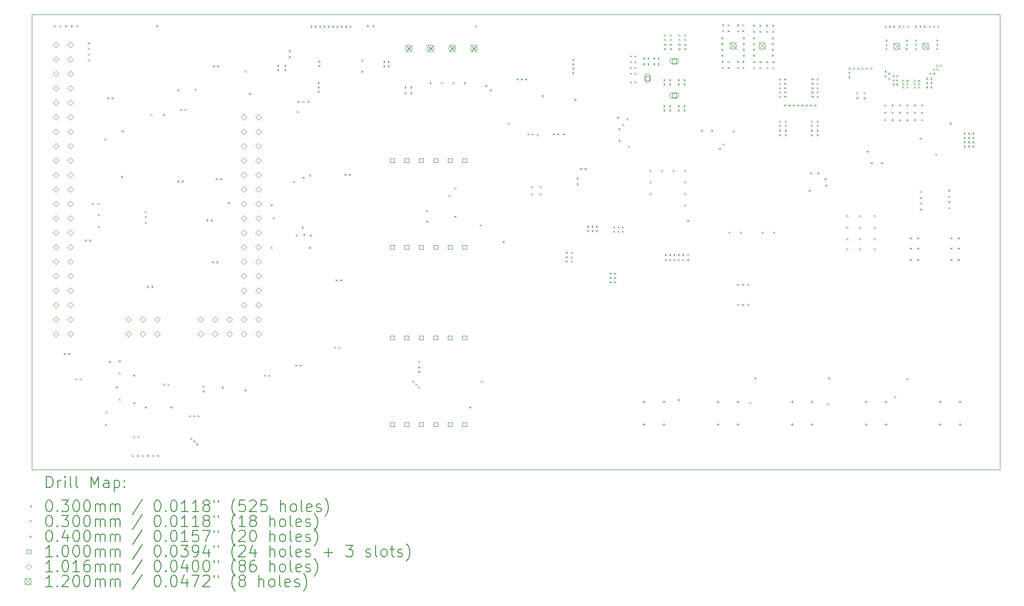
<source format=gbr>
%TF.GenerationSoftware,KiCad,Pcbnew,8.0.3*%
%TF.CreationDate,2024-07-06T19:44:55-04:00*%
%TF.ProjectId,UMTK,554d544b-2e6b-4696-9361-645f70636258,rev?*%
%TF.SameCoordinates,Original*%
%TF.FileFunction,Drillmap*%
%TF.FilePolarity,Positive*%
%FSLAX45Y45*%
G04 Gerber Fmt 4.5, Leading zero omitted, Abs format (unit mm)*
G04 Created by KiCad (PCBNEW 8.0.3) date 2024-07-06 19:44:55*
%MOMM*%
%LPD*%
G01*
G04 APERTURE LIST*
%ADD10C,0.050000*%
%ADD11C,0.200000*%
%ADD12C,0.100000*%
%ADD13C,0.101600*%
%ADD14C,0.120000*%
G04 APERTURE END LIST*
D10*
X2000000Y-10000000D02*
X2000000Y-2000000D01*
X19000000Y-10000000D02*
X2000000Y-10000000D01*
X19000000Y-2000000D02*
X19000000Y-10000000D01*
X2000000Y-2000000D02*
X19000000Y-2000000D01*
D11*
D12*
X2385000Y-2185000D02*
X2415000Y-2215000D01*
X2415000Y-2185000D02*
X2385000Y-2215000D01*
X2485000Y-2185000D02*
X2515000Y-2215000D01*
X2515000Y-2185000D02*
X2485000Y-2215000D01*
X2563100Y-7947900D02*
X2593100Y-7977900D01*
X2593100Y-7947900D02*
X2563100Y-7977900D01*
X2585000Y-2185000D02*
X2615000Y-2215000D01*
X2615000Y-2185000D02*
X2585000Y-2215000D01*
X2639300Y-7947900D02*
X2669300Y-7977900D01*
X2669300Y-7947900D02*
X2639300Y-7977900D01*
X2685000Y-2185000D02*
X2715000Y-2215000D01*
X2715000Y-2185000D02*
X2685000Y-2215000D01*
X2766300Y-8392400D02*
X2796300Y-8422400D01*
X2796300Y-8392400D02*
X2766300Y-8422400D01*
X2785000Y-2185000D02*
X2815000Y-2215000D01*
X2815000Y-2185000D02*
X2785000Y-2215000D01*
X2842500Y-8392400D02*
X2872500Y-8422400D01*
X2872500Y-8392400D02*
X2842500Y-8422400D01*
X2931400Y-5954000D02*
X2961400Y-5984000D01*
X2961400Y-5954000D02*
X2931400Y-5984000D01*
X2985000Y-2485000D02*
X3015000Y-2515000D01*
X3015000Y-2485000D02*
X2985000Y-2515000D01*
X2985000Y-2585000D02*
X3015000Y-2615000D01*
X3015000Y-2585000D02*
X2985000Y-2615000D01*
X2985000Y-2685000D02*
X3015000Y-2715000D01*
X3015000Y-2685000D02*
X2985000Y-2715000D01*
X2985000Y-2785000D02*
X3015000Y-2815000D01*
X3015000Y-2785000D02*
X2985000Y-2815000D01*
X3007600Y-5954000D02*
X3037600Y-5984000D01*
X3037600Y-5954000D02*
X3007600Y-5984000D01*
X3058400Y-5306300D02*
X3088400Y-5336300D01*
X3088400Y-5306300D02*
X3058400Y-5336300D01*
X3160000Y-5306300D02*
X3190000Y-5336300D01*
X3190000Y-5306300D02*
X3160000Y-5336300D01*
X3160000Y-5509500D02*
X3190000Y-5539500D01*
X3190000Y-5509500D02*
X3160000Y-5539500D01*
X3160000Y-5712700D02*
X3190000Y-5742700D01*
X3190000Y-5712700D02*
X3160000Y-5742700D01*
X3274300Y-4176000D02*
X3304300Y-4206000D01*
X3304300Y-4176000D02*
X3274300Y-4206000D01*
X3287000Y-9192500D02*
X3317000Y-9222500D01*
X3317000Y-9192500D02*
X3287000Y-9222500D01*
X3299700Y-8976600D02*
X3329700Y-9006600D01*
X3329700Y-8976600D02*
X3299700Y-9006600D01*
X3325100Y-3452100D02*
X3355100Y-3482100D01*
X3355100Y-3452100D02*
X3325100Y-3482100D01*
X3355600Y-8085000D02*
X3385600Y-8115000D01*
X3385600Y-8085000D02*
X3355600Y-8115000D01*
X3401300Y-3452100D02*
X3431300Y-3482100D01*
X3431300Y-3452100D02*
X3401300Y-3482100D01*
X3477500Y-8532100D02*
X3507500Y-8562100D01*
X3507500Y-8532100D02*
X3477500Y-8562100D01*
X3528300Y-8074900D02*
X3558300Y-8104900D01*
X3558300Y-8074900D02*
X3528300Y-8104900D01*
X3528300Y-8290800D02*
X3558300Y-8320800D01*
X3558300Y-8290800D02*
X3528300Y-8320800D01*
X3528300Y-8748000D02*
X3558300Y-8778000D01*
X3558300Y-8748000D02*
X3528300Y-8778000D01*
X3566400Y-4836400D02*
X3596400Y-4866400D01*
X3596400Y-4836400D02*
X3566400Y-4866400D01*
X3579100Y-4036300D02*
X3609100Y-4066300D01*
X3609100Y-4036300D02*
X3579100Y-4066300D01*
X3756900Y-9738600D02*
X3786900Y-9768600D01*
X3786900Y-9738600D02*
X3756900Y-9768600D01*
X3782300Y-8328900D02*
X3812300Y-8358900D01*
X3812300Y-8328900D02*
X3782300Y-8358900D01*
X3782300Y-8811500D02*
X3812300Y-8841500D01*
X3812300Y-8811500D02*
X3782300Y-8841500D01*
X3782300Y-9408400D02*
X3812300Y-9438400D01*
X3812300Y-9408400D02*
X3782300Y-9438400D01*
X3845800Y-9738600D02*
X3875800Y-9768600D01*
X3875800Y-9738600D02*
X3845800Y-9768600D01*
X3858500Y-9408400D02*
X3888500Y-9438400D01*
X3888500Y-9408400D02*
X3858500Y-9438400D01*
X3934700Y-9738600D02*
X3964700Y-9768600D01*
X3964700Y-9738600D02*
X3934700Y-9768600D01*
X3985000Y-8885000D02*
X4015000Y-8915000D01*
X4015000Y-8885000D02*
X3985000Y-8915000D01*
X3985400Y-5451100D02*
X4015400Y-5481100D01*
X4015400Y-5451100D02*
X3985400Y-5481100D01*
X3985400Y-5540000D02*
X4015400Y-5570000D01*
X4015400Y-5540000D02*
X3985400Y-5570000D01*
X3985400Y-5641600D02*
X4015400Y-5671600D01*
X4015400Y-5641600D02*
X3985400Y-5671600D01*
X4023600Y-6766800D02*
X4053600Y-6796800D01*
X4053600Y-6766800D02*
X4023600Y-6796800D01*
X4023600Y-9738600D02*
X4053600Y-9768600D01*
X4053600Y-9738600D02*
X4023600Y-9768600D01*
X4087100Y-3744200D02*
X4117100Y-3774200D01*
X4117100Y-3744200D02*
X4087100Y-3774200D01*
X4099800Y-6766800D02*
X4129800Y-6796800D01*
X4129800Y-6766800D02*
X4099800Y-6796800D01*
X4112500Y-9738600D02*
X4142500Y-9768600D01*
X4142500Y-9738600D02*
X4112500Y-9768600D01*
X4185000Y-2185000D02*
X4215000Y-2215000D01*
X4215000Y-2185000D02*
X4185000Y-2215000D01*
X4201400Y-9738600D02*
X4231400Y-9768600D01*
X4231400Y-9738600D02*
X4201400Y-9768600D01*
X4303000Y-3744200D02*
X4333000Y-3774200D01*
X4333000Y-3744200D02*
X4303000Y-3774200D01*
X4308800Y-8485000D02*
X4338800Y-8515000D01*
X4338800Y-8485000D02*
X4308800Y-8515000D01*
X4385000Y-8485000D02*
X4415000Y-8515000D01*
X4415000Y-8485000D02*
X4385000Y-8515000D01*
X4435000Y-8885000D02*
X4465000Y-8915000D01*
X4465000Y-8885000D02*
X4435000Y-8915000D01*
X4557000Y-3312400D02*
X4587000Y-3342400D01*
X4587000Y-3312400D02*
X4557000Y-3342400D01*
X4557000Y-4912600D02*
X4587000Y-4942600D01*
X4587000Y-4912600D02*
X4557000Y-4942600D01*
X4607800Y-3655300D02*
X4637800Y-3685300D01*
X4637800Y-3655300D02*
X4607800Y-3685300D01*
X4633200Y-4912600D02*
X4663200Y-4942600D01*
X4663200Y-4912600D02*
X4633200Y-4942600D01*
X4684000Y-3655300D02*
X4714000Y-3685300D01*
X4714000Y-3655300D02*
X4684000Y-3685300D01*
X4760200Y-9040100D02*
X4790200Y-9070100D01*
X4790200Y-9040100D02*
X4760200Y-9070100D01*
X4785000Y-9435000D02*
X4815000Y-9465000D01*
X4815000Y-9435000D02*
X4785000Y-9465000D01*
X4835000Y-9485000D02*
X4865000Y-9515000D01*
X4865000Y-9485000D02*
X4835000Y-9515000D01*
X4836400Y-9040100D02*
X4866400Y-9070100D01*
X4866400Y-9040100D02*
X4836400Y-9070100D01*
X4861800Y-3299700D02*
X4891800Y-3329700D01*
X4891800Y-3299700D02*
X4861800Y-3329700D01*
X4885000Y-9535000D02*
X4915000Y-9565000D01*
X4915000Y-9535000D02*
X4885000Y-9565000D01*
X4912600Y-9040100D02*
X4942600Y-9070100D01*
X4942600Y-9040100D02*
X4912600Y-9070100D01*
X5001500Y-8519400D02*
X5031500Y-8549400D01*
X5031500Y-8519400D02*
X5001500Y-8549400D01*
X5001500Y-8608300D02*
X5031500Y-8638300D01*
X5031500Y-8608300D02*
X5001500Y-8638300D01*
X5065000Y-5598400D02*
X5095000Y-5628400D01*
X5095000Y-5598400D02*
X5065000Y-5628400D01*
X5141200Y-5598400D02*
X5171200Y-5628400D01*
X5171200Y-5598400D02*
X5141200Y-5628400D01*
X5166600Y-6335000D02*
X5196600Y-6365000D01*
X5196600Y-6335000D02*
X5166600Y-6365000D01*
X5179300Y-2893300D02*
X5209300Y-2923300D01*
X5209300Y-2893300D02*
X5179300Y-2923300D01*
X5230100Y-4874500D02*
X5260100Y-4904500D01*
X5260100Y-4874500D02*
X5230100Y-4904500D01*
X5242800Y-6335000D02*
X5272800Y-6365000D01*
X5272800Y-6335000D02*
X5242800Y-6365000D01*
X5255500Y-2893300D02*
X5285500Y-2923300D01*
X5285500Y-2893300D02*
X5255500Y-2923300D01*
X5306300Y-4874500D02*
X5336300Y-4904500D01*
X5336300Y-4874500D02*
X5306300Y-4904500D01*
X5335000Y-8535000D02*
X5365000Y-8565000D01*
X5365000Y-8535000D02*
X5335000Y-8565000D01*
X5446000Y-5293600D02*
X5476000Y-5323600D01*
X5476000Y-5293600D02*
X5446000Y-5323600D01*
X5735000Y-8585000D02*
X5765000Y-8615000D01*
X5765000Y-8585000D02*
X5735000Y-8615000D01*
X5738100Y-2982200D02*
X5768100Y-3012200D01*
X5768100Y-2982200D02*
X5738100Y-3012200D01*
X5814300Y-3375900D02*
X5844300Y-3405900D01*
X5844300Y-3375900D02*
X5814300Y-3405900D01*
X6081000Y-8328900D02*
X6111000Y-8358900D01*
X6111000Y-8328900D02*
X6081000Y-8358900D01*
X6157200Y-8328900D02*
X6187200Y-8358900D01*
X6187200Y-8328900D02*
X6157200Y-8358900D01*
X6195300Y-5331700D02*
X6225300Y-5361700D01*
X6225300Y-5331700D02*
X6195300Y-5361700D01*
X6195300Y-6081000D02*
X6225300Y-6111000D01*
X6225300Y-6081000D02*
X6195300Y-6111000D01*
X6233400Y-5560300D02*
X6263400Y-5590300D01*
X6263400Y-5560300D02*
X6233400Y-5590300D01*
X6309600Y-2880600D02*
X6339600Y-2910600D01*
X6339600Y-2880600D02*
X6309600Y-2910600D01*
X6309600Y-2956800D02*
X6339600Y-2986800D01*
X6339600Y-2956800D02*
X6309600Y-2986800D01*
X6436600Y-2880600D02*
X6466600Y-2910600D01*
X6466600Y-2880600D02*
X6436600Y-2910600D01*
X6436600Y-2956800D02*
X6466600Y-2986800D01*
X6466600Y-2956800D02*
X6436600Y-2986800D01*
X6512800Y-2626600D02*
X6542800Y-2656600D01*
X6542800Y-2626600D02*
X6512800Y-2656600D01*
X6512800Y-2728200D02*
X6542800Y-2758200D01*
X6542800Y-2728200D02*
X6512800Y-2758200D01*
X6589000Y-4925300D02*
X6619000Y-4955300D01*
X6619000Y-4925300D02*
X6589000Y-4955300D01*
X6627100Y-8151100D02*
X6657100Y-8181100D01*
X6657100Y-8151100D02*
X6627100Y-8181100D01*
X6639800Y-5865100D02*
X6669800Y-5895100D01*
X6669800Y-5865100D02*
X6639800Y-5895100D01*
X6652500Y-3693400D02*
X6682500Y-3723400D01*
X6682500Y-3693400D02*
X6652500Y-3723400D01*
X6665200Y-3515600D02*
X6695200Y-3545600D01*
X6695200Y-3515600D02*
X6665200Y-3545600D01*
X6703300Y-8151100D02*
X6733300Y-8181100D01*
X6733300Y-8151100D02*
X6703300Y-8181100D01*
X6740592Y-5726207D02*
X6770592Y-5756207D01*
X6770592Y-5726207D02*
X6740592Y-5756207D01*
X6754100Y-3515600D02*
X6784100Y-3545600D01*
X6784100Y-3515600D02*
X6754100Y-3545600D01*
X6754100Y-4849100D02*
X6784100Y-4879100D01*
X6784100Y-4849100D02*
X6754100Y-4879100D01*
X6766800Y-5852400D02*
X6796800Y-5882400D01*
X6796800Y-5852400D02*
X6766800Y-5882400D01*
X6843000Y-3515600D02*
X6873000Y-3545600D01*
X6873000Y-3515600D02*
X6843000Y-3545600D01*
X6868400Y-4811000D02*
X6898400Y-4841000D01*
X6898400Y-4811000D02*
X6868400Y-4841000D01*
X6868400Y-6081000D02*
X6898400Y-6111000D01*
X6898400Y-6081000D02*
X6868400Y-6111000D01*
X6881100Y-5865100D02*
X6911100Y-5895100D01*
X6911100Y-5865100D02*
X6881100Y-5895100D01*
X6893800Y-2194800D02*
X6923800Y-2224800D01*
X6923800Y-2194800D02*
X6893800Y-2224800D01*
X6970000Y-2194800D02*
X7000000Y-2224800D01*
X7000000Y-2194800D02*
X6970000Y-2224800D01*
X7020800Y-3185400D02*
X7050800Y-3215400D01*
X7050800Y-3185400D02*
X7020800Y-3215400D01*
X7020800Y-3261600D02*
X7050800Y-3291600D01*
X7050800Y-3261600D02*
X7020800Y-3291600D01*
X7020800Y-3337800D02*
X7050800Y-3367800D01*
X7050800Y-3337800D02*
X7020800Y-3367800D01*
X7035000Y-2808800D02*
X7065000Y-2838800D01*
X7065000Y-2808800D02*
X7035000Y-2838800D01*
X7035000Y-2885000D02*
X7065000Y-2915000D01*
X7065000Y-2885000D02*
X7035000Y-2915000D01*
X7046200Y-2194800D02*
X7076200Y-2224800D01*
X7076200Y-2194800D02*
X7046200Y-2224800D01*
X7122400Y-2194800D02*
X7152400Y-2224800D01*
X7152400Y-2194800D02*
X7122400Y-2224800D01*
X7198600Y-2194800D02*
X7228600Y-2224800D01*
X7228600Y-2194800D02*
X7198600Y-2224800D01*
X7274800Y-2194800D02*
X7304800Y-2224800D01*
X7304800Y-2194800D02*
X7274800Y-2224800D01*
X7312900Y-7833600D02*
X7342900Y-7863600D01*
X7342900Y-7833600D02*
X7312900Y-7863600D01*
X7338300Y-6652500D02*
X7368300Y-6682500D01*
X7368300Y-6652500D02*
X7338300Y-6682500D01*
X7351000Y-2194800D02*
X7381000Y-2224800D01*
X7381000Y-2194800D02*
X7351000Y-2224800D01*
X7389100Y-7833600D02*
X7419100Y-7863600D01*
X7419100Y-7833600D02*
X7389100Y-7863600D01*
X7414500Y-6652500D02*
X7444500Y-6682500D01*
X7444500Y-6652500D02*
X7414500Y-6682500D01*
X7427200Y-2194800D02*
X7457200Y-2224800D01*
X7457200Y-2194800D02*
X7427200Y-2224800D01*
X7490700Y-4798300D02*
X7520700Y-4828300D01*
X7520700Y-4798300D02*
X7490700Y-4828300D01*
X7503400Y-2194800D02*
X7533400Y-2224800D01*
X7533400Y-2194800D02*
X7503400Y-2224800D01*
X7566900Y-4798300D02*
X7596900Y-4828300D01*
X7596900Y-4798300D02*
X7566900Y-4828300D01*
X7579600Y-2194800D02*
X7609600Y-2224800D01*
X7609600Y-2194800D02*
X7579600Y-2224800D01*
X7785000Y-2785000D02*
X7815000Y-2815000D01*
X7815000Y-2785000D02*
X7785000Y-2815000D01*
X7785000Y-2985000D02*
X7815000Y-3015000D01*
X7815000Y-2985000D02*
X7785000Y-3015000D01*
X7885000Y-2185000D02*
X7915000Y-2215000D01*
X7915000Y-2185000D02*
X7885000Y-2215000D01*
X7985000Y-2185000D02*
X8015000Y-2215000D01*
X8015000Y-2185000D02*
X7985000Y-2215000D01*
X8170400Y-2812250D02*
X8200400Y-2842250D01*
X8200400Y-2812250D02*
X8170400Y-2842250D01*
X8170400Y-2888450D02*
X8200400Y-2918450D01*
X8200400Y-2888450D02*
X8170400Y-2918450D01*
X8246600Y-2812250D02*
X8276600Y-2842250D01*
X8276600Y-2812250D02*
X8246600Y-2842250D01*
X8246600Y-2888450D02*
X8276600Y-2918450D01*
X8276600Y-2888450D02*
X8246600Y-2918450D01*
X8544800Y-3261600D02*
X8574800Y-3291600D01*
X8574800Y-3261600D02*
X8544800Y-3291600D01*
X8544800Y-3363200D02*
X8574800Y-3393200D01*
X8574800Y-3363200D02*
X8544800Y-3393200D01*
X8646400Y-3261600D02*
X8676400Y-3291600D01*
X8676400Y-3261600D02*
X8646400Y-3291600D01*
X8646400Y-3363200D02*
X8676400Y-3393200D01*
X8676400Y-3363200D02*
X8646400Y-3393200D01*
X8685000Y-8435000D02*
X8715000Y-8465000D01*
X8715000Y-8435000D02*
X8685000Y-8465000D01*
X8735000Y-8485000D02*
X8765000Y-8515000D01*
X8765000Y-8485000D02*
X8735000Y-8515000D01*
X8785000Y-8085000D02*
X8815000Y-8115000D01*
X8815000Y-8085000D02*
X8785000Y-8115000D01*
X8785000Y-8185000D02*
X8815000Y-8215000D01*
X8815000Y-8185000D02*
X8785000Y-8215000D01*
X8785000Y-8258000D02*
X8815000Y-8288000D01*
X8815000Y-8258000D02*
X8785000Y-8288000D01*
X8785000Y-8535000D02*
X8815000Y-8565000D01*
X8815000Y-8535000D02*
X8785000Y-8565000D01*
X8925800Y-5433300D02*
X8955800Y-5463300D01*
X8955800Y-5433300D02*
X8925800Y-5463300D01*
X8925800Y-5623800D02*
X8955800Y-5653800D01*
X8955800Y-5623800D02*
X8925800Y-5653800D01*
X8985000Y-3185000D02*
X9015000Y-3215000D01*
X9015000Y-3185000D02*
X8985000Y-3215000D01*
X9185000Y-3185000D02*
X9215000Y-3215000D01*
X9215000Y-3185000D02*
X9185000Y-3215000D01*
X9319500Y-5166600D02*
X9349500Y-5196600D01*
X9349500Y-5166600D02*
X9319500Y-5196600D01*
X9385000Y-3185000D02*
X9415000Y-3215000D01*
X9415000Y-3185000D02*
X9385000Y-3215000D01*
X9421100Y-5039600D02*
X9451100Y-5069600D01*
X9451100Y-5039600D02*
X9421100Y-5069600D01*
X9421100Y-5534900D02*
X9451100Y-5564900D01*
X9451100Y-5534900D02*
X9421100Y-5564900D01*
X9585000Y-3185000D02*
X9615000Y-3215000D01*
X9615000Y-3185000D02*
X9585000Y-3215000D01*
X9685000Y-8885000D02*
X9715000Y-8915000D01*
X9715000Y-8885000D02*
X9685000Y-8915000D01*
X9785000Y-2185000D02*
X9815000Y-2215000D01*
X9815000Y-2185000D02*
X9785000Y-2215000D01*
X9865600Y-5687300D02*
X9895600Y-5717300D01*
X9895600Y-5687300D02*
X9865600Y-5717300D01*
X9885000Y-8435000D02*
X9915000Y-8465000D01*
X9915000Y-8435000D02*
X9885000Y-8465000D01*
X9967200Y-3236200D02*
X9997200Y-3266200D01*
X9997200Y-3236200D02*
X9967200Y-3266200D01*
X10043400Y-3312400D02*
X10073400Y-3342400D01*
X10073400Y-3312400D02*
X10043400Y-3342400D01*
X10272000Y-5979400D02*
X10302000Y-6009400D01*
X10302000Y-5979400D02*
X10272000Y-6009400D01*
X10360900Y-3896600D02*
X10390900Y-3926600D01*
X10390900Y-3896600D02*
X10360900Y-3926600D01*
X10513300Y-3121900D02*
X10543300Y-3151900D01*
X10543300Y-3121900D02*
X10513300Y-3151900D01*
X10589500Y-3121900D02*
X10619500Y-3151900D01*
X10619500Y-3121900D02*
X10589500Y-3151900D01*
X10665700Y-3121900D02*
X10695700Y-3151900D01*
X10695700Y-3121900D02*
X10665700Y-3151900D01*
X10703800Y-4087100D02*
X10733800Y-4117100D01*
X10733800Y-4087100D02*
X10703800Y-4117100D01*
X10767300Y-5014200D02*
X10797300Y-5044200D01*
X10797300Y-5014200D02*
X10767300Y-5044200D01*
X10767300Y-5141200D02*
X10797300Y-5171200D01*
X10797300Y-5141200D02*
X10767300Y-5171200D01*
X10780000Y-4087100D02*
X10810000Y-4117100D01*
X10810000Y-4087100D02*
X10780000Y-4117100D01*
X10868900Y-4099800D02*
X10898900Y-4129800D01*
X10898900Y-4099800D02*
X10868900Y-4129800D01*
X10919700Y-5014200D02*
X10949700Y-5044200D01*
X10949700Y-5014200D02*
X10919700Y-5044200D01*
X10919700Y-5141200D02*
X10949700Y-5171200D01*
X10949700Y-5141200D02*
X10919700Y-5171200D01*
X10957800Y-3414000D02*
X10987800Y-3444000D01*
X10987800Y-3414000D02*
X10957800Y-3444000D01*
X11148300Y-4087100D02*
X11178300Y-4117100D01*
X11178300Y-4087100D02*
X11148300Y-4117100D01*
X11224500Y-4087100D02*
X11254500Y-4117100D01*
X11254500Y-4087100D02*
X11224500Y-4117100D01*
X11326100Y-4087100D02*
X11356100Y-4117100D01*
X11356100Y-4087100D02*
X11326100Y-4117100D01*
X11376900Y-6169900D02*
X11406900Y-6199900D01*
X11406900Y-6169900D02*
X11376900Y-6199900D01*
X11376900Y-6246100D02*
X11406900Y-6276100D01*
X11406900Y-6246100D02*
X11376900Y-6276100D01*
X11376900Y-6322300D02*
X11406900Y-6352300D01*
X11406900Y-6322300D02*
X11376900Y-6352300D01*
X11465800Y-6169900D02*
X11495800Y-6199900D01*
X11495800Y-6169900D02*
X11465800Y-6199900D01*
X11465800Y-6246100D02*
X11495800Y-6276100D01*
X11495800Y-6246100D02*
X11465800Y-6276100D01*
X11465800Y-6322300D02*
X11495800Y-6352300D01*
X11495800Y-6322300D02*
X11465800Y-6352300D01*
X11491200Y-2779000D02*
X11521200Y-2809000D01*
X11521200Y-2779000D02*
X11491200Y-2809000D01*
X11491200Y-2855200D02*
X11521200Y-2885200D01*
X11521200Y-2855200D02*
X11491200Y-2885200D01*
X11491200Y-2931400D02*
X11521200Y-2961400D01*
X11521200Y-2931400D02*
X11491200Y-2961400D01*
X11491200Y-3007600D02*
X11521200Y-3037600D01*
X11521200Y-3007600D02*
X11491200Y-3037600D01*
X11529300Y-3477500D02*
X11559300Y-3507500D01*
X11559300Y-3477500D02*
X11529300Y-3507500D01*
X11567400Y-4861800D02*
X11597400Y-4891800D01*
X11597400Y-4861800D02*
X11567400Y-4891800D01*
X11567400Y-4963400D02*
X11597400Y-4993400D01*
X11597400Y-4963400D02*
X11567400Y-4993400D01*
X11630900Y-4696700D02*
X11660900Y-4726700D01*
X11660900Y-4696700D02*
X11630900Y-4726700D01*
X11707100Y-4696700D02*
X11737100Y-4726700D01*
X11737100Y-4696700D02*
X11707100Y-4726700D01*
X11751800Y-5708000D02*
X11781800Y-5738000D01*
X11781800Y-5708000D02*
X11751800Y-5738000D01*
X11751800Y-5784200D02*
X11781800Y-5814200D01*
X11781800Y-5784200D02*
X11751800Y-5814200D01*
X11828000Y-5708000D02*
X11858000Y-5738000D01*
X11858000Y-5708000D02*
X11828000Y-5738000D01*
X11828000Y-5784200D02*
X11858000Y-5814200D01*
X11858000Y-5784200D02*
X11828000Y-5814200D01*
X11904200Y-5708000D02*
X11934200Y-5738000D01*
X11934200Y-5708000D02*
X11904200Y-5738000D01*
X11904200Y-5784200D02*
X11934200Y-5814200D01*
X11934200Y-5784200D02*
X11904200Y-5814200D01*
X12145500Y-6533500D02*
X12175500Y-6563500D01*
X12175500Y-6533500D02*
X12145500Y-6563500D01*
X12145500Y-6609700D02*
X12175500Y-6639700D01*
X12175500Y-6609700D02*
X12145500Y-6639700D01*
X12145500Y-6685900D02*
X12175500Y-6715900D01*
X12175500Y-6685900D02*
X12145500Y-6715900D01*
X12209000Y-5720700D02*
X12239000Y-5750700D01*
X12239000Y-5720700D02*
X12209000Y-5750700D01*
X12209000Y-5796900D02*
X12239000Y-5826900D01*
X12239000Y-5796900D02*
X12209000Y-5826900D01*
X12221700Y-6533500D02*
X12251700Y-6563500D01*
X12251700Y-6533500D02*
X12221700Y-6563500D01*
X12221700Y-6609700D02*
X12251700Y-6639700D01*
X12251700Y-6609700D02*
X12221700Y-6639700D01*
X12221700Y-6685900D02*
X12251700Y-6715900D01*
X12251700Y-6685900D02*
X12221700Y-6715900D01*
X12278600Y-3795000D02*
X12308600Y-3825000D01*
X12308600Y-3795000D02*
X12278600Y-3825000D01*
X12285200Y-5720700D02*
X12315200Y-5750700D01*
X12315200Y-5720700D02*
X12285200Y-5750700D01*
X12285200Y-5796900D02*
X12315200Y-5826900D01*
X12315200Y-5796900D02*
X12285200Y-5826900D01*
X12304000Y-3998200D02*
X12334000Y-4028200D01*
X12334000Y-3998200D02*
X12304000Y-4028200D01*
X12304000Y-4201400D02*
X12334000Y-4231400D01*
X12334000Y-4201400D02*
X12304000Y-4231400D01*
X12361400Y-5720700D02*
X12391400Y-5750700D01*
X12391400Y-5720700D02*
X12361400Y-5750700D01*
X12361400Y-5796900D02*
X12391400Y-5826900D01*
X12391400Y-5796900D02*
X12361400Y-5826900D01*
X12367500Y-3922000D02*
X12397500Y-3952000D01*
X12397500Y-3922000D02*
X12367500Y-3952000D01*
X12443700Y-3820400D02*
X12473700Y-3850400D01*
X12473700Y-3820400D02*
X12443700Y-3850400D01*
X12469100Y-4303000D02*
X12499100Y-4333000D01*
X12499100Y-4303000D02*
X12469100Y-4333000D01*
X12507200Y-2715500D02*
X12537200Y-2745500D01*
X12537200Y-2715500D02*
X12507200Y-2745500D01*
X12507200Y-2817100D02*
X12537200Y-2847100D01*
X12537200Y-2817100D02*
X12507200Y-2847100D01*
X12507200Y-2918700D02*
X12537200Y-2948700D01*
X12537200Y-2918700D02*
X12507200Y-2948700D01*
X12507200Y-3020300D02*
X12537200Y-3050300D01*
X12537200Y-3020300D02*
X12507200Y-3050300D01*
X12507200Y-3172700D02*
X12537200Y-3202700D01*
X12537200Y-3172700D02*
X12507200Y-3202700D01*
X12583400Y-2715500D02*
X12613400Y-2745500D01*
X12613400Y-2715500D02*
X12583400Y-2745500D01*
X12583400Y-2817100D02*
X12613400Y-2847100D01*
X12613400Y-2817100D02*
X12583400Y-2847100D01*
X12583400Y-2918700D02*
X12613400Y-2948700D01*
X12613400Y-2918700D02*
X12583400Y-2948700D01*
X12583400Y-3020300D02*
X12613400Y-3050300D01*
X12613400Y-3020300D02*
X12583400Y-3050300D01*
X12583400Y-3172700D02*
X12613400Y-3202700D01*
X12613400Y-3172700D02*
X12583400Y-3202700D01*
X12735800Y-2753600D02*
X12765800Y-2783600D01*
X12765800Y-2753600D02*
X12735800Y-2783600D01*
X12735800Y-2855200D02*
X12765800Y-2885200D01*
X12765800Y-2855200D02*
X12735800Y-2885200D01*
X12812000Y-2753600D02*
X12842000Y-2783600D01*
X12842000Y-2753600D02*
X12812000Y-2783600D01*
X12812000Y-2855200D02*
X12842000Y-2885200D01*
X12842000Y-2855200D02*
X12812000Y-2885200D01*
X12850100Y-4723000D02*
X12880100Y-4753000D01*
X12880100Y-4723000D02*
X12850100Y-4753000D01*
X12850100Y-4926200D02*
X12880100Y-4956200D01*
X12880100Y-4926200D02*
X12850100Y-4956200D01*
X12850100Y-5129400D02*
X12880100Y-5159400D01*
X12880100Y-5129400D02*
X12850100Y-5159400D01*
X12913600Y-2753600D02*
X12943600Y-2783600D01*
X12943600Y-2753600D02*
X12913600Y-2783600D01*
X12913600Y-2855200D02*
X12943600Y-2885200D01*
X12943600Y-2855200D02*
X12913600Y-2885200D01*
X12989800Y-2753600D02*
X13019800Y-2783600D01*
X13019800Y-2753600D02*
X12989800Y-2783600D01*
X12989800Y-2855200D02*
X13019800Y-2885200D01*
X13019800Y-2855200D02*
X12989800Y-2885200D01*
X13053300Y-4723000D02*
X13083300Y-4753000D01*
X13083300Y-4723000D02*
X13053300Y-4753000D01*
X13091400Y-3134600D02*
X13121400Y-3164600D01*
X13121400Y-3134600D02*
X13091400Y-3164600D01*
X13091400Y-3210800D02*
X13121400Y-3240800D01*
X13121400Y-3210800D02*
X13091400Y-3240800D01*
X13091400Y-3591800D02*
X13121400Y-3621800D01*
X13121400Y-3591800D02*
X13091400Y-3621800D01*
X13091400Y-3668000D02*
X13121400Y-3698000D01*
X13121400Y-3668000D02*
X13091400Y-3698000D01*
X13104100Y-2347200D02*
X13134100Y-2377200D01*
X13134100Y-2347200D02*
X13104100Y-2377200D01*
X13104100Y-2423400D02*
X13134100Y-2453400D01*
X13134100Y-2423400D02*
X13104100Y-2453400D01*
X13104100Y-2512300D02*
X13134100Y-2542300D01*
X13134100Y-2512300D02*
X13104100Y-2542300D01*
X13104100Y-2588500D02*
X13134100Y-2618500D01*
X13134100Y-2588500D02*
X13104100Y-2618500D01*
X13116800Y-6208000D02*
X13146800Y-6238000D01*
X13146800Y-6208000D02*
X13116800Y-6238000D01*
X13116800Y-6296900D02*
X13146800Y-6326900D01*
X13146800Y-6296900D02*
X13116800Y-6326900D01*
X13193000Y-3134600D02*
X13223000Y-3164600D01*
X13223000Y-3134600D02*
X13193000Y-3164600D01*
X13193000Y-3210800D02*
X13223000Y-3240800D01*
X13223000Y-3210800D02*
X13193000Y-3240800D01*
X13193000Y-3591800D02*
X13223000Y-3621800D01*
X13223000Y-3591800D02*
X13193000Y-3621800D01*
X13193000Y-3668000D02*
X13223000Y-3698000D01*
X13223000Y-3668000D02*
X13193000Y-3698000D01*
X13193000Y-6208000D02*
X13223000Y-6238000D01*
X13223000Y-6208000D02*
X13193000Y-6238000D01*
X13193000Y-6296900D02*
X13223000Y-6326900D01*
X13223000Y-6296900D02*
X13193000Y-6326900D01*
X13205700Y-2347200D02*
X13235700Y-2377200D01*
X13235700Y-2347200D02*
X13205700Y-2377200D01*
X13205700Y-2423400D02*
X13235700Y-2453400D01*
X13235700Y-2423400D02*
X13205700Y-2453400D01*
X13205700Y-2512300D02*
X13235700Y-2542300D01*
X13235700Y-2512300D02*
X13205700Y-2542300D01*
X13205700Y-2588500D02*
X13235700Y-2618500D01*
X13235700Y-2588500D02*
X13205700Y-2618500D01*
X13256500Y-4723000D02*
X13286500Y-4753000D01*
X13286500Y-4723000D02*
X13256500Y-4753000D01*
X13269200Y-6208000D02*
X13299200Y-6238000D01*
X13299200Y-6208000D02*
X13269200Y-6238000D01*
X13269200Y-6296900D02*
X13299200Y-6326900D01*
X13299200Y-6296900D02*
X13269200Y-6326900D01*
X13345400Y-3134600D02*
X13375400Y-3164600D01*
X13375400Y-3134600D02*
X13345400Y-3164600D01*
X13345400Y-3210800D02*
X13375400Y-3240800D01*
X13375400Y-3210800D02*
X13345400Y-3240800D01*
X13345400Y-3591800D02*
X13375400Y-3621800D01*
X13375400Y-3591800D02*
X13345400Y-3621800D01*
X13345400Y-3668000D02*
X13375400Y-3698000D01*
X13375400Y-3668000D02*
X13345400Y-3698000D01*
X13345400Y-6208000D02*
X13375400Y-6238000D01*
X13375400Y-6208000D02*
X13345400Y-6238000D01*
X13345400Y-6296900D02*
X13375400Y-6326900D01*
X13375400Y-6296900D02*
X13345400Y-6326900D01*
X13345400Y-8756700D02*
X13375400Y-8786700D01*
X13375400Y-8756700D02*
X13345400Y-8786700D01*
X13358100Y-2347200D02*
X13388100Y-2377200D01*
X13388100Y-2347200D02*
X13358100Y-2377200D01*
X13358100Y-2423400D02*
X13388100Y-2453400D01*
X13388100Y-2423400D02*
X13358100Y-2453400D01*
X13358100Y-2512300D02*
X13388100Y-2542300D01*
X13388100Y-2512300D02*
X13358100Y-2542300D01*
X13358100Y-2588500D02*
X13388100Y-2618500D01*
X13388100Y-2588500D02*
X13358100Y-2618500D01*
X13421600Y-6208000D02*
X13451600Y-6238000D01*
X13451600Y-6208000D02*
X13421600Y-6238000D01*
X13421600Y-6296900D02*
X13451600Y-6326900D01*
X13451600Y-6296900D02*
X13421600Y-6326900D01*
X13447000Y-3134600D02*
X13477000Y-3164600D01*
X13477000Y-3134600D02*
X13447000Y-3164600D01*
X13447000Y-3210800D02*
X13477000Y-3240800D01*
X13477000Y-3210800D02*
X13447000Y-3240800D01*
X13447000Y-3591800D02*
X13477000Y-3621800D01*
X13477000Y-3591800D02*
X13447000Y-3621800D01*
X13447000Y-3668000D02*
X13477000Y-3698000D01*
X13477000Y-3668000D02*
X13447000Y-3698000D01*
X13459700Y-2347200D02*
X13489700Y-2377200D01*
X13489700Y-2347200D02*
X13459700Y-2377200D01*
X13459700Y-2423400D02*
X13489700Y-2453400D01*
X13489700Y-2423400D02*
X13459700Y-2453400D01*
X13459700Y-2512300D02*
X13489700Y-2542300D01*
X13489700Y-2512300D02*
X13459700Y-2542300D01*
X13459700Y-2588500D02*
X13489700Y-2618500D01*
X13489700Y-2588500D02*
X13459700Y-2618500D01*
X13459700Y-4723000D02*
X13489700Y-4753000D01*
X13489700Y-4723000D02*
X13459700Y-4753000D01*
X13459700Y-4926200D02*
X13489700Y-4956200D01*
X13489700Y-4926200D02*
X13459700Y-4956200D01*
X13459700Y-5129400D02*
X13489700Y-5159400D01*
X13489700Y-5129400D02*
X13459700Y-5159400D01*
X13459700Y-5332600D02*
X13489700Y-5362600D01*
X13489700Y-5332600D02*
X13459700Y-5362600D01*
X13510500Y-5611100D02*
X13540500Y-5641100D01*
X13540500Y-5611100D02*
X13510500Y-5641100D01*
X13510500Y-6208000D02*
X13540500Y-6238000D01*
X13540500Y-6208000D02*
X13510500Y-6238000D01*
X13510500Y-6296900D02*
X13540500Y-6326900D01*
X13540500Y-6296900D02*
X13510500Y-6326900D01*
X13751800Y-4023600D02*
X13781800Y-4053600D01*
X13781800Y-4023600D02*
X13751800Y-4053600D01*
X13929600Y-4023600D02*
X13959600Y-4053600D01*
X13959600Y-4023600D02*
X13929600Y-4053600D01*
X14069300Y-4341100D02*
X14099300Y-4371100D01*
X14099300Y-4341100D02*
X14069300Y-4371100D01*
X14107400Y-2394440D02*
X14137400Y-2424440D01*
X14137400Y-2394440D02*
X14107400Y-2424440D01*
X14107400Y-2499600D02*
X14137400Y-2529600D01*
X14137400Y-2499600D02*
X14107400Y-2529600D01*
X14107400Y-2597640D02*
X14137400Y-2627640D01*
X14137400Y-2597640D02*
X14107400Y-2627640D01*
X14107400Y-2702800D02*
X14137400Y-2732800D01*
X14137400Y-2702800D02*
X14107400Y-2732800D01*
X14117273Y-2811000D02*
X14147273Y-2841000D01*
X14147273Y-2811000D02*
X14117273Y-2841000D01*
X14117273Y-2916160D02*
X14147273Y-2946160D01*
X14147273Y-2916160D02*
X14117273Y-2946160D01*
X14124893Y-2168380D02*
X14154893Y-2198380D01*
X14154893Y-2168380D02*
X14124893Y-2198380D01*
X14124893Y-2273540D02*
X14154893Y-2303540D01*
X14154893Y-2273540D02*
X14124893Y-2303540D01*
X14132800Y-4264900D02*
X14162800Y-4294900D01*
X14162800Y-4264900D02*
X14132800Y-4294900D01*
X14221700Y-2168380D02*
X14251700Y-2198380D01*
X14251700Y-2168380D02*
X14221700Y-2198380D01*
X14221700Y-2273540D02*
X14251700Y-2303540D01*
X14251700Y-2273540D02*
X14221700Y-2303540D01*
X14221700Y-2813540D02*
X14251700Y-2843540D01*
X14251700Y-2813540D02*
X14221700Y-2843540D01*
X14221700Y-2918700D02*
X14251700Y-2948700D01*
X14251700Y-2918700D02*
X14221700Y-2948700D01*
X14234400Y-5814300D02*
X14264400Y-5844300D01*
X14264400Y-5814300D02*
X14234400Y-5844300D01*
X14310600Y-4036300D02*
X14340600Y-4066300D01*
X14340600Y-4036300D02*
X14310600Y-4066300D01*
X14386800Y-2168380D02*
X14416800Y-2198380D01*
X14416800Y-2168380D02*
X14386800Y-2198380D01*
X14386800Y-2273540D02*
X14416800Y-2303540D01*
X14416800Y-2273540D02*
X14386800Y-2303540D01*
X14386800Y-2811000D02*
X14416800Y-2841000D01*
X14416800Y-2811000D02*
X14386800Y-2841000D01*
X14386800Y-2916160D02*
X14416800Y-2946160D01*
X14416800Y-2916160D02*
X14386800Y-2946160D01*
X14386800Y-6728700D02*
X14416800Y-6758700D01*
X14416800Y-6728700D02*
X14386800Y-6758700D01*
X14386800Y-7084300D02*
X14416800Y-7114300D01*
X14416800Y-7084300D02*
X14386800Y-7114300D01*
X14437600Y-5814300D02*
X14467600Y-5844300D01*
X14467600Y-5814300D02*
X14437600Y-5844300D01*
X14475700Y-2168380D02*
X14505700Y-2198380D01*
X14505700Y-2168380D02*
X14475700Y-2198380D01*
X14475700Y-2273540D02*
X14505700Y-2303540D01*
X14505700Y-2273540D02*
X14475700Y-2303540D01*
X14475700Y-6728700D02*
X14505700Y-6758700D01*
X14505700Y-6728700D02*
X14475700Y-6758700D01*
X14475700Y-7084300D02*
X14505700Y-7114300D01*
X14505700Y-7084300D02*
X14475700Y-7114300D01*
X14480780Y-2811000D02*
X14510780Y-2841000D01*
X14510780Y-2811000D02*
X14480780Y-2841000D01*
X14480780Y-2916160D02*
X14510780Y-2946160D01*
X14510780Y-2916160D02*
X14480780Y-2946160D01*
X14488400Y-2394440D02*
X14518400Y-2424440D01*
X14518400Y-2394440D02*
X14488400Y-2424440D01*
X14488400Y-2499600D02*
X14518400Y-2529600D01*
X14518400Y-2499600D02*
X14488400Y-2529600D01*
X14488400Y-2597640D02*
X14518400Y-2627640D01*
X14518400Y-2597640D02*
X14488400Y-2627640D01*
X14488400Y-2702800D02*
X14518400Y-2732800D01*
X14518400Y-2702800D02*
X14488400Y-2732800D01*
X14564600Y-6728700D02*
X14594600Y-6758700D01*
X14594600Y-6728700D02*
X14564600Y-6758700D01*
X14564600Y-7084300D02*
X14594600Y-7114300D01*
X14594600Y-7084300D02*
X14564600Y-7114300D01*
X14602700Y-8807500D02*
X14632700Y-8837500D01*
X14632700Y-8807500D02*
X14602700Y-8837500D01*
X14665913Y-2178540D02*
X14695913Y-2208540D01*
X14695913Y-2178540D02*
X14665913Y-2208540D01*
X14665913Y-2283700D02*
X14695913Y-2313700D01*
X14695913Y-2283700D02*
X14665913Y-2313700D01*
X14666200Y-2394440D02*
X14696200Y-2424440D01*
X14696200Y-2394440D02*
X14666200Y-2424440D01*
X14666200Y-2499600D02*
X14696200Y-2529600D01*
X14696200Y-2499600D02*
X14666200Y-2529600D01*
X14666200Y-2597640D02*
X14696200Y-2627640D01*
X14696200Y-2597640D02*
X14666200Y-2627640D01*
X14666200Y-2702800D02*
X14696200Y-2732800D01*
X14696200Y-2702800D02*
X14666200Y-2732800D01*
X14670993Y-2817100D02*
X14700993Y-2847100D01*
X14700993Y-2817100D02*
X14670993Y-2847100D01*
X14670993Y-2922260D02*
X14700993Y-2952260D01*
X14700993Y-2922260D02*
X14670993Y-2952260D01*
X14691600Y-8375700D02*
X14721600Y-8405700D01*
X14721600Y-8375700D02*
X14691600Y-8405700D01*
X14775420Y-2178540D02*
X14805420Y-2208540D01*
X14805420Y-2178540D02*
X14775420Y-2208540D01*
X14775420Y-2283700D02*
X14805420Y-2313700D01*
X14805420Y-2283700D02*
X14775420Y-2313700D01*
X14780500Y-2817100D02*
X14810500Y-2847100D01*
X14810500Y-2817100D02*
X14780500Y-2847100D01*
X14780500Y-2922260D02*
X14810500Y-2952260D01*
X14810500Y-2922260D02*
X14780500Y-2952260D01*
X14818600Y-5814300D02*
X14848600Y-5844300D01*
X14848600Y-5814300D02*
X14818600Y-5844300D01*
X14894513Y-2178540D02*
X14924513Y-2208540D01*
X14924513Y-2178540D02*
X14894513Y-2208540D01*
X14894513Y-2283700D02*
X14924513Y-2313700D01*
X14924513Y-2283700D02*
X14894513Y-2313700D01*
X14899593Y-2817100D02*
X14929593Y-2847100D01*
X14929593Y-2817100D02*
X14899593Y-2847100D01*
X14899593Y-2922260D02*
X14929593Y-2952260D01*
X14929593Y-2922260D02*
X14899593Y-2952260D01*
X14996400Y-2394440D02*
X15026400Y-2424440D01*
X15026400Y-2394440D02*
X14996400Y-2424440D01*
X14996400Y-2499600D02*
X15026400Y-2529600D01*
X15026400Y-2499600D02*
X14996400Y-2529600D01*
X14996400Y-2597640D02*
X15026400Y-2627640D01*
X15026400Y-2597640D02*
X14996400Y-2627640D01*
X14996400Y-2702800D02*
X15026400Y-2732800D01*
X15026400Y-2702800D02*
X14996400Y-2732800D01*
X15004020Y-2178540D02*
X15034020Y-2208540D01*
X15034020Y-2178540D02*
X15004020Y-2208540D01*
X15004020Y-2283700D02*
X15034020Y-2313700D01*
X15034020Y-2283700D02*
X15004020Y-2313700D01*
X15009100Y-2817100D02*
X15039100Y-2847100D01*
X15039100Y-2817100D02*
X15009100Y-2847100D01*
X15009100Y-2922260D02*
X15039100Y-2952260D01*
X15039100Y-2922260D02*
X15009100Y-2952260D01*
X15021800Y-5814300D02*
X15051800Y-5844300D01*
X15051800Y-5814300D02*
X15021800Y-5844300D01*
X15123400Y-3121900D02*
X15153400Y-3151900D01*
X15153400Y-3121900D02*
X15123400Y-3151900D01*
X15123400Y-3198100D02*
X15153400Y-3228100D01*
X15153400Y-3198100D02*
X15123400Y-3228100D01*
X15123400Y-3274300D02*
X15153400Y-3304300D01*
X15153400Y-3274300D02*
X15123400Y-3304300D01*
X15123400Y-3350500D02*
X15153400Y-3380500D01*
X15153400Y-3350500D02*
X15123400Y-3380500D01*
X15123400Y-3426700D02*
X15153400Y-3456700D01*
X15153400Y-3426700D02*
X15123400Y-3456700D01*
X15123400Y-3858500D02*
X15153400Y-3888500D01*
X15153400Y-3858500D02*
X15123400Y-3888500D01*
X15123400Y-3934700D02*
X15153400Y-3964700D01*
X15153400Y-3934700D02*
X15123400Y-3964700D01*
X15123400Y-4023600D02*
X15153400Y-4053600D01*
X15153400Y-4023600D02*
X15123400Y-4053600D01*
X15123400Y-4099800D02*
X15153400Y-4129800D01*
X15153400Y-4099800D02*
X15123400Y-4129800D01*
X15212300Y-3121900D02*
X15242300Y-3151900D01*
X15242300Y-3121900D02*
X15212300Y-3151900D01*
X15212300Y-3198100D02*
X15242300Y-3228100D01*
X15242300Y-3198100D02*
X15212300Y-3228100D01*
X15212300Y-3274300D02*
X15242300Y-3304300D01*
X15242300Y-3274300D02*
X15212300Y-3304300D01*
X15212300Y-3350500D02*
X15242300Y-3380500D01*
X15242300Y-3350500D02*
X15212300Y-3380500D01*
X15212300Y-3426700D02*
X15242300Y-3456700D01*
X15242300Y-3426700D02*
X15212300Y-3456700D01*
X15212300Y-3579100D02*
X15242300Y-3609100D01*
X15242300Y-3579100D02*
X15212300Y-3609100D01*
X15225000Y-3858500D02*
X15255000Y-3888500D01*
X15255000Y-3858500D02*
X15225000Y-3888500D01*
X15225000Y-3934700D02*
X15255000Y-3964700D01*
X15255000Y-3934700D02*
X15225000Y-3964700D01*
X15225000Y-4023600D02*
X15255000Y-4053600D01*
X15255000Y-4023600D02*
X15225000Y-4053600D01*
X15225000Y-4099800D02*
X15255000Y-4129800D01*
X15255000Y-4099800D02*
X15225000Y-4129800D01*
X15288500Y-3579100D02*
X15318500Y-3609100D01*
X15318500Y-3579100D02*
X15288500Y-3609100D01*
X15364700Y-3579100D02*
X15394700Y-3609100D01*
X15394700Y-3579100D02*
X15364700Y-3609100D01*
X15440900Y-3579100D02*
X15470900Y-3609100D01*
X15470900Y-3579100D02*
X15440900Y-3609100D01*
X15517100Y-3579100D02*
X15547100Y-3609100D01*
X15547100Y-3579100D02*
X15517100Y-3609100D01*
X15593300Y-3579100D02*
X15623300Y-3609100D01*
X15623300Y-3579100D02*
X15593300Y-3609100D01*
X15644100Y-5077700D02*
X15674100Y-5107700D01*
X15674100Y-5077700D02*
X15644100Y-5107700D01*
X15669500Y-3579100D02*
X15699500Y-3609100D01*
X15699500Y-3579100D02*
X15669500Y-3609100D01*
X15669500Y-4772900D02*
X15699500Y-4802900D01*
X15699500Y-4772900D02*
X15669500Y-4802900D01*
X15682200Y-3858500D02*
X15712200Y-3888500D01*
X15712200Y-3858500D02*
X15682200Y-3888500D01*
X15682200Y-3934700D02*
X15712200Y-3964700D01*
X15712200Y-3934700D02*
X15682200Y-3964700D01*
X15682200Y-4023600D02*
X15712200Y-4053600D01*
X15712200Y-4023600D02*
X15682200Y-4053600D01*
X15682200Y-4099800D02*
X15712200Y-4129800D01*
X15712200Y-4099800D02*
X15682200Y-4129800D01*
X15694900Y-3121900D02*
X15724900Y-3151900D01*
X15724900Y-3121900D02*
X15694900Y-3151900D01*
X15694900Y-3198100D02*
X15724900Y-3228100D01*
X15724900Y-3198100D02*
X15694900Y-3228100D01*
X15694900Y-3274300D02*
X15724900Y-3304300D01*
X15724900Y-3274300D02*
X15694900Y-3304300D01*
X15694900Y-3350500D02*
X15724900Y-3380500D01*
X15724900Y-3350500D02*
X15694900Y-3380500D01*
X15694900Y-3426700D02*
X15724900Y-3456700D01*
X15724900Y-3426700D02*
X15694900Y-3456700D01*
X15745700Y-3579100D02*
X15775700Y-3609100D01*
X15775700Y-3579100D02*
X15745700Y-3609100D01*
X15783800Y-3121900D02*
X15813800Y-3151900D01*
X15813800Y-3121900D02*
X15783800Y-3151900D01*
X15783800Y-3198100D02*
X15813800Y-3228100D01*
X15813800Y-3198100D02*
X15783800Y-3228100D01*
X15783800Y-3274300D02*
X15813800Y-3304300D01*
X15813800Y-3274300D02*
X15783800Y-3304300D01*
X15783800Y-3350500D02*
X15813800Y-3380500D01*
X15813800Y-3350500D02*
X15783800Y-3380500D01*
X15783800Y-3426700D02*
X15813800Y-3456700D01*
X15813800Y-3426700D02*
X15783800Y-3456700D01*
X15783800Y-3858500D02*
X15813800Y-3888500D01*
X15813800Y-3858500D02*
X15783800Y-3888500D01*
X15783800Y-3934700D02*
X15813800Y-3964700D01*
X15813800Y-3934700D02*
X15783800Y-3964700D01*
X15783800Y-4023600D02*
X15813800Y-4053600D01*
X15813800Y-4023600D02*
X15783800Y-4053600D01*
X15783800Y-4099800D02*
X15813800Y-4129800D01*
X15813800Y-4099800D02*
X15783800Y-4129800D01*
X15796500Y-4772900D02*
X15826500Y-4802900D01*
X15826500Y-4772900D02*
X15796500Y-4802900D01*
X15923500Y-4874500D02*
X15953500Y-4904500D01*
X15953500Y-4874500D02*
X15923500Y-4904500D01*
X15936200Y-4988800D02*
X15966200Y-5018800D01*
X15966200Y-4988800D02*
X15936200Y-5018800D01*
X15974300Y-8832900D02*
X16004300Y-8862900D01*
X16004300Y-8832900D02*
X15974300Y-8862900D01*
X15987000Y-8375700D02*
X16017000Y-8405700D01*
X16017000Y-8375700D02*
X15987000Y-8405700D01*
X16304500Y-5522200D02*
X16334500Y-5552200D01*
X16334500Y-5522200D02*
X16304500Y-5552200D01*
X16304500Y-5725400D02*
X16334500Y-5755400D01*
X16334500Y-5725400D02*
X16304500Y-5755400D01*
X16304500Y-5928600D02*
X16334500Y-5958600D01*
X16334500Y-5928600D02*
X16304500Y-5958600D01*
X16304500Y-6106400D02*
X16334500Y-6136400D01*
X16334500Y-6106400D02*
X16304500Y-6136400D01*
X16342600Y-2931400D02*
X16372600Y-2961400D01*
X16372600Y-2931400D02*
X16342600Y-2961400D01*
X16342600Y-3007600D02*
X16372600Y-3037600D01*
X16372600Y-3007600D02*
X16342600Y-3037600D01*
X16342600Y-3083800D02*
X16372600Y-3113800D01*
X16372600Y-3083800D02*
X16342600Y-3113800D01*
X16424167Y-2931400D02*
X16454167Y-2961400D01*
X16454167Y-2931400D02*
X16424167Y-2961400D01*
X16482300Y-3363200D02*
X16512300Y-3393200D01*
X16512300Y-3363200D02*
X16482300Y-3393200D01*
X16482300Y-3452100D02*
X16512300Y-3482100D01*
X16512300Y-3452100D02*
X16482300Y-3482100D01*
X16500367Y-2931400D02*
X16530367Y-2961400D01*
X16530367Y-2931400D02*
X16500367Y-2961400D01*
X16533100Y-5522200D02*
X16563100Y-5552200D01*
X16563100Y-5522200D02*
X16533100Y-5552200D01*
X16533100Y-5725400D02*
X16563100Y-5755400D01*
X16563100Y-5725400D02*
X16533100Y-5755400D01*
X16533100Y-5928600D02*
X16563100Y-5958600D01*
X16563100Y-5928600D02*
X16533100Y-5958600D01*
X16533100Y-6106400D02*
X16563100Y-6136400D01*
X16563100Y-6106400D02*
X16533100Y-6136400D01*
X16576567Y-2931400D02*
X16606567Y-2961400D01*
X16606567Y-2931400D02*
X16576567Y-2961400D01*
X16609300Y-3363200D02*
X16639300Y-3393200D01*
X16639300Y-3363200D02*
X16609300Y-3393200D01*
X16609300Y-3452100D02*
X16639300Y-3482100D01*
X16639300Y-3452100D02*
X16609300Y-3482100D01*
X16652767Y-2931400D02*
X16682767Y-2961400D01*
X16682767Y-2931400D02*
X16652767Y-2961400D01*
X16660100Y-4391900D02*
X16690100Y-4421900D01*
X16690100Y-4391900D02*
X16660100Y-4421900D01*
X16728967Y-2931400D02*
X16758967Y-2961400D01*
X16758967Y-2931400D02*
X16728967Y-2961400D01*
X16736300Y-4595100D02*
X16766300Y-4625100D01*
X16766300Y-4595100D02*
X16736300Y-4625100D01*
X16787100Y-5522200D02*
X16817100Y-5552200D01*
X16817100Y-5522200D02*
X16787100Y-5552200D01*
X16787100Y-5725400D02*
X16817100Y-5755400D01*
X16817100Y-5725400D02*
X16787100Y-5755400D01*
X16787100Y-5928600D02*
X16817100Y-5958600D01*
X16817100Y-5928600D02*
X16787100Y-5958600D01*
X16787100Y-6106400D02*
X16817100Y-6136400D01*
X16817100Y-6106400D02*
X16787100Y-6136400D01*
X16914100Y-4595100D02*
X16944100Y-4625100D01*
X16944100Y-4595100D02*
X16914100Y-4625100D01*
X16975060Y-3066020D02*
X17005060Y-3096020D01*
X17005060Y-3066020D02*
X16975060Y-3096020D01*
X16977600Y-2982200D02*
X17007600Y-3012200D01*
X17007600Y-2982200D02*
X16977600Y-3012200D01*
X16982680Y-2192260D02*
X17012680Y-2222260D01*
X17012680Y-2192260D02*
X16982680Y-2222260D01*
X16992840Y-2441180D02*
X17022840Y-2471180D01*
X17022840Y-2441180D02*
X16992840Y-2471180D01*
X16992840Y-2512300D02*
X17022840Y-2542300D01*
X17022840Y-2512300D02*
X16992840Y-2542300D01*
X16992840Y-2588500D02*
X17022840Y-2618500D01*
X17022840Y-2588500D02*
X16992840Y-2618500D01*
X17041100Y-3020300D02*
X17071100Y-3050300D01*
X17071100Y-3020300D02*
X17041100Y-3050300D01*
X17041100Y-3109200D02*
X17071100Y-3139200D01*
X17071100Y-3109200D02*
X17041100Y-3139200D01*
X17053800Y-2192260D02*
X17083800Y-2222260D01*
X17083800Y-2192260D02*
X17053800Y-2222260D01*
X17119840Y-3059920D02*
X17149840Y-3089920D01*
X17149840Y-3059920D02*
X17119840Y-3089920D01*
X17119840Y-3136120D02*
X17149840Y-3166120D01*
X17149840Y-3136120D02*
X17119840Y-3166120D01*
X17119840Y-3210800D02*
X17149840Y-3240800D01*
X17149840Y-3210800D02*
X17119840Y-3240800D01*
X17130000Y-2194800D02*
X17160000Y-2224800D01*
X17160000Y-2194800D02*
X17130000Y-2224800D01*
X17142700Y-8705900D02*
X17172700Y-8735900D01*
X17172700Y-8705900D02*
X17142700Y-8735900D01*
X17180800Y-3059920D02*
X17210800Y-3089920D01*
X17210800Y-3059920D02*
X17180800Y-3089920D01*
X17180800Y-3136120D02*
X17210800Y-3166120D01*
X17210800Y-3136120D02*
X17180800Y-3166120D01*
X17180800Y-3210800D02*
X17210800Y-3240800D01*
X17210800Y-3210800D02*
X17180800Y-3240800D01*
X17223980Y-2192260D02*
X17253980Y-2222260D01*
X17253980Y-2192260D02*
X17223980Y-2222260D01*
X17287767Y-3261600D02*
X17317767Y-3291600D01*
X17317767Y-3261600D02*
X17287767Y-3291600D01*
X17287774Y-3143861D02*
X17317774Y-3173861D01*
X17317774Y-3143861D02*
X17287774Y-3173861D01*
X17287774Y-3200201D02*
X17317774Y-3230201D01*
X17317774Y-3200201D02*
X17287774Y-3230201D01*
X17295100Y-2192260D02*
X17325100Y-2222260D01*
X17325100Y-2192260D02*
X17295100Y-2222260D01*
X17345900Y-2588500D02*
X17375900Y-2618500D01*
X17375900Y-2588500D02*
X17345900Y-2618500D01*
X17348440Y-2441180D02*
X17378440Y-2471180D01*
X17378440Y-2441180D02*
X17348440Y-2471180D01*
X17348440Y-2512300D02*
X17378440Y-2542300D01*
X17378440Y-2512300D02*
X17348440Y-2542300D01*
X17358600Y-8388400D02*
X17388600Y-8418400D01*
X17388600Y-8388400D02*
X17358600Y-8418400D01*
X17363967Y-3144760D02*
X17393967Y-3174760D01*
X17393967Y-3144760D02*
X17363967Y-3174760D01*
X17363967Y-3201100D02*
X17393967Y-3231100D01*
X17393967Y-3201100D02*
X17363967Y-3231100D01*
X17363967Y-3261600D02*
X17393967Y-3291600D01*
X17393967Y-3261600D02*
X17363967Y-3291600D01*
X17371300Y-2194800D02*
X17401300Y-2224800D01*
X17401300Y-2194800D02*
X17371300Y-2224800D01*
X17422100Y-5915900D02*
X17452100Y-5945900D01*
X17452100Y-5915900D02*
X17422100Y-5945900D01*
X17422100Y-6093700D02*
X17452100Y-6123700D01*
X17452100Y-6093700D02*
X17422100Y-6123700D01*
X17422100Y-6296900D02*
X17452100Y-6326900D01*
X17452100Y-6296900D02*
X17422100Y-6326900D01*
X17490967Y-3261600D02*
X17520967Y-3291600D01*
X17520967Y-3261600D02*
X17490967Y-3291600D01*
X17490974Y-3143861D02*
X17520974Y-3173861D01*
X17520974Y-3143861D02*
X17490974Y-3173861D01*
X17490974Y-3200201D02*
X17520974Y-3230201D01*
X17520974Y-3200201D02*
X17490974Y-3230201D01*
X17511000Y-2194800D02*
X17541000Y-2224800D01*
X17541000Y-2194800D02*
X17511000Y-2224800D01*
X17511000Y-2436100D02*
X17541000Y-2466100D01*
X17541000Y-2436100D02*
X17511000Y-2466100D01*
X17511000Y-2512300D02*
X17541000Y-2542300D01*
X17541000Y-2512300D02*
X17511000Y-2542300D01*
X17511000Y-2588500D02*
X17541000Y-2618500D01*
X17541000Y-2588500D02*
X17511000Y-2618500D01*
X17549100Y-5915900D02*
X17579100Y-5945900D01*
X17579100Y-5915900D02*
X17549100Y-5945900D01*
X17549100Y-6093700D02*
X17579100Y-6123700D01*
X17579100Y-6093700D02*
X17549100Y-6123700D01*
X17549100Y-6296900D02*
X17579100Y-6326900D01*
X17579100Y-6296900D02*
X17549100Y-6326900D01*
X17567167Y-3144760D02*
X17597167Y-3174760D01*
X17597167Y-3144760D02*
X17567167Y-3174760D01*
X17567167Y-3201100D02*
X17597167Y-3231100D01*
X17597167Y-3201100D02*
X17567167Y-3231100D01*
X17567167Y-3261600D02*
X17597167Y-3291600D01*
X17597167Y-3261600D02*
X17567167Y-3291600D01*
X17587200Y-2194800D02*
X17617200Y-2224800D01*
X17617200Y-2194800D02*
X17587200Y-2224800D01*
X17591400Y-4163300D02*
X17621400Y-4193300D01*
X17621400Y-4163300D02*
X17591400Y-4193300D01*
X17599900Y-5099540D02*
X17629900Y-5129540D01*
X17629900Y-5099540D02*
X17599900Y-5129540D01*
X17599900Y-5204700D02*
X17629900Y-5234700D01*
X17629900Y-5204700D02*
X17599900Y-5234700D01*
X17599900Y-5302740D02*
X17629900Y-5332740D01*
X17629900Y-5302740D02*
X17599900Y-5332740D01*
X17599900Y-5407900D02*
X17629900Y-5437900D01*
X17629900Y-5407900D02*
X17599900Y-5437900D01*
X17663400Y-2194800D02*
X17693400Y-2224800D01*
X17693400Y-2194800D02*
X17663400Y-2224800D01*
X17704040Y-3109200D02*
X17734040Y-3139200D01*
X17734040Y-3109200D02*
X17704040Y-3139200D01*
X17704040Y-3185400D02*
X17734040Y-3215400D01*
X17734040Y-3185400D02*
X17704040Y-3215400D01*
X17704040Y-3260080D02*
X17734040Y-3290080D01*
X17734040Y-3260080D02*
X17704040Y-3290080D01*
X17752300Y-2194800D02*
X17782300Y-2224800D01*
X17782300Y-2194800D02*
X17752300Y-2224800D01*
X17765000Y-3020300D02*
X17795000Y-3050300D01*
X17795000Y-3020300D02*
X17765000Y-3050300D01*
X17783067Y-3109200D02*
X17813067Y-3139200D01*
X17813067Y-3109200D02*
X17783067Y-3139200D01*
X17783067Y-3185400D02*
X17813067Y-3215400D01*
X17813067Y-3185400D02*
X17783067Y-3215400D01*
X17783067Y-3260080D02*
X17813067Y-3290080D01*
X17813067Y-3260080D02*
X17783067Y-3290080D01*
X17825960Y-2945120D02*
X17855960Y-2975120D01*
X17855960Y-2945120D02*
X17825960Y-2975120D01*
X17825960Y-3020300D02*
X17855960Y-3050300D01*
X17855960Y-3020300D02*
X17825960Y-3050300D01*
X17828500Y-2194800D02*
X17858500Y-2224800D01*
X17858500Y-2194800D02*
X17828500Y-2224800D01*
X17866600Y-4442700D02*
X17896600Y-4472700D01*
X17896600Y-4442700D02*
X17866600Y-4472700D01*
X17884380Y-2436100D02*
X17914380Y-2466100D01*
X17914380Y-2436100D02*
X17884380Y-2466100D01*
X17884380Y-2512300D02*
X17914380Y-2542300D01*
X17914380Y-2512300D02*
X17884380Y-2542300D01*
X17884380Y-2588500D02*
X17914380Y-2618500D01*
X17914380Y-2588500D02*
X17884380Y-2618500D01*
X17886920Y-2880600D02*
X17916920Y-2910600D01*
X17916920Y-2880600D02*
X17886920Y-2910600D01*
X17886920Y-2945120D02*
X17916920Y-2975120D01*
X17916920Y-2945120D02*
X17886920Y-2975120D01*
X17904700Y-2194800D02*
X17934700Y-2224800D01*
X17934700Y-2194800D02*
X17904700Y-2224800D01*
X17947880Y-2880600D02*
X17977880Y-2910600D01*
X17977880Y-2880600D02*
X17947880Y-2910600D01*
X18095200Y-5074140D02*
X18125200Y-5104140D01*
X18125200Y-5074140D02*
X18095200Y-5104140D01*
X18095200Y-5179300D02*
X18125200Y-5209300D01*
X18125200Y-5179300D02*
X18095200Y-5209300D01*
X18095200Y-5277340D02*
X18125200Y-5307340D01*
X18125200Y-5277340D02*
X18095200Y-5307340D01*
X18095200Y-5382500D02*
X18125200Y-5412500D01*
X18125200Y-5382500D02*
X18095200Y-5412500D01*
X18120600Y-3896600D02*
X18150600Y-3926600D01*
X18150600Y-3896600D02*
X18120600Y-3926600D01*
X18133300Y-5915900D02*
X18163300Y-5945900D01*
X18163300Y-5915900D02*
X18133300Y-5945900D01*
X18133300Y-6093700D02*
X18163300Y-6123700D01*
X18163300Y-6093700D02*
X18133300Y-6123700D01*
X18133300Y-6296900D02*
X18163300Y-6326900D01*
X18163300Y-6296900D02*
X18133300Y-6326900D01*
X18260300Y-5915900D02*
X18290300Y-5945900D01*
X18290300Y-5915900D02*
X18260300Y-5945900D01*
X18260300Y-6093700D02*
X18290300Y-6123700D01*
X18290300Y-6093700D02*
X18260300Y-6123700D01*
X18260300Y-6296900D02*
X18290300Y-6326900D01*
X18290300Y-6296900D02*
X18260300Y-6326900D01*
X18367267Y-4074400D02*
X18397267Y-4104400D01*
X18397267Y-4074400D02*
X18367267Y-4104400D01*
X18367267Y-4150600D02*
X18397267Y-4180600D01*
X18397267Y-4150600D02*
X18367267Y-4180600D01*
X18367267Y-4226800D02*
X18397267Y-4256800D01*
X18397267Y-4226800D02*
X18367267Y-4256800D01*
X18367267Y-4303000D02*
X18397267Y-4333000D01*
X18397267Y-4303000D02*
X18367267Y-4333000D01*
X18443467Y-4074400D02*
X18473467Y-4104400D01*
X18473467Y-4074400D02*
X18443467Y-4104400D01*
X18443467Y-4150600D02*
X18473467Y-4180600D01*
X18473467Y-4150600D02*
X18443467Y-4180600D01*
X18443467Y-4226800D02*
X18473467Y-4256800D01*
X18473467Y-4226800D02*
X18443467Y-4256800D01*
X18443467Y-4303000D02*
X18473467Y-4333000D01*
X18473467Y-4303000D02*
X18443467Y-4333000D01*
X18519667Y-4074400D02*
X18549667Y-4104400D01*
X18549667Y-4074400D02*
X18519667Y-4104400D01*
X18519667Y-4150600D02*
X18549667Y-4180600D01*
X18549667Y-4150600D02*
X18519667Y-4180600D01*
X18519667Y-4226800D02*
X18549667Y-4256800D01*
X18549667Y-4226800D02*
X18519667Y-4256800D01*
X18519667Y-4303000D02*
X18549667Y-4333000D01*
X18549667Y-4303000D02*
X18519667Y-4333000D01*
X17003900Y-3595950D02*
G75*
G02*
X16973900Y-3595950I-15000J0D01*
G01*
X16973900Y-3595950D02*
G75*
G02*
X17003900Y-3595950I15000J0D01*
G01*
X17003900Y-3725950D02*
G75*
G02*
X16973900Y-3725950I-15000J0D01*
G01*
X16973900Y-3725950D02*
G75*
G02*
X17003900Y-3725950I15000J0D01*
G01*
X17003900Y-3855950D02*
G75*
G02*
X16973900Y-3855950I-15000J0D01*
G01*
X16973900Y-3855950D02*
G75*
G02*
X17003900Y-3855950I15000J0D01*
G01*
X17133900Y-3595950D02*
G75*
G02*
X17103900Y-3595950I-15000J0D01*
G01*
X17103900Y-3595950D02*
G75*
G02*
X17133900Y-3595950I15000J0D01*
G01*
X17133900Y-3725950D02*
G75*
G02*
X17103900Y-3725950I-15000J0D01*
G01*
X17103900Y-3725950D02*
G75*
G02*
X17133900Y-3725950I15000J0D01*
G01*
X17133900Y-3855950D02*
G75*
G02*
X17103900Y-3855950I-15000J0D01*
G01*
X17103900Y-3855950D02*
G75*
G02*
X17133900Y-3855950I15000J0D01*
G01*
X17263900Y-3595950D02*
G75*
G02*
X17233900Y-3595950I-15000J0D01*
G01*
X17233900Y-3595950D02*
G75*
G02*
X17263900Y-3595950I15000J0D01*
G01*
X17263900Y-3725950D02*
G75*
G02*
X17233900Y-3725950I-15000J0D01*
G01*
X17233900Y-3725950D02*
G75*
G02*
X17263900Y-3725950I15000J0D01*
G01*
X17263900Y-3855950D02*
G75*
G02*
X17233900Y-3855950I-15000J0D01*
G01*
X17233900Y-3855950D02*
G75*
G02*
X17263900Y-3855950I15000J0D01*
G01*
X17393900Y-3595950D02*
G75*
G02*
X17363900Y-3595950I-15000J0D01*
G01*
X17363900Y-3595950D02*
G75*
G02*
X17393900Y-3595950I15000J0D01*
G01*
X17393900Y-3725950D02*
G75*
G02*
X17363900Y-3725950I-15000J0D01*
G01*
X17363900Y-3725950D02*
G75*
G02*
X17393900Y-3725950I15000J0D01*
G01*
X17393900Y-3855950D02*
G75*
G02*
X17363900Y-3855950I-15000J0D01*
G01*
X17363900Y-3855950D02*
G75*
G02*
X17393900Y-3855950I15000J0D01*
G01*
X17523900Y-3595950D02*
G75*
G02*
X17493900Y-3595950I-15000J0D01*
G01*
X17493900Y-3595950D02*
G75*
G02*
X17523900Y-3595950I15000J0D01*
G01*
X17523900Y-3725950D02*
G75*
G02*
X17493900Y-3725950I-15000J0D01*
G01*
X17493900Y-3725950D02*
G75*
G02*
X17523900Y-3725950I15000J0D01*
G01*
X17523900Y-3855950D02*
G75*
G02*
X17493900Y-3855950I-15000J0D01*
G01*
X17493900Y-3855950D02*
G75*
G02*
X17523900Y-3855950I15000J0D01*
G01*
X17653900Y-3595950D02*
G75*
G02*
X17623900Y-3595950I-15000J0D01*
G01*
X17623900Y-3595950D02*
G75*
G02*
X17653900Y-3595950I15000J0D01*
G01*
X17653900Y-3725950D02*
G75*
G02*
X17623900Y-3725950I-15000J0D01*
G01*
X17623900Y-3725950D02*
G75*
G02*
X17653900Y-3725950I15000J0D01*
G01*
X17653900Y-3855950D02*
G75*
G02*
X17623900Y-3855950I-15000J0D01*
G01*
X17623900Y-3855950D02*
G75*
G02*
X17653900Y-3855950I15000J0D01*
G01*
X12750000Y-8780000D02*
X12750000Y-8820000D01*
X12730000Y-8800000D02*
X12770000Y-8800000D01*
X12750000Y-9180000D02*
X12750000Y-9220000D01*
X12730000Y-9200000D02*
X12770000Y-9200000D01*
X13100000Y-8780000D02*
X13100000Y-8820000D01*
X13080000Y-8800000D02*
X13120000Y-8800000D01*
X13100000Y-9180000D02*
X13100000Y-9220000D01*
X13080000Y-9200000D02*
X13120000Y-9200000D01*
X14050000Y-8780000D02*
X14050000Y-8820000D01*
X14030000Y-8800000D02*
X14070000Y-8800000D01*
X14050000Y-9180000D02*
X14050000Y-9220000D01*
X14030000Y-9200000D02*
X14070000Y-9200000D01*
X14400000Y-8780000D02*
X14400000Y-8820000D01*
X14380000Y-8800000D02*
X14420000Y-8800000D01*
X14400000Y-9180000D02*
X14400000Y-9220000D01*
X14380000Y-9200000D02*
X14420000Y-9200000D01*
X15350000Y-8780000D02*
X15350000Y-8820000D01*
X15330000Y-8800000D02*
X15370000Y-8800000D01*
X15350000Y-9180000D02*
X15350000Y-9220000D01*
X15330000Y-9200000D02*
X15370000Y-9200000D01*
X15700000Y-8780000D02*
X15700000Y-8820000D01*
X15680000Y-8800000D02*
X15720000Y-8800000D01*
X15700000Y-9180000D02*
X15700000Y-9220000D01*
X15680000Y-9200000D02*
X15720000Y-9200000D01*
X16650000Y-8780000D02*
X16650000Y-8820000D01*
X16630000Y-8800000D02*
X16670000Y-8800000D01*
X16650000Y-9180000D02*
X16650000Y-9220000D01*
X16630000Y-9200000D02*
X16670000Y-9200000D01*
X17000000Y-8780000D02*
X17000000Y-8820000D01*
X16980000Y-8800000D02*
X17020000Y-8800000D01*
X17000000Y-9180000D02*
X17000000Y-9220000D01*
X16980000Y-9200000D02*
X17020000Y-9200000D01*
X17950000Y-8780000D02*
X17950000Y-8820000D01*
X17930000Y-8800000D02*
X17970000Y-8800000D01*
X17950000Y-9180000D02*
X17950000Y-9220000D01*
X17930000Y-9200000D02*
X17970000Y-9200000D01*
X18300000Y-8780000D02*
X18300000Y-8820000D01*
X18280000Y-8800000D02*
X18320000Y-8800000D01*
X18300000Y-9180000D02*
X18300000Y-9220000D01*
X18280000Y-9200000D02*
X18320000Y-9200000D01*
X8365356Y-4599856D02*
X8365356Y-4529144D01*
X8294644Y-4529144D01*
X8294644Y-4599856D01*
X8365356Y-4599856D01*
X8365356Y-6123856D02*
X8365356Y-6053144D01*
X8294644Y-6053144D01*
X8294644Y-6123856D01*
X8365356Y-6123856D01*
X8365356Y-7711356D02*
X8365356Y-7640644D01*
X8294644Y-7640644D01*
X8294644Y-7711356D01*
X8365356Y-7711356D01*
X8365356Y-9235356D02*
X8365356Y-9164644D01*
X8294644Y-9164644D01*
X8294644Y-9235356D01*
X8365356Y-9235356D01*
X8619356Y-4599856D02*
X8619356Y-4529144D01*
X8548644Y-4529144D01*
X8548644Y-4599856D01*
X8619356Y-4599856D01*
X8619356Y-6123856D02*
X8619356Y-6053144D01*
X8548644Y-6053144D01*
X8548644Y-6123856D01*
X8619356Y-6123856D01*
X8619356Y-7711356D02*
X8619356Y-7640644D01*
X8548644Y-7640644D01*
X8548644Y-7711356D01*
X8619356Y-7711356D01*
X8619356Y-9235356D02*
X8619356Y-9164644D01*
X8548644Y-9164644D01*
X8548644Y-9235356D01*
X8619356Y-9235356D01*
X8873356Y-4599856D02*
X8873356Y-4529144D01*
X8802644Y-4529144D01*
X8802644Y-4599856D01*
X8873356Y-4599856D01*
X8873356Y-6123856D02*
X8873356Y-6053144D01*
X8802644Y-6053144D01*
X8802644Y-6123856D01*
X8873356Y-6123856D01*
X8873356Y-7711356D02*
X8873356Y-7640644D01*
X8802644Y-7640644D01*
X8802644Y-7711356D01*
X8873356Y-7711356D01*
X8873356Y-9235356D02*
X8873356Y-9164644D01*
X8802644Y-9164644D01*
X8802644Y-9235356D01*
X8873356Y-9235356D01*
X9127356Y-4599856D02*
X9127356Y-4529144D01*
X9056644Y-4529144D01*
X9056644Y-4599856D01*
X9127356Y-4599856D01*
X9127356Y-6123856D02*
X9127356Y-6053144D01*
X9056644Y-6053144D01*
X9056644Y-6123856D01*
X9127356Y-6123856D01*
X9127356Y-7711356D02*
X9127356Y-7640644D01*
X9056644Y-7640644D01*
X9056644Y-7711356D01*
X9127356Y-7711356D01*
X9127356Y-9235356D02*
X9127356Y-9164644D01*
X9056644Y-9164644D01*
X9056644Y-9235356D01*
X9127356Y-9235356D01*
X9381356Y-4599856D02*
X9381356Y-4529144D01*
X9310644Y-4529144D01*
X9310644Y-4599856D01*
X9381356Y-4599856D01*
X9381356Y-6123856D02*
X9381356Y-6053144D01*
X9310644Y-6053144D01*
X9310644Y-6123856D01*
X9381356Y-6123856D01*
X9381356Y-7711356D02*
X9381356Y-7640644D01*
X9310644Y-7640644D01*
X9310644Y-7711356D01*
X9381356Y-7711356D01*
X9381356Y-9235356D02*
X9381356Y-9164644D01*
X9310644Y-9164644D01*
X9310644Y-9235356D01*
X9381356Y-9235356D01*
X9635356Y-4599856D02*
X9635356Y-4529144D01*
X9564644Y-4529144D01*
X9564644Y-4599856D01*
X9635356Y-4599856D01*
X9635356Y-6123856D02*
X9635356Y-6053144D01*
X9564644Y-6053144D01*
X9564644Y-6123856D01*
X9635356Y-6123856D01*
X9635356Y-7711356D02*
X9635356Y-7640644D01*
X9564644Y-7640644D01*
X9564644Y-7711356D01*
X9635356Y-7711356D01*
X9635356Y-9235356D02*
X9635356Y-9164644D01*
X9564644Y-9164644D01*
X9564644Y-9235356D01*
X9635356Y-9235356D01*
X12849269Y-3152956D02*
X12849269Y-3082244D01*
X12778558Y-3082244D01*
X12778558Y-3152956D01*
X12849269Y-3152956D01*
X12763913Y-3087600D02*
X12763913Y-3147600D01*
X12863913Y-3147600D02*
G75*
G02*
X12763913Y-3147600I-50000J0D01*
G01*
X12863913Y-3147600D02*
X12863913Y-3087600D01*
X12863913Y-3087600D02*
G75*
G03*
X12763913Y-3087600I-50000J0D01*
G01*
X13319269Y-2852956D02*
X13319269Y-2782244D01*
X13248558Y-2782244D01*
X13248558Y-2852956D01*
X13319269Y-2852956D01*
X13253913Y-2867600D02*
X13313913Y-2867600D01*
X13313913Y-2767600D02*
G75*
G02*
X13313913Y-2867600I0J-50000D01*
G01*
X13313913Y-2767600D02*
X13253913Y-2767600D01*
X13253913Y-2767600D02*
G75*
G03*
X13253913Y-2867600I0J-50000D01*
G01*
X13319269Y-3452956D02*
X13319269Y-3382244D01*
X13248558Y-3382244D01*
X13248558Y-3452956D01*
X13319269Y-3452956D01*
X13253913Y-3467600D02*
X13313913Y-3467600D01*
X13313913Y-3367600D02*
G75*
G02*
X13313913Y-3467600I0J-50000D01*
G01*
X13313913Y-3367600D02*
X13253913Y-3367600D01*
X13253913Y-3367600D02*
G75*
G03*
X13253913Y-3467600I0J-50000D01*
G01*
D13*
X2425600Y-2581500D02*
X2476400Y-2530700D01*
X2425600Y-2479900D01*
X2374800Y-2530700D01*
X2425600Y-2581500D01*
X2425600Y-2835500D02*
X2476400Y-2784700D01*
X2425600Y-2733900D01*
X2374800Y-2784700D01*
X2425600Y-2835500D01*
X2425600Y-3089500D02*
X2476400Y-3038700D01*
X2425600Y-2987900D01*
X2374800Y-3038700D01*
X2425600Y-3089500D01*
X2425600Y-3343500D02*
X2476400Y-3292700D01*
X2425600Y-3241900D01*
X2374800Y-3292700D01*
X2425600Y-3343500D01*
X2425600Y-3597500D02*
X2476400Y-3546700D01*
X2425600Y-3495900D01*
X2374800Y-3546700D01*
X2425600Y-3597500D01*
X2425600Y-3851500D02*
X2476400Y-3800700D01*
X2425600Y-3749900D01*
X2374800Y-3800700D01*
X2425600Y-3851500D01*
X2425600Y-4105500D02*
X2476400Y-4054700D01*
X2425600Y-4003900D01*
X2374800Y-4054700D01*
X2425600Y-4105500D01*
X2425600Y-4359500D02*
X2476400Y-4308700D01*
X2425600Y-4257900D01*
X2374800Y-4308700D01*
X2425600Y-4359500D01*
X2425600Y-4613500D02*
X2476400Y-4562700D01*
X2425600Y-4511900D01*
X2374800Y-4562700D01*
X2425600Y-4613500D01*
X2425600Y-4867500D02*
X2476400Y-4816700D01*
X2425600Y-4765900D01*
X2374800Y-4816700D01*
X2425600Y-4867500D01*
X2425600Y-5121500D02*
X2476400Y-5070700D01*
X2425600Y-5019900D01*
X2374800Y-5070700D01*
X2425600Y-5121500D01*
X2425600Y-5375500D02*
X2476400Y-5324700D01*
X2425600Y-5273900D01*
X2374800Y-5324700D01*
X2425600Y-5375500D01*
X2425600Y-5629500D02*
X2476400Y-5578700D01*
X2425600Y-5527900D01*
X2374800Y-5578700D01*
X2425600Y-5629500D01*
X2425600Y-5883500D02*
X2476400Y-5832700D01*
X2425600Y-5781900D01*
X2374800Y-5832700D01*
X2425600Y-5883500D01*
X2425600Y-6137500D02*
X2476400Y-6086700D01*
X2425600Y-6035900D01*
X2374800Y-6086700D01*
X2425600Y-6137500D01*
X2425600Y-6391500D02*
X2476400Y-6340700D01*
X2425600Y-6289900D01*
X2374800Y-6340700D01*
X2425600Y-6391500D01*
X2425600Y-6645500D02*
X2476400Y-6594700D01*
X2425600Y-6543900D01*
X2374800Y-6594700D01*
X2425600Y-6645500D01*
X2425600Y-6899500D02*
X2476400Y-6848700D01*
X2425600Y-6797900D01*
X2374800Y-6848700D01*
X2425600Y-6899500D01*
X2425600Y-7153500D02*
X2476400Y-7102700D01*
X2425600Y-7051900D01*
X2374800Y-7102700D01*
X2425600Y-7153500D01*
X2425600Y-7407500D02*
X2476400Y-7356700D01*
X2425600Y-7305900D01*
X2374800Y-7356700D01*
X2425600Y-7407500D01*
X2425600Y-7661500D02*
X2476400Y-7610700D01*
X2425600Y-7559900D01*
X2374800Y-7610700D01*
X2425600Y-7661500D01*
X2679600Y-2581500D02*
X2730400Y-2530700D01*
X2679600Y-2479900D01*
X2628800Y-2530700D01*
X2679600Y-2581500D01*
X2679600Y-2835500D02*
X2730400Y-2784700D01*
X2679600Y-2733900D01*
X2628800Y-2784700D01*
X2679600Y-2835500D01*
X2679600Y-3089500D02*
X2730400Y-3038700D01*
X2679600Y-2987900D01*
X2628800Y-3038700D01*
X2679600Y-3089500D01*
X2679600Y-3343500D02*
X2730400Y-3292700D01*
X2679600Y-3241900D01*
X2628800Y-3292700D01*
X2679600Y-3343500D01*
X2679600Y-3597500D02*
X2730400Y-3546700D01*
X2679600Y-3495900D01*
X2628800Y-3546700D01*
X2679600Y-3597500D01*
X2679600Y-3851500D02*
X2730400Y-3800700D01*
X2679600Y-3749900D01*
X2628800Y-3800700D01*
X2679600Y-3851500D01*
X2679600Y-4105500D02*
X2730400Y-4054700D01*
X2679600Y-4003900D01*
X2628800Y-4054700D01*
X2679600Y-4105500D01*
X2679600Y-4359500D02*
X2730400Y-4308700D01*
X2679600Y-4257900D01*
X2628800Y-4308700D01*
X2679600Y-4359500D01*
X2679600Y-4613500D02*
X2730400Y-4562700D01*
X2679600Y-4511900D01*
X2628800Y-4562700D01*
X2679600Y-4613500D01*
X2679600Y-4867500D02*
X2730400Y-4816700D01*
X2679600Y-4765900D01*
X2628800Y-4816700D01*
X2679600Y-4867500D01*
X2679600Y-5121500D02*
X2730400Y-5070700D01*
X2679600Y-5019900D01*
X2628800Y-5070700D01*
X2679600Y-5121500D01*
X2679600Y-5375500D02*
X2730400Y-5324700D01*
X2679600Y-5273900D01*
X2628800Y-5324700D01*
X2679600Y-5375500D01*
X2679600Y-5629500D02*
X2730400Y-5578700D01*
X2679600Y-5527900D01*
X2628800Y-5578700D01*
X2679600Y-5629500D01*
X2679600Y-5883500D02*
X2730400Y-5832700D01*
X2679600Y-5781900D01*
X2628800Y-5832700D01*
X2679600Y-5883500D01*
X2679600Y-6137500D02*
X2730400Y-6086700D01*
X2679600Y-6035900D01*
X2628800Y-6086700D01*
X2679600Y-6137500D01*
X2679600Y-6391500D02*
X2730400Y-6340700D01*
X2679600Y-6289900D01*
X2628800Y-6340700D01*
X2679600Y-6391500D01*
X2679600Y-6645500D02*
X2730400Y-6594700D01*
X2679600Y-6543900D01*
X2628800Y-6594700D01*
X2679600Y-6645500D01*
X2679600Y-6899500D02*
X2730400Y-6848700D01*
X2679600Y-6797900D01*
X2628800Y-6848700D01*
X2679600Y-6899500D01*
X2679600Y-7153500D02*
X2730400Y-7102700D01*
X2679600Y-7051900D01*
X2628800Y-7102700D01*
X2679600Y-7153500D01*
X2679600Y-7407500D02*
X2730400Y-7356700D01*
X2679600Y-7305900D01*
X2628800Y-7356700D01*
X2679600Y-7407500D01*
X2679600Y-7661500D02*
X2730400Y-7610700D01*
X2679600Y-7559900D01*
X2628800Y-7610700D01*
X2679600Y-7661500D01*
X3695600Y-7407500D02*
X3746400Y-7356700D01*
X3695600Y-7305900D01*
X3644800Y-7356700D01*
X3695600Y-7407500D01*
X3695600Y-7661500D02*
X3746400Y-7610700D01*
X3695600Y-7559900D01*
X3644800Y-7610700D01*
X3695600Y-7661500D01*
X3949600Y-7407500D02*
X4000400Y-7356700D01*
X3949600Y-7305900D01*
X3898800Y-7356700D01*
X3949600Y-7407500D01*
X3949600Y-7661500D02*
X4000400Y-7610700D01*
X3949600Y-7559900D01*
X3898800Y-7610700D01*
X3949600Y-7661500D01*
X4203600Y-7407500D02*
X4254400Y-7356700D01*
X4203600Y-7305900D01*
X4152800Y-7356700D01*
X4203600Y-7407500D01*
X4203600Y-7661500D02*
X4254400Y-7610700D01*
X4203600Y-7559900D01*
X4152800Y-7610700D01*
X4203600Y-7661500D01*
X4965600Y-7407500D02*
X5016400Y-7356700D01*
X4965600Y-7305900D01*
X4914800Y-7356700D01*
X4965600Y-7407500D01*
X4965600Y-7661500D02*
X5016400Y-7610700D01*
X4965600Y-7559900D01*
X4914800Y-7610700D01*
X4965600Y-7661500D01*
X5219600Y-7407500D02*
X5270400Y-7356700D01*
X5219600Y-7305900D01*
X5168800Y-7356700D01*
X5219600Y-7407500D01*
X5219600Y-7661500D02*
X5270400Y-7610700D01*
X5219600Y-7559900D01*
X5168800Y-7610700D01*
X5219600Y-7661500D01*
X5473600Y-7407500D02*
X5524400Y-7356700D01*
X5473600Y-7305900D01*
X5422800Y-7356700D01*
X5473600Y-7407500D01*
X5473600Y-7661500D02*
X5524400Y-7610700D01*
X5473600Y-7559900D01*
X5422800Y-7610700D01*
X5473600Y-7661500D01*
X5727600Y-3851500D02*
X5778400Y-3800700D01*
X5727600Y-3749900D01*
X5676800Y-3800700D01*
X5727600Y-3851500D01*
X5727600Y-4105500D02*
X5778400Y-4054700D01*
X5727600Y-4003900D01*
X5676800Y-4054700D01*
X5727600Y-4105500D01*
X5727600Y-4359500D02*
X5778400Y-4308700D01*
X5727600Y-4257900D01*
X5676800Y-4308700D01*
X5727600Y-4359500D01*
X5727600Y-4613500D02*
X5778400Y-4562700D01*
X5727600Y-4511900D01*
X5676800Y-4562700D01*
X5727600Y-4613500D01*
X5727600Y-4867500D02*
X5778400Y-4816700D01*
X5727600Y-4765900D01*
X5676800Y-4816700D01*
X5727600Y-4867500D01*
X5727600Y-5121500D02*
X5778400Y-5070700D01*
X5727600Y-5019900D01*
X5676800Y-5070700D01*
X5727600Y-5121500D01*
X5727600Y-5375500D02*
X5778400Y-5324700D01*
X5727600Y-5273900D01*
X5676800Y-5324700D01*
X5727600Y-5375500D01*
X5727600Y-5629500D02*
X5778400Y-5578700D01*
X5727600Y-5527900D01*
X5676800Y-5578700D01*
X5727600Y-5629500D01*
X5727600Y-5883500D02*
X5778400Y-5832700D01*
X5727600Y-5781900D01*
X5676800Y-5832700D01*
X5727600Y-5883500D01*
X5727600Y-6137500D02*
X5778400Y-6086700D01*
X5727600Y-6035900D01*
X5676800Y-6086700D01*
X5727600Y-6137500D01*
X5727600Y-6391500D02*
X5778400Y-6340700D01*
X5727600Y-6289900D01*
X5676800Y-6340700D01*
X5727600Y-6391500D01*
X5727600Y-6645500D02*
X5778400Y-6594700D01*
X5727600Y-6543900D01*
X5676800Y-6594700D01*
X5727600Y-6645500D01*
X5727600Y-6899500D02*
X5778400Y-6848700D01*
X5727600Y-6797900D01*
X5676800Y-6848700D01*
X5727600Y-6899500D01*
X5727600Y-7153500D02*
X5778400Y-7102700D01*
X5727600Y-7051900D01*
X5676800Y-7102700D01*
X5727600Y-7153500D01*
X5727600Y-7407500D02*
X5778400Y-7356700D01*
X5727600Y-7305900D01*
X5676800Y-7356700D01*
X5727600Y-7407500D01*
X5727600Y-7661500D02*
X5778400Y-7610700D01*
X5727600Y-7559900D01*
X5676800Y-7610700D01*
X5727600Y-7661500D01*
X5981600Y-3851500D02*
X6032400Y-3800700D01*
X5981600Y-3749900D01*
X5930800Y-3800700D01*
X5981600Y-3851500D01*
X5981600Y-4105500D02*
X6032400Y-4054700D01*
X5981600Y-4003900D01*
X5930800Y-4054700D01*
X5981600Y-4105500D01*
X5981600Y-4359500D02*
X6032400Y-4308700D01*
X5981600Y-4257900D01*
X5930800Y-4308700D01*
X5981600Y-4359500D01*
X5981600Y-4613500D02*
X6032400Y-4562700D01*
X5981600Y-4511900D01*
X5930800Y-4562700D01*
X5981600Y-4613500D01*
X5981600Y-4867500D02*
X6032400Y-4816700D01*
X5981600Y-4765900D01*
X5930800Y-4816700D01*
X5981600Y-4867500D01*
X5981600Y-5121500D02*
X6032400Y-5070700D01*
X5981600Y-5019900D01*
X5930800Y-5070700D01*
X5981600Y-5121500D01*
X5981600Y-5375500D02*
X6032400Y-5324700D01*
X5981600Y-5273900D01*
X5930800Y-5324700D01*
X5981600Y-5375500D01*
X5981600Y-5629500D02*
X6032400Y-5578700D01*
X5981600Y-5527900D01*
X5930800Y-5578700D01*
X5981600Y-5629500D01*
X5981600Y-5883500D02*
X6032400Y-5832700D01*
X5981600Y-5781900D01*
X5930800Y-5832700D01*
X5981600Y-5883500D01*
X5981600Y-6137500D02*
X6032400Y-6086700D01*
X5981600Y-6035900D01*
X5930800Y-6086700D01*
X5981600Y-6137500D01*
X5981600Y-6391500D02*
X6032400Y-6340700D01*
X5981600Y-6289900D01*
X5930800Y-6340700D01*
X5981600Y-6391500D01*
X5981600Y-6645500D02*
X6032400Y-6594700D01*
X5981600Y-6543900D01*
X5930800Y-6594700D01*
X5981600Y-6645500D01*
X5981600Y-6899500D02*
X6032400Y-6848700D01*
X5981600Y-6797900D01*
X5930800Y-6848700D01*
X5981600Y-6899500D01*
X5981600Y-7153500D02*
X6032400Y-7102700D01*
X5981600Y-7051900D01*
X5930800Y-7102700D01*
X5981600Y-7153500D01*
X5981600Y-7407500D02*
X6032400Y-7356700D01*
X5981600Y-7305900D01*
X5930800Y-7356700D01*
X5981600Y-7407500D01*
X5981600Y-7661500D02*
X6032400Y-7610700D01*
X5981600Y-7559900D01*
X5930800Y-7610700D01*
X5981600Y-7661500D01*
D14*
X8563000Y-2533250D02*
X8683000Y-2653250D01*
X8683000Y-2533250D02*
X8563000Y-2653250D01*
X8683000Y-2593250D02*
G75*
G02*
X8563000Y-2593250I-60000J0D01*
G01*
X8563000Y-2593250D02*
G75*
G02*
X8683000Y-2593250I60000J0D01*
G01*
X8944000Y-2533250D02*
X9064000Y-2653250D01*
X9064000Y-2533250D02*
X8944000Y-2653250D01*
X9064000Y-2593250D02*
G75*
G02*
X8944000Y-2593250I-60000J0D01*
G01*
X8944000Y-2593250D02*
G75*
G02*
X9064000Y-2593250I60000J0D01*
G01*
X9325000Y-2533250D02*
X9445000Y-2653250D01*
X9445000Y-2533250D02*
X9325000Y-2653250D01*
X9445000Y-2593250D02*
G75*
G02*
X9325000Y-2593250I-60000J0D01*
G01*
X9325000Y-2593250D02*
G75*
G02*
X9445000Y-2593250I60000J0D01*
G01*
X9706000Y-2533250D02*
X9826000Y-2653250D01*
X9826000Y-2533250D02*
X9706000Y-2653250D01*
X9826000Y-2593250D02*
G75*
G02*
X9706000Y-2593250I-60000J0D01*
G01*
X9706000Y-2593250D02*
G75*
G02*
X9826000Y-2593250I60000J0D01*
G01*
X14260100Y-2488770D02*
X14380100Y-2608770D01*
X14380100Y-2488770D02*
X14260100Y-2608770D01*
X14380100Y-2548770D02*
G75*
G02*
X14260100Y-2548770I-60000J0D01*
G01*
X14260100Y-2548770D02*
G75*
G02*
X14380100Y-2548770I60000J0D01*
G01*
X14768100Y-2488770D02*
X14888100Y-2608770D01*
X14888100Y-2488770D02*
X14768100Y-2608770D01*
X14888100Y-2548770D02*
G75*
G02*
X14768100Y-2548770I-60000J0D01*
G01*
X14768100Y-2548770D02*
G75*
G02*
X14888100Y-2548770I60000J0D01*
G01*
X17130720Y-2497780D02*
X17250720Y-2617780D01*
X17250720Y-2497780D02*
X17130720Y-2617780D01*
X17250720Y-2557780D02*
G75*
G02*
X17130720Y-2557780I-60000J0D01*
G01*
X17130720Y-2557780D02*
G75*
G02*
X17250720Y-2557780I60000J0D01*
G01*
X17638720Y-2497780D02*
X17758720Y-2617780D01*
X17758720Y-2497780D02*
X17638720Y-2617780D01*
X17758720Y-2557780D02*
G75*
G02*
X17638720Y-2557780I-60000J0D01*
G01*
X17638720Y-2557780D02*
G75*
G02*
X17758720Y-2557780I60000J0D01*
G01*
D11*
X2258277Y-10313984D02*
X2258277Y-10113984D01*
X2258277Y-10113984D02*
X2305896Y-10113984D01*
X2305896Y-10113984D02*
X2334467Y-10123508D01*
X2334467Y-10123508D02*
X2353515Y-10142555D01*
X2353515Y-10142555D02*
X2363039Y-10161603D01*
X2363039Y-10161603D02*
X2372563Y-10199698D01*
X2372563Y-10199698D02*
X2372563Y-10228270D01*
X2372563Y-10228270D02*
X2363039Y-10266365D01*
X2363039Y-10266365D02*
X2353515Y-10285412D01*
X2353515Y-10285412D02*
X2334467Y-10304460D01*
X2334467Y-10304460D02*
X2305896Y-10313984D01*
X2305896Y-10313984D02*
X2258277Y-10313984D01*
X2458277Y-10313984D02*
X2458277Y-10180650D01*
X2458277Y-10218746D02*
X2467801Y-10199698D01*
X2467801Y-10199698D02*
X2477324Y-10190174D01*
X2477324Y-10190174D02*
X2496372Y-10180650D01*
X2496372Y-10180650D02*
X2515420Y-10180650D01*
X2582086Y-10313984D02*
X2582086Y-10180650D01*
X2582086Y-10113984D02*
X2572563Y-10123508D01*
X2572563Y-10123508D02*
X2582086Y-10133031D01*
X2582086Y-10133031D02*
X2591610Y-10123508D01*
X2591610Y-10123508D02*
X2582086Y-10113984D01*
X2582086Y-10113984D02*
X2582086Y-10133031D01*
X2705896Y-10313984D02*
X2686848Y-10304460D01*
X2686848Y-10304460D02*
X2677324Y-10285412D01*
X2677324Y-10285412D02*
X2677324Y-10113984D01*
X2810658Y-10313984D02*
X2791610Y-10304460D01*
X2791610Y-10304460D02*
X2782086Y-10285412D01*
X2782086Y-10285412D02*
X2782086Y-10113984D01*
X3039229Y-10313984D02*
X3039229Y-10113984D01*
X3039229Y-10113984D02*
X3105896Y-10256841D01*
X3105896Y-10256841D02*
X3172562Y-10113984D01*
X3172562Y-10113984D02*
X3172562Y-10313984D01*
X3353515Y-10313984D02*
X3353515Y-10209222D01*
X3353515Y-10209222D02*
X3343991Y-10190174D01*
X3343991Y-10190174D02*
X3324943Y-10180650D01*
X3324943Y-10180650D02*
X3286848Y-10180650D01*
X3286848Y-10180650D02*
X3267801Y-10190174D01*
X3353515Y-10304460D02*
X3334467Y-10313984D01*
X3334467Y-10313984D02*
X3286848Y-10313984D01*
X3286848Y-10313984D02*
X3267801Y-10304460D01*
X3267801Y-10304460D02*
X3258277Y-10285412D01*
X3258277Y-10285412D02*
X3258277Y-10266365D01*
X3258277Y-10266365D02*
X3267801Y-10247317D01*
X3267801Y-10247317D02*
X3286848Y-10237793D01*
X3286848Y-10237793D02*
X3334467Y-10237793D01*
X3334467Y-10237793D02*
X3353515Y-10228270D01*
X3448753Y-10180650D02*
X3448753Y-10380650D01*
X3448753Y-10190174D02*
X3467801Y-10180650D01*
X3467801Y-10180650D02*
X3505896Y-10180650D01*
X3505896Y-10180650D02*
X3524943Y-10190174D01*
X3524943Y-10190174D02*
X3534467Y-10199698D01*
X3534467Y-10199698D02*
X3543991Y-10218746D01*
X3543991Y-10218746D02*
X3543991Y-10275889D01*
X3543991Y-10275889D02*
X3534467Y-10294936D01*
X3534467Y-10294936D02*
X3524943Y-10304460D01*
X3524943Y-10304460D02*
X3505896Y-10313984D01*
X3505896Y-10313984D02*
X3467801Y-10313984D01*
X3467801Y-10313984D02*
X3448753Y-10304460D01*
X3629705Y-10294936D02*
X3639229Y-10304460D01*
X3639229Y-10304460D02*
X3629705Y-10313984D01*
X3629705Y-10313984D02*
X3620182Y-10304460D01*
X3620182Y-10304460D02*
X3629705Y-10294936D01*
X3629705Y-10294936D02*
X3629705Y-10313984D01*
X3629705Y-10190174D02*
X3639229Y-10199698D01*
X3639229Y-10199698D02*
X3629705Y-10209222D01*
X3629705Y-10209222D02*
X3620182Y-10199698D01*
X3620182Y-10199698D02*
X3629705Y-10190174D01*
X3629705Y-10190174D02*
X3629705Y-10209222D01*
D12*
X1967500Y-10627500D02*
X1997500Y-10657500D01*
X1997500Y-10627500D02*
X1967500Y-10657500D01*
D11*
X2296372Y-10533984D02*
X2315420Y-10533984D01*
X2315420Y-10533984D02*
X2334467Y-10543508D01*
X2334467Y-10543508D02*
X2343991Y-10553031D01*
X2343991Y-10553031D02*
X2353515Y-10572079D01*
X2353515Y-10572079D02*
X2363039Y-10610174D01*
X2363039Y-10610174D02*
X2363039Y-10657793D01*
X2363039Y-10657793D02*
X2353515Y-10695889D01*
X2353515Y-10695889D02*
X2343991Y-10714936D01*
X2343991Y-10714936D02*
X2334467Y-10724460D01*
X2334467Y-10724460D02*
X2315420Y-10733984D01*
X2315420Y-10733984D02*
X2296372Y-10733984D01*
X2296372Y-10733984D02*
X2277324Y-10724460D01*
X2277324Y-10724460D02*
X2267801Y-10714936D01*
X2267801Y-10714936D02*
X2258277Y-10695889D01*
X2258277Y-10695889D02*
X2248753Y-10657793D01*
X2248753Y-10657793D02*
X2248753Y-10610174D01*
X2248753Y-10610174D02*
X2258277Y-10572079D01*
X2258277Y-10572079D02*
X2267801Y-10553031D01*
X2267801Y-10553031D02*
X2277324Y-10543508D01*
X2277324Y-10543508D02*
X2296372Y-10533984D01*
X2448753Y-10714936D02*
X2458277Y-10724460D01*
X2458277Y-10724460D02*
X2448753Y-10733984D01*
X2448753Y-10733984D02*
X2439229Y-10724460D01*
X2439229Y-10724460D02*
X2448753Y-10714936D01*
X2448753Y-10714936D02*
X2448753Y-10733984D01*
X2524944Y-10533984D02*
X2648753Y-10533984D01*
X2648753Y-10533984D02*
X2582086Y-10610174D01*
X2582086Y-10610174D02*
X2610658Y-10610174D01*
X2610658Y-10610174D02*
X2629705Y-10619698D01*
X2629705Y-10619698D02*
X2639229Y-10629222D01*
X2639229Y-10629222D02*
X2648753Y-10648270D01*
X2648753Y-10648270D02*
X2648753Y-10695889D01*
X2648753Y-10695889D02*
X2639229Y-10714936D01*
X2639229Y-10714936D02*
X2629705Y-10724460D01*
X2629705Y-10724460D02*
X2610658Y-10733984D01*
X2610658Y-10733984D02*
X2553515Y-10733984D01*
X2553515Y-10733984D02*
X2534467Y-10724460D01*
X2534467Y-10724460D02*
X2524944Y-10714936D01*
X2772563Y-10533984D02*
X2791610Y-10533984D01*
X2791610Y-10533984D02*
X2810658Y-10543508D01*
X2810658Y-10543508D02*
X2820182Y-10553031D01*
X2820182Y-10553031D02*
X2829705Y-10572079D01*
X2829705Y-10572079D02*
X2839229Y-10610174D01*
X2839229Y-10610174D02*
X2839229Y-10657793D01*
X2839229Y-10657793D02*
X2829705Y-10695889D01*
X2829705Y-10695889D02*
X2820182Y-10714936D01*
X2820182Y-10714936D02*
X2810658Y-10724460D01*
X2810658Y-10724460D02*
X2791610Y-10733984D01*
X2791610Y-10733984D02*
X2772563Y-10733984D01*
X2772563Y-10733984D02*
X2753515Y-10724460D01*
X2753515Y-10724460D02*
X2743991Y-10714936D01*
X2743991Y-10714936D02*
X2734467Y-10695889D01*
X2734467Y-10695889D02*
X2724944Y-10657793D01*
X2724944Y-10657793D02*
X2724944Y-10610174D01*
X2724944Y-10610174D02*
X2734467Y-10572079D01*
X2734467Y-10572079D02*
X2743991Y-10553031D01*
X2743991Y-10553031D02*
X2753515Y-10543508D01*
X2753515Y-10543508D02*
X2772563Y-10533984D01*
X2963039Y-10533984D02*
X2982086Y-10533984D01*
X2982086Y-10533984D02*
X3001134Y-10543508D01*
X3001134Y-10543508D02*
X3010658Y-10553031D01*
X3010658Y-10553031D02*
X3020182Y-10572079D01*
X3020182Y-10572079D02*
X3029705Y-10610174D01*
X3029705Y-10610174D02*
X3029705Y-10657793D01*
X3029705Y-10657793D02*
X3020182Y-10695889D01*
X3020182Y-10695889D02*
X3010658Y-10714936D01*
X3010658Y-10714936D02*
X3001134Y-10724460D01*
X3001134Y-10724460D02*
X2982086Y-10733984D01*
X2982086Y-10733984D02*
X2963039Y-10733984D01*
X2963039Y-10733984D02*
X2943991Y-10724460D01*
X2943991Y-10724460D02*
X2934467Y-10714936D01*
X2934467Y-10714936D02*
X2924943Y-10695889D01*
X2924943Y-10695889D02*
X2915420Y-10657793D01*
X2915420Y-10657793D02*
X2915420Y-10610174D01*
X2915420Y-10610174D02*
X2924943Y-10572079D01*
X2924943Y-10572079D02*
X2934467Y-10553031D01*
X2934467Y-10553031D02*
X2943991Y-10543508D01*
X2943991Y-10543508D02*
X2963039Y-10533984D01*
X3115420Y-10733984D02*
X3115420Y-10600650D01*
X3115420Y-10619698D02*
X3124943Y-10610174D01*
X3124943Y-10610174D02*
X3143991Y-10600650D01*
X3143991Y-10600650D02*
X3172563Y-10600650D01*
X3172563Y-10600650D02*
X3191610Y-10610174D01*
X3191610Y-10610174D02*
X3201134Y-10629222D01*
X3201134Y-10629222D02*
X3201134Y-10733984D01*
X3201134Y-10629222D02*
X3210658Y-10610174D01*
X3210658Y-10610174D02*
X3229705Y-10600650D01*
X3229705Y-10600650D02*
X3258277Y-10600650D01*
X3258277Y-10600650D02*
X3277324Y-10610174D01*
X3277324Y-10610174D02*
X3286848Y-10629222D01*
X3286848Y-10629222D02*
X3286848Y-10733984D01*
X3382086Y-10733984D02*
X3382086Y-10600650D01*
X3382086Y-10619698D02*
X3391610Y-10610174D01*
X3391610Y-10610174D02*
X3410658Y-10600650D01*
X3410658Y-10600650D02*
X3439229Y-10600650D01*
X3439229Y-10600650D02*
X3458277Y-10610174D01*
X3458277Y-10610174D02*
X3467801Y-10629222D01*
X3467801Y-10629222D02*
X3467801Y-10733984D01*
X3467801Y-10629222D02*
X3477324Y-10610174D01*
X3477324Y-10610174D02*
X3496372Y-10600650D01*
X3496372Y-10600650D02*
X3524943Y-10600650D01*
X3524943Y-10600650D02*
X3543991Y-10610174D01*
X3543991Y-10610174D02*
X3553515Y-10629222D01*
X3553515Y-10629222D02*
X3553515Y-10733984D01*
X3943991Y-10524460D02*
X3772563Y-10781603D01*
X4201134Y-10533984D02*
X4220182Y-10533984D01*
X4220182Y-10533984D02*
X4239229Y-10543508D01*
X4239229Y-10543508D02*
X4248753Y-10553031D01*
X4248753Y-10553031D02*
X4258277Y-10572079D01*
X4258277Y-10572079D02*
X4267801Y-10610174D01*
X4267801Y-10610174D02*
X4267801Y-10657793D01*
X4267801Y-10657793D02*
X4258277Y-10695889D01*
X4258277Y-10695889D02*
X4248753Y-10714936D01*
X4248753Y-10714936D02*
X4239229Y-10724460D01*
X4239229Y-10724460D02*
X4220182Y-10733984D01*
X4220182Y-10733984D02*
X4201134Y-10733984D01*
X4201134Y-10733984D02*
X4182086Y-10724460D01*
X4182086Y-10724460D02*
X4172563Y-10714936D01*
X4172563Y-10714936D02*
X4163039Y-10695889D01*
X4163039Y-10695889D02*
X4153515Y-10657793D01*
X4153515Y-10657793D02*
X4153515Y-10610174D01*
X4153515Y-10610174D02*
X4163039Y-10572079D01*
X4163039Y-10572079D02*
X4172563Y-10553031D01*
X4172563Y-10553031D02*
X4182086Y-10543508D01*
X4182086Y-10543508D02*
X4201134Y-10533984D01*
X4353515Y-10714936D02*
X4363039Y-10724460D01*
X4363039Y-10724460D02*
X4353515Y-10733984D01*
X4353515Y-10733984D02*
X4343991Y-10724460D01*
X4343991Y-10724460D02*
X4353515Y-10714936D01*
X4353515Y-10714936D02*
X4353515Y-10733984D01*
X4486848Y-10533984D02*
X4505896Y-10533984D01*
X4505896Y-10533984D02*
X4524944Y-10543508D01*
X4524944Y-10543508D02*
X4534468Y-10553031D01*
X4534468Y-10553031D02*
X4543991Y-10572079D01*
X4543991Y-10572079D02*
X4553515Y-10610174D01*
X4553515Y-10610174D02*
X4553515Y-10657793D01*
X4553515Y-10657793D02*
X4543991Y-10695889D01*
X4543991Y-10695889D02*
X4534468Y-10714936D01*
X4534468Y-10714936D02*
X4524944Y-10724460D01*
X4524944Y-10724460D02*
X4505896Y-10733984D01*
X4505896Y-10733984D02*
X4486848Y-10733984D01*
X4486848Y-10733984D02*
X4467801Y-10724460D01*
X4467801Y-10724460D02*
X4458277Y-10714936D01*
X4458277Y-10714936D02*
X4448753Y-10695889D01*
X4448753Y-10695889D02*
X4439229Y-10657793D01*
X4439229Y-10657793D02*
X4439229Y-10610174D01*
X4439229Y-10610174D02*
X4448753Y-10572079D01*
X4448753Y-10572079D02*
X4458277Y-10553031D01*
X4458277Y-10553031D02*
X4467801Y-10543508D01*
X4467801Y-10543508D02*
X4486848Y-10533984D01*
X4743991Y-10733984D02*
X4629706Y-10733984D01*
X4686848Y-10733984D02*
X4686848Y-10533984D01*
X4686848Y-10533984D02*
X4667801Y-10562555D01*
X4667801Y-10562555D02*
X4648753Y-10581603D01*
X4648753Y-10581603D02*
X4629706Y-10591127D01*
X4934468Y-10733984D02*
X4820182Y-10733984D01*
X4877325Y-10733984D02*
X4877325Y-10533984D01*
X4877325Y-10533984D02*
X4858277Y-10562555D01*
X4858277Y-10562555D02*
X4839229Y-10581603D01*
X4839229Y-10581603D02*
X4820182Y-10591127D01*
X5048753Y-10619698D02*
X5029706Y-10610174D01*
X5029706Y-10610174D02*
X5020182Y-10600650D01*
X5020182Y-10600650D02*
X5010658Y-10581603D01*
X5010658Y-10581603D02*
X5010658Y-10572079D01*
X5010658Y-10572079D02*
X5020182Y-10553031D01*
X5020182Y-10553031D02*
X5029706Y-10543508D01*
X5029706Y-10543508D02*
X5048753Y-10533984D01*
X5048753Y-10533984D02*
X5086849Y-10533984D01*
X5086849Y-10533984D02*
X5105896Y-10543508D01*
X5105896Y-10543508D02*
X5115420Y-10553031D01*
X5115420Y-10553031D02*
X5124944Y-10572079D01*
X5124944Y-10572079D02*
X5124944Y-10581603D01*
X5124944Y-10581603D02*
X5115420Y-10600650D01*
X5115420Y-10600650D02*
X5105896Y-10610174D01*
X5105896Y-10610174D02*
X5086849Y-10619698D01*
X5086849Y-10619698D02*
X5048753Y-10619698D01*
X5048753Y-10619698D02*
X5029706Y-10629222D01*
X5029706Y-10629222D02*
X5020182Y-10638746D01*
X5020182Y-10638746D02*
X5010658Y-10657793D01*
X5010658Y-10657793D02*
X5010658Y-10695889D01*
X5010658Y-10695889D02*
X5020182Y-10714936D01*
X5020182Y-10714936D02*
X5029706Y-10724460D01*
X5029706Y-10724460D02*
X5048753Y-10733984D01*
X5048753Y-10733984D02*
X5086849Y-10733984D01*
X5086849Y-10733984D02*
X5105896Y-10724460D01*
X5105896Y-10724460D02*
X5115420Y-10714936D01*
X5115420Y-10714936D02*
X5124944Y-10695889D01*
X5124944Y-10695889D02*
X5124944Y-10657793D01*
X5124944Y-10657793D02*
X5115420Y-10638746D01*
X5115420Y-10638746D02*
X5105896Y-10629222D01*
X5105896Y-10629222D02*
X5086849Y-10619698D01*
X5201134Y-10533984D02*
X5201134Y-10572079D01*
X5277325Y-10533984D02*
X5277325Y-10572079D01*
X5572563Y-10810174D02*
X5563039Y-10800650D01*
X5563039Y-10800650D02*
X5543991Y-10772079D01*
X5543991Y-10772079D02*
X5534468Y-10753031D01*
X5534468Y-10753031D02*
X5524944Y-10724460D01*
X5524944Y-10724460D02*
X5515420Y-10676841D01*
X5515420Y-10676841D02*
X5515420Y-10638746D01*
X5515420Y-10638746D02*
X5524944Y-10591127D01*
X5524944Y-10591127D02*
X5534468Y-10562555D01*
X5534468Y-10562555D02*
X5543991Y-10543508D01*
X5543991Y-10543508D02*
X5563039Y-10514936D01*
X5563039Y-10514936D02*
X5572563Y-10505412D01*
X5743991Y-10533984D02*
X5648753Y-10533984D01*
X5648753Y-10533984D02*
X5639229Y-10629222D01*
X5639229Y-10629222D02*
X5648753Y-10619698D01*
X5648753Y-10619698D02*
X5667801Y-10610174D01*
X5667801Y-10610174D02*
X5715420Y-10610174D01*
X5715420Y-10610174D02*
X5734468Y-10619698D01*
X5734468Y-10619698D02*
X5743991Y-10629222D01*
X5743991Y-10629222D02*
X5753515Y-10648270D01*
X5753515Y-10648270D02*
X5753515Y-10695889D01*
X5753515Y-10695889D02*
X5743991Y-10714936D01*
X5743991Y-10714936D02*
X5734468Y-10724460D01*
X5734468Y-10724460D02*
X5715420Y-10733984D01*
X5715420Y-10733984D02*
X5667801Y-10733984D01*
X5667801Y-10733984D02*
X5648753Y-10724460D01*
X5648753Y-10724460D02*
X5639229Y-10714936D01*
X5829706Y-10553031D02*
X5839229Y-10543508D01*
X5839229Y-10543508D02*
X5858277Y-10533984D01*
X5858277Y-10533984D02*
X5905896Y-10533984D01*
X5905896Y-10533984D02*
X5924944Y-10543508D01*
X5924944Y-10543508D02*
X5934468Y-10553031D01*
X5934468Y-10553031D02*
X5943991Y-10572079D01*
X5943991Y-10572079D02*
X5943991Y-10591127D01*
X5943991Y-10591127D02*
X5934468Y-10619698D01*
X5934468Y-10619698D02*
X5820182Y-10733984D01*
X5820182Y-10733984D02*
X5943991Y-10733984D01*
X6124944Y-10533984D02*
X6029706Y-10533984D01*
X6029706Y-10533984D02*
X6020182Y-10629222D01*
X6020182Y-10629222D02*
X6029706Y-10619698D01*
X6029706Y-10619698D02*
X6048753Y-10610174D01*
X6048753Y-10610174D02*
X6096372Y-10610174D01*
X6096372Y-10610174D02*
X6115420Y-10619698D01*
X6115420Y-10619698D02*
X6124944Y-10629222D01*
X6124944Y-10629222D02*
X6134468Y-10648270D01*
X6134468Y-10648270D02*
X6134468Y-10695889D01*
X6134468Y-10695889D02*
X6124944Y-10714936D01*
X6124944Y-10714936D02*
X6115420Y-10724460D01*
X6115420Y-10724460D02*
X6096372Y-10733984D01*
X6096372Y-10733984D02*
X6048753Y-10733984D01*
X6048753Y-10733984D02*
X6029706Y-10724460D01*
X6029706Y-10724460D02*
X6020182Y-10714936D01*
X6372563Y-10733984D02*
X6372563Y-10533984D01*
X6458277Y-10733984D02*
X6458277Y-10629222D01*
X6458277Y-10629222D02*
X6448753Y-10610174D01*
X6448753Y-10610174D02*
X6429706Y-10600650D01*
X6429706Y-10600650D02*
X6401134Y-10600650D01*
X6401134Y-10600650D02*
X6382087Y-10610174D01*
X6382087Y-10610174D02*
X6372563Y-10619698D01*
X6582087Y-10733984D02*
X6563039Y-10724460D01*
X6563039Y-10724460D02*
X6553515Y-10714936D01*
X6553515Y-10714936D02*
X6543991Y-10695889D01*
X6543991Y-10695889D02*
X6543991Y-10638746D01*
X6543991Y-10638746D02*
X6553515Y-10619698D01*
X6553515Y-10619698D02*
X6563039Y-10610174D01*
X6563039Y-10610174D02*
X6582087Y-10600650D01*
X6582087Y-10600650D02*
X6610658Y-10600650D01*
X6610658Y-10600650D02*
X6629706Y-10610174D01*
X6629706Y-10610174D02*
X6639230Y-10619698D01*
X6639230Y-10619698D02*
X6648753Y-10638746D01*
X6648753Y-10638746D02*
X6648753Y-10695889D01*
X6648753Y-10695889D02*
X6639230Y-10714936D01*
X6639230Y-10714936D02*
X6629706Y-10724460D01*
X6629706Y-10724460D02*
X6610658Y-10733984D01*
X6610658Y-10733984D02*
X6582087Y-10733984D01*
X6763039Y-10733984D02*
X6743991Y-10724460D01*
X6743991Y-10724460D02*
X6734468Y-10705412D01*
X6734468Y-10705412D02*
X6734468Y-10533984D01*
X6915420Y-10724460D02*
X6896372Y-10733984D01*
X6896372Y-10733984D02*
X6858277Y-10733984D01*
X6858277Y-10733984D02*
X6839230Y-10724460D01*
X6839230Y-10724460D02*
X6829706Y-10705412D01*
X6829706Y-10705412D02*
X6829706Y-10629222D01*
X6829706Y-10629222D02*
X6839230Y-10610174D01*
X6839230Y-10610174D02*
X6858277Y-10600650D01*
X6858277Y-10600650D02*
X6896372Y-10600650D01*
X6896372Y-10600650D02*
X6915420Y-10610174D01*
X6915420Y-10610174D02*
X6924944Y-10629222D01*
X6924944Y-10629222D02*
X6924944Y-10648270D01*
X6924944Y-10648270D02*
X6829706Y-10667317D01*
X7001134Y-10724460D02*
X7020182Y-10733984D01*
X7020182Y-10733984D02*
X7058277Y-10733984D01*
X7058277Y-10733984D02*
X7077325Y-10724460D01*
X7077325Y-10724460D02*
X7086849Y-10705412D01*
X7086849Y-10705412D02*
X7086849Y-10695889D01*
X7086849Y-10695889D02*
X7077325Y-10676841D01*
X7077325Y-10676841D02*
X7058277Y-10667317D01*
X7058277Y-10667317D02*
X7029706Y-10667317D01*
X7029706Y-10667317D02*
X7010658Y-10657793D01*
X7010658Y-10657793D02*
X7001134Y-10638746D01*
X7001134Y-10638746D02*
X7001134Y-10629222D01*
X7001134Y-10629222D02*
X7010658Y-10610174D01*
X7010658Y-10610174D02*
X7029706Y-10600650D01*
X7029706Y-10600650D02*
X7058277Y-10600650D01*
X7058277Y-10600650D02*
X7077325Y-10610174D01*
X7153515Y-10810174D02*
X7163039Y-10800650D01*
X7163039Y-10800650D02*
X7182087Y-10772079D01*
X7182087Y-10772079D02*
X7191611Y-10753031D01*
X7191611Y-10753031D02*
X7201134Y-10724460D01*
X7201134Y-10724460D02*
X7210658Y-10676841D01*
X7210658Y-10676841D02*
X7210658Y-10638746D01*
X7210658Y-10638746D02*
X7201134Y-10591127D01*
X7201134Y-10591127D02*
X7191611Y-10562555D01*
X7191611Y-10562555D02*
X7182087Y-10543508D01*
X7182087Y-10543508D02*
X7163039Y-10514936D01*
X7163039Y-10514936D02*
X7153515Y-10505412D01*
D12*
X1997500Y-10906500D02*
G75*
G02*
X1967500Y-10906500I-15000J0D01*
G01*
X1967500Y-10906500D02*
G75*
G02*
X1997500Y-10906500I15000J0D01*
G01*
D11*
X2296372Y-10797984D02*
X2315420Y-10797984D01*
X2315420Y-10797984D02*
X2334467Y-10807508D01*
X2334467Y-10807508D02*
X2343991Y-10817031D01*
X2343991Y-10817031D02*
X2353515Y-10836079D01*
X2353515Y-10836079D02*
X2363039Y-10874174D01*
X2363039Y-10874174D02*
X2363039Y-10921793D01*
X2363039Y-10921793D02*
X2353515Y-10959889D01*
X2353515Y-10959889D02*
X2343991Y-10978936D01*
X2343991Y-10978936D02*
X2334467Y-10988460D01*
X2334467Y-10988460D02*
X2315420Y-10997984D01*
X2315420Y-10997984D02*
X2296372Y-10997984D01*
X2296372Y-10997984D02*
X2277324Y-10988460D01*
X2277324Y-10988460D02*
X2267801Y-10978936D01*
X2267801Y-10978936D02*
X2258277Y-10959889D01*
X2258277Y-10959889D02*
X2248753Y-10921793D01*
X2248753Y-10921793D02*
X2248753Y-10874174D01*
X2248753Y-10874174D02*
X2258277Y-10836079D01*
X2258277Y-10836079D02*
X2267801Y-10817031D01*
X2267801Y-10817031D02*
X2277324Y-10807508D01*
X2277324Y-10807508D02*
X2296372Y-10797984D01*
X2448753Y-10978936D02*
X2458277Y-10988460D01*
X2458277Y-10988460D02*
X2448753Y-10997984D01*
X2448753Y-10997984D02*
X2439229Y-10988460D01*
X2439229Y-10988460D02*
X2448753Y-10978936D01*
X2448753Y-10978936D02*
X2448753Y-10997984D01*
X2524944Y-10797984D02*
X2648753Y-10797984D01*
X2648753Y-10797984D02*
X2582086Y-10874174D01*
X2582086Y-10874174D02*
X2610658Y-10874174D01*
X2610658Y-10874174D02*
X2629705Y-10883698D01*
X2629705Y-10883698D02*
X2639229Y-10893222D01*
X2639229Y-10893222D02*
X2648753Y-10912270D01*
X2648753Y-10912270D02*
X2648753Y-10959889D01*
X2648753Y-10959889D02*
X2639229Y-10978936D01*
X2639229Y-10978936D02*
X2629705Y-10988460D01*
X2629705Y-10988460D02*
X2610658Y-10997984D01*
X2610658Y-10997984D02*
X2553515Y-10997984D01*
X2553515Y-10997984D02*
X2534467Y-10988460D01*
X2534467Y-10988460D02*
X2524944Y-10978936D01*
X2772563Y-10797984D02*
X2791610Y-10797984D01*
X2791610Y-10797984D02*
X2810658Y-10807508D01*
X2810658Y-10807508D02*
X2820182Y-10817031D01*
X2820182Y-10817031D02*
X2829705Y-10836079D01*
X2829705Y-10836079D02*
X2839229Y-10874174D01*
X2839229Y-10874174D02*
X2839229Y-10921793D01*
X2839229Y-10921793D02*
X2829705Y-10959889D01*
X2829705Y-10959889D02*
X2820182Y-10978936D01*
X2820182Y-10978936D02*
X2810658Y-10988460D01*
X2810658Y-10988460D02*
X2791610Y-10997984D01*
X2791610Y-10997984D02*
X2772563Y-10997984D01*
X2772563Y-10997984D02*
X2753515Y-10988460D01*
X2753515Y-10988460D02*
X2743991Y-10978936D01*
X2743991Y-10978936D02*
X2734467Y-10959889D01*
X2734467Y-10959889D02*
X2724944Y-10921793D01*
X2724944Y-10921793D02*
X2724944Y-10874174D01*
X2724944Y-10874174D02*
X2734467Y-10836079D01*
X2734467Y-10836079D02*
X2743991Y-10817031D01*
X2743991Y-10817031D02*
X2753515Y-10807508D01*
X2753515Y-10807508D02*
X2772563Y-10797984D01*
X2963039Y-10797984D02*
X2982086Y-10797984D01*
X2982086Y-10797984D02*
X3001134Y-10807508D01*
X3001134Y-10807508D02*
X3010658Y-10817031D01*
X3010658Y-10817031D02*
X3020182Y-10836079D01*
X3020182Y-10836079D02*
X3029705Y-10874174D01*
X3029705Y-10874174D02*
X3029705Y-10921793D01*
X3029705Y-10921793D02*
X3020182Y-10959889D01*
X3020182Y-10959889D02*
X3010658Y-10978936D01*
X3010658Y-10978936D02*
X3001134Y-10988460D01*
X3001134Y-10988460D02*
X2982086Y-10997984D01*
X2982086Y-10997984D02*
X2963039Y-10997984D01*
X2963039Y-10997984D02*
X2943991Y-10988460D01*
X2943991Y-10988460D02*
X2934467Y-10978936D01*
X2934467Y-10978936D02*
X2924943Y-10959889D01*
X2924943Y-10959889D02*
X2915420Y-10921793D01*
X2915420Y-10921793D02*
X2915420Y-10874174D01*
X2915420Y-10874174D02*
X2924943Y-10836079D01*
X2924943Y-10836079D02*
X2934467Y-10817031D01*
X2934467Y-10817031D02*
X2943991Y-10807508D01*
X2943991Y-10807508D02*
X2963039Y-10797984D01*
X3115420Y-10997984D02*
X3115420Y-10864650D01*
X3115420Y-10883698D02*
X3124943Y-10874174D01*
X3124943Y-10874174D02*
X3143991Y-10864650D01*
X3143991Y-10864650D02*
X3172563Y-10864650D01*
X3172563Y-10864650D02*
X3191610Y-10874174D01*
X3191610Y-10874174D02*
X3201134Y-10893222D01*
X3201134Y-10893222D02*
X3201134Y-10997984D01*
X3201134Y-10893222D02*
X3210658Y-10874174D01*
X3210658Y-10874174D02*
X3229705Y-10864650D01*
X3229705Y-10864650D02*
X3258277Y-10864650D01*
X3258277Y-10864650D02*
X3277324Y-10874174D01*
X3277324Y-10874174D02*
X3286848Y-10893222D01*
X3286848Y-10893222D02*
X3286848Y-10997984D01*
X3382086Y-10997984D02*
X3382086Y-10864650D01*
X3382086Y-10883698D02*
X3391610Y-10874174D01*
X3391610Y-10874174D02*
X3410658Y-10864650D01*
X3410658Y-10864650D02*
X3439229Y-10864650D01*
X3439229Y-10864650D02*
X3458277Y-10874174D01*
X3458277Y-10874174D02*
X3467801Y-10893222D01*
X3467801Y-10893222D02*
X3467801Y-10997984D01*
X3467801Y-10893222D02*
X3477324Y-10874174D01*
X3477324Y-10874174D02*
X3496372Y-10864650D01*
X3496372Y-10864650D02*
X3524943Y-10864650D01*
X3524943Y-10864650D02*
X3543991Y-10874174D01*
X3543991Y-10874174D02*
X3553515Y-10893222D01*
X3553515Y-10893222D02*
X3553515Y-10997984D01*
X3943991Y-10788460D02*
X3772563Y-11045603D01*
X4201134Y-10797984D02*
X4220182Y-10797984D01*
X4220182Y-10797984D02*
X4239229Y-10807508D01*
X4239229Y-10807508D02*
X4248753Y-10817031D01*
X4248753Y-10817031D02*
X4258277Y-10836079D01*
X4258277Y-10836079D02*
X4267801Y-10874174D01*
X4267801Y-10874174D02*
X4267801Y-10921793D01*
X4267801Y-10921793D02*
X4258277Y-10959889D01*
X4258277Y-10959889D02*
X4248753Y-10978936D01*
X4248753Y-10978936D02*
X4239229Y-10988460D01*
X4239229Y-10988460D02*
X4220182Y-10997984D01*
X4220182Y-10997984D02*
X4201134Y-10997984D01*
X4201134Y-10997984D02*
X4182086Y-10988460D01*
X4182086Y-10988460D02*
X4172563Y-10978936D01*
X4172563Y-10978936D02*
X4163039Y-10959889D01*
X4163039Y-10959889D02*
X4153515Y-10921793D01*
X4153515Y-10921793D02*
X4153515Y-10874174D01*
X4153515Y-10874174D02*
X4163039Y-10836079D01*
X4163039Y-10836079D02*
X4172563Y-10817031D01*
X4172563Y-10817031D02*
X4182086Y-10807508D01*
X4182086Y-10807508D02*
X4201134Y-10797984D01*
X4353515Y-10978936D02*
X4363039Y-10988460D01*
X4363039Y-10988460D02*
X4353515Y-10997984D01*
X4353515Y-10997984D02*
X4343991Y-10988460D01*
X4343991Y-10988460D02*
X4353515Y-10978936D01*
X4353515Y-10978936D02*
X4353515Y-10997984D01*
X4486848Y-10797984D02*
X4505896Y-10797984D01*
X4505896Y-10797984D02*
X4524944Y-10807508D01*
X4524944Y-10807508D02*
X4534468Y-10817031D01*
X4534468Y-10817031D02*
X4543991Y-10836079D01*
X4543991Y-10836079D02*
X4553515Y-10874174D01*
X4553515Y-10874174D02*
X4553515Y-10921793D01*
X4553515Y-10921793D02*
X4543991Y-10959889D01*
X4543991Y-10959889D02*
X4534468Y-10978936D01*
X4534468Y-10978936D02*
X4524944Y-10988460D01*
X4524944Y-10988460D02*
X4505896Y-10997984D01*
X4505896Y-10997984D02*
X4486848Y-10997984D01*
X4486848Y-10997984D02*
X4467801Y-10988460D01*
X4467801Y-10988460D02*
X4458277Y-10978936D01*
X4458277Y-10978936D02*
X4448753Y-10959889D01*
X4448753Y-10959889D02*
X4439229Y-10921793D01*
X4439229Y-10921793D02*
X4439229Y-10874174D01*
X4439229Y-10874174D02*
X4448753Y-10836079D01*
X4448753Y-10836079D02*
X4458277Y-10817031D01*
X4458277Y-10817031D02*
X4467801Y-10807508D01*
X4467801Y-10807508D02*
X4486848Y-10797984D01*
X4743991Y-10997984D02*
X4629706Y-10997984D01*
X4686848Y-10997984D02*
X4686848Y-10797984D01*
X4686848Y-10797984D02*
X4667801Y-10826555D01*
X4667801Y-10826555D02*
X4648753Y-10845603D01*
X4648753Y-10845603D02*
X4629706Y-10855127D01*
X4934468Y-10997984D02*
X4820182Y-10997984D01*
X4877325Y-10997984D02*
X4877325Y-10797984D01*
X4877325Y-10797984D02*
X4858277Y-10826555D01*
X4858277Y-10826555D02*
X4839229Y-10845603D01*
X4839229Y-10845603D02*
X4820182Y-10855127D01*
X5048753Y-10883698D02*
X5029706Y-10874174D01*
X5029706Y-10874174D02*
X5020182Y-10864650D01*
X5020182Y-10864650D02*
X5010658Y-10845603D01*
X5010658Y-10845603D02*
X5010658Y-10836079D01*
X5010658Y-10836079D02*
X5020182Y-10817031D01*
X5020182Y-10817031D02*
X5029706Y-10807508D01*
X5029706Y-10807508D02*
X5048753Y-10797984D01*
X5048753Y-10797984D02*
X5086849Y-10797984D01*
X5086849Y-10797984D02*
X5105896Y-10807508D01*
X5105896Y-10807508D02*
X5115420Y-10817031D01*
X5115420Y-10817031D02*
X5124944Y-10836079D01*
X5124944Y-10836079D02*
X5124944Y-10845603D01*
X5124944Y-10845603D02*
X5115420Y-10864650D01*
X5115420Y-10864650D02*
X5105896Y-10874174D01*
X5105896Y-10874174D02*
X5086849Y-10883698D01*
X5086849Y-10883698D02*
X5048753Y-10883698D01*
X5048753Y-10883698D02*
X5029706Y-10893222D01*
X5029706Y-10893222D02*
X5020182Y-10902746D01*
X5020182Y-10902746D02*
X5010658Y-10921793D01*
X5010658Y-10921793D02*
X5010658Y-10959889D01*
X5010658Y-10959889D02*
X5020182Y-10978936D01*
X5020182Y-10978936D02*
X5029706Y-10988460D01*
X5029706Y-10988460D02*
X5048753Y-10997984D01*
X5048753Y-10997984D02*
X5086849Y-10997984D01*
X5086849Y-10997984D02*
X5105896Y-10988460D01*
X5105896Y-10988460D02*
X5115420Y-10978936D01*
X5115420Y-10978936D02*
X5124944Y-10959889D01*
X5124944Y-10959889D02*
X5124944Y-10921793D01*
X5124944Y-10921793D02*
X5115420Y-10902746D01*
X5115420Y-10902746D02*
X5105896Y-10893222D01*
X5105896Y-10893222D02*
X5086849Y-10883698D01*
X5201134Y-10797984D02*
X5201134Y-10836079D01*
X5277325Y-10797984D02*
X5277325Y-10836079D01*
X5572563Y-11074174D02*
X5563039Y-11064650D01*
X5563039Y-11064650D02*
X5543991Y-11036079D01*
X5543991Y-11036079D02*
X5534468Y-11017031D01*
X5534468Y-11017031D02*
X5524944Y-10988460D01*
X5524944Y-10988460D02*
X5515420Y-10940841D01*
X5515420Y-10940841D02*
X5515420Y-10902746D01*
X5515420Y-10902746D02*
X5524944Y-10855127D01*
X5524944Y-10855127D02*
X5534468Y-10826555D01*
X5534468Y-10826555D02*
X5543991Y-10807508D01*
X5543991Y-10807508D02*
X5563039Y-10778936D01*
X5563039Y-10778936D02*
X5572563Y-10769412D01*
X5753515Y-10997984D02*
X5639229Y-10997984D01*
X5696372Y-10997984D02*
X5696372Y-10797984D01*
X5696372Y-10797984D02*
X5677325Y-10826555D01*
X5677325Y-10826555D02*
X5658277Y-10845603D01*
X5658277Y-10845603D02*
X5639229Y-10855127D01*
X5867801Y-10883698D02*
X5848753Y-10874174D01*
X5848753Y-10874174D02*
X5839229Y-10864650D01*
X5839229Y-10864650D02*
X5829706Y-10845603D01*
X5829706Y-10845603D02*
X5829706Y-10836079D01*
X5829706Y-10836079D02*
X5839229Y-10817031D01*
X5839229Y-10817031D02*
X5848753Y-10807508D01*
X5848753Y-10807508D02*
X5867801Y-10797984D01*
X5867801Y-10797984D02*
X5905896Y-10797984D01*
X5905896Y-10797984D02*
X5924944Y-10807508D01*
X5924944Y-10807508D02*
X5934468Y-10817031D01*
X5934468Y-10817031D02*
X5943991Y-10836079D01*
X5943991Y-10836079D02*
X5943991Y-10845603D01*
X5943991Y-10845603D02*
X5934468Y-10864650D01*
X5934468Y-10864650D02*
X5924944Y-10874174D01*
X5924944Y-10874174D02*
X5905896Y-10883698D01*
X5905896Y-10883698D02*
X5867801Y-10883698D01*
X5867801Y-10883698D02*
X5848753Y-10893222D01*
X5848753Y-10893222D02*
X5839229Y-10902746D01*
X5839229Y-10902746D02*
X5829706Y-10921793D01*
X5829706Y-10921793D02*
X5829706Y-10959889D01*
X5829706Y-10959889D02*
X5839229Y-10978936D01*
X5839229Y-10978936D02*
X5848753Y-10988460D01*
X5848753Y-10988460D02*
X5867801Y-10997984D01*
X5867801Y-10997984D02*
X5905896Y-10997984D01*
X5905896Y-10997984D02*
X5924944Y-10988460D01*
X5924944Y-10988460D02*
X5934468Y-10978936D01*
X5934468Y-10978936D02*
X5943991Y-10959889D01*
X5943991Y-10959889D02*
X5943991Y-10921793D01*
X5943991Y-10921793D02*
X5934468Y-10902746D01*
X5934468Y-10902746D02*
X5924944Y-10893222D01*
X5924944Y-10893222D02*
X5905896Y-10883698D01*
X6182087Y-10997984D02*
X6182087Y-10797984D01*
X6267801Y-10997984D02*
X6267801Y-10893222D01*
X6267801Y-10893222D02*
X6258277Y-10874174D01*
X6258277Y-10874174D02*
X6239230Y-10864650D01*
X6239230Y-10864650D02*
X6210658Y-10864650D01*
X6210658Y-10864650D02*
X6191610Y-10874174D01*
X6191610Y-10874174D02*
X6182087Y-10883698D01*
X6391610Y-10997984D02*
X6372563Y-10988460D01*
X6372563Y-10988460D02*
X6363039Y-10978936D01*
X6363039Y-10978936D02*
X6353515Y-10959889D01*
X6353515Y-10959889D02*
X6353515Y-10902746D01*
X6353515Y-10902746D02*
X6363039Y-10883698D01*
X6363039Y-10883698D02*
X6372563Y-10874174D01*
X6372563Y-10874174D02*
X6391610Y-10864650D01*
X6391610Y-10864650D02*
X6420182Y-10864650D01*
X6420182Y-10864650D02*
X6439230Y-10874174D01*
X6439230Y-10874174D02*
X6448753Y-10883698D01*
X6448753Y-10883698D02*
X6458277Y-10902746D01*
X6458277Y-10902746D02*
X6458277Y-10959889D01*
X6458277Y-10959889D02*
X6448753Y-10978936D01*
X6448753Y-10978936D02*
X6439230Y-10988460D01*
X6439230Y-10988460D02*
X6420182Y-10997984D01*
X6420182Y-10997984D02*
X6391610Y-10997984D01*
X6572563Y-10997984D02*
X6553515Y-10988460D01*
X6553515Y-10988460D02*
X6543991Y-10969412D01*
X6543991Y-10969412D02*
X6543991Y-10797984D01*
X6724944Y-10988460D02*
X6705896Y-10997984D01*
X6705896Y-10997984D02*
X6667801Y-10997984D01*
X6667801Y-10997984D02*
X6648753Y-10988460D01*
X6648753Y-10988460D02*
X6639230Y-10969412D01*
X6639230Y-10969412D02*
X6639230Y-10893222D01*
X6639230Y-10893222D02*
X6648753Y-10874174D01*
X6648753Y-10874174D02*
X6667801Y-10864650D01*
X6667801Y-10864650D02*
X6705896Y-10864650D01*
X6705896Y-10864650D02*
X6724944Y-10874174D01*
X6724944Y-10874174D02*
X6734468Y-10893222D01*
X6734468Y-10893222D02*
X6734468Y-10912270D01*
X6734468Y-10912270D02*
X6639230Y-10931317D01*
X6810658Y-10988460D02*
X6829706Y-10997984D01*
X6829706Y-10997984D02*
X6867801Y-10997984D01*
X6867801Y-10997984D02*
X6886849Y-10988460D01*
X6886849Y-10988460D02*
X6896372Y-10969412D01*
X6896372Y-10969412D02*
X6896372Y-10959889D01*
X6896372Y-10959889D02*
X6886849Y-10940841D01*
X6886849Y-10940841D02*
X6867801Y-10931317D01*
X6867801Y-10931317D02*
X6839230Y-10931317D01*
X6839230Y-10931317D02*
X6820182Y-10921793D01*
X6820182Y-10921793D02*
X6810658Y-10902746D01*
X6810658Y-10902746D02*
X6810658Y-10893222D01*
X6810658Y-10893222D02*
X6820182Y-10874174D01*
X6820182Y-10874174D02*
X6839230Y-10864650D01*
X6839230Y-10864650D02*
X6867801Y-10864650D01*
X6867801Y-10864650D02*
X6886849Y-10874174D01*
X6963039Y-11074174D02*
X6972563Y-11064650D01*
X6972563Y-11064650D02*
X6991611Y-11036079D01*
X6991611Y-11036079D02*
X7001134Y-11017031D01*
X7001134Y-11017031D02*
X7010658Y-10988460D01*
X7010658Y-10988460D02*
X7020182Y-10940841D01*
X7020182Y-10940841D02*
X7020182Y-10902746D01*
X7020182Y-10902746D02*
X7010658Y-10855127D01*
X7010658Y-10855127D02*
X7001134Y-10826555D01*
X7001134Y-10826555D02*
X6991611Y-10807508D01*
X6991611Y-10807508D02*
X6972563Y-10778936D01*
X6972563Y-10778936D02*
X6963039Y-10769412D01*
D12*
X1977500Y-11150500D02*
X1977500Y-11190500D01*
X1957500Y-11170500D02*
X1997500Y-11170500D01*
D11*
X2296372Y-11061984D02*
X2315420Y-11061984D01*
X2315420Y-11061984D02*
X2334467Y-11071508D01*
X2334467Y-11071508D02*
X2343991Y-11081031D01*
X2343991Y-11081031D02*
X2353515Y-11100079D01*
X2353515Y-11100079D02*
X2363039Y-11138174D01*
X2363039Y-11138174D02*
X2363039Y-11185793D01*
X2363039Y-11185793D02*
X2353515Y-11223888D01*
X2353515Y-11223888D02*
X2343991Y-11242936D01*
X2343991Y-11242936D02*
X2334467Y-11252460D01*
X2334467Y-11252460D02*
X2315420Y-11261984D01*
X2315420Y-11261984D02*
X2296372Y-11261984D01*
X2296372Y-11261984D02*
X2277324Y-11252460D01*
X2277324Y-11252460D02*
X2267801Y-11242936D01*
X2267801Y-11242936D02*
X2258277Y-11223888D01*
X2258277Y-11223888D02*
X2248753Y-11185793D01*
X2248753Y-11185793D02*
X2248753Y-11138174D01*
X2248753Y-11138174D02*
X2258277Y-11100079D01*
X2258277Y-11100079D02*
X2267801Y-11081031D01*
X2267801Y-11081031D02*
X2277324Y-11071508D01*
X2277324Y-11071508D02*
X2296372Y-11061984D01*
X2448753Y-11242936D02*
X2458277Y-11252460D01*
X2458277Y-11252460D02*
X2448753Y-11261984D01*
X2448753Y-11261984D02*
X2439229Y-11252460D01*
X2439229Y-11252460D02*
X2448753Y-11242936D01*
X2448753Y-11242936D02*
X2448753Y-11261984D01*
X2629705Y-11128650D02*
X2629705Y-11261984D01*
X2582086Y-11052460D02*
X2534467Y-11195317D01*
X2534467Y-11195317D02*
X2658277Y-11195317D01*
X2772563Y-11061984D02*
X2791610Y-11061984D01*
X2791610Y-11061984D02*
X2810658Y-11071508D01*
X2810658Y-11071508D02*
X2820182Y-11081031D01*
X2820182Y-11081031D02*
X2829705Y-11100079D01*
X2829705Y-11100079D02*
X2839229Y-11138174D01*
X2839229Y-11138174D02*
X2839229Y-11185793D01*
X2839229Y-11185793D02*
X2829705Y-11223888D01*
X2829705Y-11223888D02*
X2820182Y-11242936D01*
X2820182Y-11242936D02*
X2810658Y-11252460D01*
X2810658Y-11252460D02*
X2791610Y-11261984D01*
X2791610Y-11261984D02*
X2772563Y-11261984D01*
X2772563Y-11261984D02*
X2753515Y-11252460D01*
X2753515Y-11252460D02*
X2743991Y-11242936D01*
X2743991Y-11242936D02*
X2734467Y-11223888D01*
X2734467Y-11223888D02*
X2724944Y-11185793D01*
X2724944Y-11185793D02*
X2724944Y-11138174D01*
X2724944Y-11138174D02*
X2734467Y-11100079D01*
X2734467Y-11100079D02*
X2743991Y-11081031D01*
X2743991Y-11081031D02*
X2753515Y-11071508D01*
X2753515Y-11071508D02*
X2772563Y-11061984D01*
X2963039Y-11061984D02*
X2982086Y-11061984D01*
X2982086Y-11061984D02*
X3001134Y-11071508D01*
X3001134Y-11071508D02*
X3010658Y-11081031D01*
X3010658Y-11081031D02*
X3020182Y-11100079D01*
X3020182Y-11100079D02*
X3029705Y-11138174D01*
X3029705Y-11138174D02*
X3029705Y-11185793D01*
X3029705Y-11185793D02*
X3020182Y-11223888D01*
X3020182Y-11223888D02*
X3010658Y-11242936D01*
X3010658Y-11242936D02*
X3001134Y-11252460D01*
X3001134Y-11252460D02*
X2982086Y-11261984D01*
X2982086Y-11261984D02*
X2963039Y-11261984D01*
X2963039Y-11261984D02*
X2943991Y-11252460D01*
X2943991Y-11252460D02*
X2934467Y-11242936D01*
X2934467Y-11242936D02*
X2924943Y-11223888D01*
X2924943Y-11223888D02*
X2915420Y-11185793D01*
X2915420Y-11185793D02*
X2915420Y-11138174D01*
X2915420Y-11138174D02*
X2924943Y-11100079D01*
X2924943Y-11100079D02*
X2934467Y-11081031D01*
X2934467Y-11081031D02*
X2943991Y-11071508D01*
X2943991Y-11071508D02*
X2963039Y-11061984D01*
X3115420Y-11261984D02*
X3115420Y-11128650D01*
X3115420Y-11147698D02*
X3124943Y-11138174D01*
X3124943Y-11138174D02*
X3143991Y-11128650D01*
X3143991Y-11128650D02*
X3172563Y-11128650D01*
X3172563Y-11128650D02*
X3191610Y-11138174D01*
X3191610Y-11138174D02*
X3201134Y-11157222D01*
X3201134Y-11157222D02*
X3201134Y-11261984D01*
X3201134Y-11157222D02*
X3210658Y-11138174D01*
X3210658Y-11138174D02*
X3229705Y-11128650D01*
X3229705Y-11128650D02*
X3258277Y-11128650D01*
X3258277Y-11128650D02*
X3277324Y-11138174D01*
X3277324Y-11138174D02*
X3286848Y-11157222D01*
X3286848Y-11157222D02*
X3286848Y-11261984D01*
X3382086Y-11261984D02*
X3382086Y-11128650D01*
X3382086Y-11147698D02*
X3391610Y-11138174D01*
X3391610Y-11138174D02*
X3410658Y-11128650D01*
X3410658Y-11128650D02*
X3439229Y-11128650D01*
X3439229Y-11128650D02*
X3458277Y-11138174D01*
X3458277Y-11138174D02*
X3467801Y-11157222D01*
X3467801Y-11157222D02*
X3467801Y-11261984D01*
X3467801Y-11157222D02*
X3477324Y-11138174D01*
X3477324Y-11138174D02*
X3496372Y-11128650D01*
X3496372Y-11128650D02*
X3524943Y-11128650D01*
X3524943Y-11128650D02*
X3543991Y-11138174D01*
X3543991Y-11138174D02*
X3553515Y-11157222D01*
X3553515Y-11157222D02*
X3553515Y-11261984D01*
X3943991Y-11052460D02*
X3772563Y-11309603D01*
X4201134Y-11061984D02*
X4220182Y-11061984D01*
X4220182Y-11061984D02*
X4239229Y-11071508D01*
X4239229Y-11071508D02*
X4248753Y-11081031D01*
X4248753Y-11081031D02*
X4258277Y-11100079D01*
X4258277Y-11100079D02*
X4267801Y-11138174D01*
X4267801Y-11138174D02*
X4267801Y-11185793D01*
X4267801Y-11185793D02*
X4258277Y-11223888D01*
X4258277Y-11223888D02*
X4248753Y-11242936D01*
X4248753Y-11242936D02*
X4239229Y-11252460D01*
X4239229Y-11252460D02*
X4220182Y-11261984D01*
X4220182Y-11261984D02*
X4201134Y-11261984D01*
X4201134Y-11261984D02*
X4182086Y-11252460D01*
X4182086Y-11252460D02*
X4172563Y-11242936D01*
X4172563Y-11242936D02*
X4163039Y-11223888D01*
X4163039Y-11223888D02*
X4153515Y-11185793D01*
X4153515Y-11185793D02*
X4153515Y-11138174D01*
X4153515Y-11138174D02*
X4163039Y-11100079D01*
X4163039Y-11100079D02*
X4172563Y-11081031D01*
X4172563Y-11081031D02*
X4182086Y-11071508D01*
X4182086Y-11071508D02*
X4201134Y-11061984D01*
X4353515Y-11242936D02*
X4363039Y-11252460D01*
X4363039Y-11252460D02*
X4353515Y-11261984D01*
X4353515Y-11261984D02*
X4343991Y-11252460D01*
X4343991Y-11252460D02*
X4353515Y-11242936D01*
X4353515Y-11242936D02*
X4353515Y-11261984D01*
X4486848Y-11061984D02*
X4505896Y-11061984D01*
X4505896Y-11061984D02*
X4524944Y-11071508D01*
X4524944Y-11071508D02*
X4534468Y-11081031D01*
X4534468Y-11081031D02*
X4543991Y-11100079D01*
X4543991Y-11100079D02*
X4553515Y-11138174D01*
X4553515Y-11138174D02*
X4553515Y-11185793D01*
X4553515Y-11185793D02*
X4543991Y-11223888D01*
X4543991Y-11223888D02*
X4534468Y-11242936D01*
X4534468Y-11242936D02*
X4524944Y-11252460D01*
X4524944Y-11252460D02*
X4505896Y-11261984D01*
X4505896Y-11261984D02*
X4486848Y-11261984D01*
X4486848Y-11261984D02*
X4467801Y-11252460D01*
X4467801Y-11252460D02*
X4458277Y-11242936D01*
X4458277Y-11242936D02*
X4448753Y-11223888D01*
X4448753Y-11223888D02*
X4439229Y-11185793D01*
X4439229Y-11185793D02*
X4439229Y-11138174D01*
X4439229Y-11138174D02*
X4448753Y-11100079D01*
X4448753Y-11100079D02*
X4458277Y-11081031D01*
X4458277Y-11081031D02*
X4467801Y-11071508D01*
X4467801Y-11071508D02*
X4486848Y-11061984D01*
X4743991Y-11261984D02*
X4629706Y-11261984D01*
X4686848Y-11261984D02*
X4686848Y-11061984D01*
X4686848Y-11061984D02*
X4667801Y-11090555D01*
X4667801Y-11090555D02*
X4648753Y-11109603D01*
X4648753Y-11109603D02*
X4629706Y-11119127D01*
X4924944Y-11061984D02*
X4829706Y-11061984D01*
X4829706Y-11061984D02*
X4820182Y-11157222D01*
X4820182Y-11157222D02*
X4829706Y-11147698D01*
X4829706Y-11147698D02*
X4848753Y-11138174D01*
X4848753Y-11138174D02*
X4896372Y-11138174D01*
X4896372Y-11138174D02*
X4915420Y-11147698D01*
X4915420Y-11147698D02*
X4924944Y-11157222D01*
X4924944Y-11157222D02*
X4934468Y-11176270D01*
X4934468Y-11176270D02*
X4934468Y-11223888D01*
X4934468Y-11223888D02*
X4924944Y-11242936D01*
X4924944Y-11242936D02*
X4915420Y-11252460D01*
X4915420Y-11252460D02*
X4896372Y-11261984D01*
X4896372Y-11261984D02*
X4848753Y-11261984D01*
X4848753Y-11261984D02*
X4829706Y-11252460D01*
X4829706Y-11252460D02*
X4820182Y-11242936D01*
X5001134Y-11061984D02*
X5134468Y-11061984D01*
X5134468Y-11061984D02*
X5048753Y-11261984D01*
X5201134Y-11061984D02*
X5201134Y-11100079D01*
X5277325Y-11061984D02*
X5277325Y-11100079D01*
X5572563Y-11338174D02*
X5563039Y-11328650D01*
X5563039Y-11328650D02*
X5543991Y-11300079D01*
X5543991Y-11300079D02*
X5534468Y-11281031D01*
X5534468Y-11281031D02*
X5524944Y-11252460D01*
X5524944Y-11252460D02*
X5515420Y-11204841D01*
X5515420Y-11204841D02*
X5515420Y-11166746D01*
X5515420Y-11166746D02*
X5524944Y-11119127D01*
X5524944Y-11119127D02*
X5534468Y-11090555D01*
X5534468Y-11090555D02*
X5543991Y-11071508D01*
X5543991Y-11071508D02*
X5563039Y-11042936D01*
X5563039Y-11042936D02*
X5572563Y-11033412D01*
X5639229Y-11081031D02*
X5648753Y-11071508D01*
X5648753Y-11071508D02*
X5667801Y-11061984D01*
X5667801Y-11061984D02*
X5715420Y-11061984D01*
X5715420Y-11061984D02*
X5734468Y-11071508D01*
X5734468Y-11071508D02*
X5743991Y-11081031D01*
X5743991Y-11081031D02*
X5753515Y-11100079D01*
X5753515Y-11100079D02*
X5753515Y-11119127D01*
X5753515Y-11119127D02*
X5743991Y-11147698D01*
X5743991Y-11147698D02*
X5629706Y-11261984D01*
X5629706Y-11261984D02*
X5753515Y-11261984D01*
X5877325Y-11061984D02*
X5896372Y-11061984D01*
X5896372Y-11061984D02*
X5915420Y-11071508D01*
X5915420Y-11071508D02*
X5924944Y-11081031D01*
X5924944Y-11081031D02*
X5934468Y-11100079D01*
X5934468Y-11100079D02*
X5943991Y-11138174D01*
X5943991Y-11138174D02*
X5943991Y-11185793D01*
X5943991Y-11185793D02*
X5934468Y-11223888D01*
X5934468Y-11223888D02*
X5924944Y-11242936D01*
X5924944Y-11242936D02*
X5915420Y-11252460D01*
X5915420Y-11252460D02*
X5896372Y-11261984D01*
X5896372Y-11261984D02*
X5877325Y-11261984D01*
X5877325Y-11261984D02*
X5858277Y-11252460D01*
X5858277Y-11252460D02*
X5848753Y-11242936D01*
X5848753Y-11242936D02*
X5839229Y-11223888D01*
X5839229Y-11223888D02*
X5829706Y-11185793D01*
X5829706Y-11185793D02*
X5829706Y-11138174D01*
X5829706Y-11138174D02*
X5839229Y-11100079D01*
X5839229Y-11100079D02*
X5848753Y-11081031D01*
X5848753Y-11081031D02*
X5858277Y-11071508D01*
X5858277Y-11071508D02*
X5877325Y-11061984D01*
X6182087Y-11261984D02*
X6182087Y-11061984D01*
X6267801Y-11261984D02*
X6267801Y-11157222D01*
X6267801Y-11157222D02*
X6258277Y-11138174D01*
X6258277Y-11138174D02*
X6239230Y-11128650D01*
X6239230Y-11128650D02*
X6210658Y-11128650D01*
X6210658Y-11128650D02*
X6191610Y-11138174D01*
X6191610Y-11138174D02*
X6182087Y-11147698D01*
X6391610Y-11261984D02*
X6372563Y-11252460D01*
X6372563Y-11252460D02*
X6363039Y-11242936D01*
X6363039Y-11242936D02*
X6353515Y-11223888D01*
X6353515Y-11223888D02*
X6353515Y-11166746D01*
X6353515Y-11166746D02*
X6363039Y-11147698D01*
X6363039Y-11147698D02*
X6372563Y-11138174D01*
X6372563Y-11138174D02*
X6391610Y-11128650D01*
X6391610Y-11128650D02*
X6420182Y-11128650D01*
X6420182Y-11128650D02*
X6439230Y-11138174D01*
X6439230Y-11138174D02*
X6448753Y-11147698D01*
X6448753Y-11147698D02*
X6458277Y-11166746D01*
X6458277Y-11166746D02*
X6458277Y-11223888D01*
X6458277Y-11223888D02*
X6448753Y-11242936D01*
X6448753Y-11242936D02*
X6439230Y-11252460D01*
X6439230Y-11252460D02*
X6420182Y-11261984D01*
X6420182Y-11261984D02*
X6391610Y-11261984D01*
X6572563Y-11261984D02*
X6553515Y-11252460D01*
X6553515Y-11252460D02*
X6543991Y-11233412D01*
X6543991Y-11233412D02*
X6543991Y-11061984D01*
X6724944Y-11252460D02*
X6705896Y-11261984D01*
X6705896Y-11261984D02*
X6667801Y-11261984D01*
X6667801Y-11261984D02*
X6648753Y-11252460D01*
X6648753Y-11252460D02*
X6639230Y-11233412D01*
X6639230Y-11233412D02*
X6639230Y-11157222D01*
X6639230Y-11157222D02*
X6648753Y-11138174D01*
X6648753Y-11138174D02*
X6667801Y-11128650D01*
X6667801Y-11128650D02*
X6705896Y-11128650D01*
X6705896Y-11128650D02*
X6724944Y-11138174D01*
X6724944Y-11138174D02*
X6734468Y-11157222D01*
X6734468Y-11157222D02*
X6734468Y-11176270D01*
X6734468Y-11176270D02*
X6639230Y-11195317D01*
X6810658Y-11252460D02*
X6829706Y-11261984D01*
X6829706Y-11261984D02*
X6867801Y-11261984D01*
X6867801Y-11261984D02*
X6886849Y-11252460D01*
X6886849Y-11252460D02*
X6896372Y-11233412D01*
X6896372Y-11233412D02*
X6896372Y-11223888D01*
X6896372Y-11223888D02*
X6886849Y-11204841D01*
X6886849Y-11204841D02*
X6867801Y-11195317D01*
X6867801Y-11195317D02*
X6839230Y-11195317D01*
X6839230Y-11195317D02*
X6820182Y-11185793D01*
X6820182Y-11185793D02*
X6810658Y-11166746D01*
X6810658Y-11166746D02*
X6810658Y-11157222D01*
X6810658Y-11157222D02*
X6820182Y-11138174D01*
X6820182Y-11138174D02*
X6839230Y-11128650D01*
X6839230Y-11128650D02*
X6867801Y-11128650D01*
X6867801Y-11128650D02*
X6886849Y-11138174D01*
X6963039Y-11338174D02*
X6972563Y-11328650D01*
X6972563Y-11328650D02*
X6991611Y-11300079D01*
X6991611Y-11300079D02*
X7001134Y-11281031D01*
X7001134Y-11281031D02*
X7010658Y-11252460D01*
X7010658Y-11252460D02*
X7020182Y-11204841D01*
X7020182Y-11204841D02*
X7020182Y-11166746D01*
X7020182Y-11166746D02*
X7010658Y-11119127D01*
X7010658Y-11119127D02*
X7001134Y-11090555D01*
X7001134Y-11090555D02*
X6991611Y-11071508D01*
X6991611Y-11071508D02*
X6972563Y-11042936D01*
X6972563Y-11042936D02*
X6963039Y-11033412D01*
D12*
X1982856Y-11469856D02*
X1982856Y-11399144D01*
X1912144Y-11399144D01*
X1912144Y-11469856D01*
X1982856Y-11469856D01*
D11*
X2363039Y-11525984D02*
X2248753Y-11525984D01*
X2305896Y-11525984D02*
X2305896Y-11325984D01*
X2305896Y-11325984D02*
X2286848Y-11354555D01*
X2286848Y-11354555D02*
X2267801Y-11373603D01*
X2267801Y-11373603D02*
X2248753Y-11383127D01*
X2448753Y-11506936D02*
X2458277Y-11516460D01*
X2458277Y-11516460D02*
X2448753Y-11525984D01*
X2448753Y-11525984D02*
X2439229Y-11516460D01*
X2439229Y-11516460D02*
X2448753Y-11506936D01*
X2448753Y-11506936D02*
X2448753Y-11525984D01*
X2582086Y-11325984D02*
X2601134Y-11325984D01*
X2601134Y-11325984D02*
X2620182Y-11335508D01*
X2620182Y-11335508D02*
X2629705Y-11345031D01*
X2629705Y-11345031D02*
X2639229Y-11364079D01*
X2639229Y-11364079D02*
X2648753Y-11402174D01*
X2648753Y-11402174D02*
X2648753Y-11449793D01*
X2648753Y-11449793D02*
X2639229Y-11487888D01*
X2639229Y-11487888D02*
X2629705Y-11506936D01*
X2629705Y-11506936D02*
X2620182Y-11516460D01*
X2620182Y-11516460D02*
X2601134Y-11525984D01*
X2601134Y-11525984D02*
X2582086Y-11525984D01*
X2582086Y-11525984D02*
X2563039Y-11516460D01*
X2563039Y-11516460D02*
X2553515Y-11506936D01*
X2553515Y-11506936D02*
X2543991Y-11487888D01*
X2543991Y-11487888D02*
X2534467Y-11449793D01*
X2534467Y-11449793D02*
X2534467Y-11402174D01*
X2534467Y-11402174D02*
X2543991Y-11364079D01*
X2543991Y-11364079D02*
X2553515Y-11345031D01*
X2553515Y-11345031D02*
X2563039Y-11335508D01*
X2563039Y-11335508D02*
X2582086Y-11325984D01*
X2772563Y-11325984D02*
X2791610Y-11325984D01*
X2791610Y-11325984D02*
X2810658Y-11335508D01*
X2810658Y-11335508D02*
X2820182Y-11345031D01*
X2820182Y-11345031D02*
X2829705Y-11364079D01*
X2829705Y-11364079D02*
X2839229Y-11402174D01*
X2839229Y-11402174D02*
X2839229Y-11449793D01*
X2839229Y-11449793D02*
X2829705Y-11487888D01*
X2829705Y-11487888D02*
X2820182Y-11506936D01*
X2820182Y-11506936D02*
X2810658Y-11516460D01*
X2810658Y-11516460D02*
X2791610Y-11525984D01*
X2791610Y-11525984D02*
X2772563Y-11525984D01*
X2772563Y-11525984D02*
X2753515Y-11516460D01*
X2753515Y-11516460D02*
X2743991Y-11506936D01*
X2743991Y-11506936D02*
X2734467Y-11487888D01*
X2734467Y-11487888D02*
X2724944Y-11449793D01*
X2724944Y-11449793D02*
X2724944Y-11402174D01*
X2724944Y-11402174D02*
X2734467Y-11364079D01*
X2734467Y-11364079D02*
X2743991Y-11345031D01*
X2743991Y-11345031D02*
X2753515Y-11335508D01*
X2753515Y-11335508D02*
X2772563Y-11325984D01*
X2963039Y-11325984D02*
X2982086Y-11325984D01*
X2982086Y-11325984D02*
X3001134Y-11335508D01*
X3001134Y-11335508D02*
X3010658Y-11345031D01*
X3010658Y-11345031D02*
X3020182Y-11364079D01*
X3020182Y-11364079D02*
X3029705Y-11402174D01*
X3029705Y-11402174D02*
X3029705Y-11449793D01*
X3029705Y-11449793D02*
X3020182Y-11487888D01*
X3020182Y-11487888D02*
X3010658Y-11506936D01*
X3010658Y-11506936D02*
X3001134Y-11516460D01*
X3001134Y-11516460D02*
X2982086Y-11525984D01*
X2982086Y-11525984D02*
X2963039Y-11525984D01*
X2963039Y-11525984D02*
X2943991Y-11516460D01*
X2943991Y-11516460D02*
X2934467Y-11506936D01*
X2934467Y-11506936D02*
X2924943Y-11487888D01*
X2924943Y-11487888D02*
X2915420Y-11449793D01*
X2915420Y-11449793D02*
X2915420Y-11402174D01*
X2915420Y-11402174D02*
X2924943Y-11364079D01*
X2924943Y-11364079D02*
X2934467Y-11345031D01*
X2934467Y-11345031D02*
X2943991Y-11335508D01*
X2943991Y-11335508D02*
X2963039Y-11325984D01*
X3115420Y-11525984D02*
X3115420Y-11392650D01*
X3115420Y-11411698D02*
X3124943Y-11402174D01*
X3124943Y-11402174D02*
X3143991Y-11392650D01*
X3143991Y-11392650D02*
X3172563Y-11392650D01*
X3172563Y-11392650D02*
X3191610Y-11402174D01*
X3191610Y-11402174D02*
X3201134Y-11421222D01*
X3201134Y-11421222D02*
X3201134Y-11525984D01*
X3201134Y-11421222D02*
X3210658Y-11402174D01*
X3210658Y-11402174D02*
X3229705Y-11392650D01*
X3229705Y-11392650D02*
X3258277Y-11392650D01*
X3258277Y-11392650D02*
X3277324Y-11402174D01*
X3277324Y-11402174D02*
X3286848Y-11421222D01*
X3286848Y-11421222D02*
X3286848Y-11525984D01*
X3382086Y-11525984D02*
X3382086Y-11392650D01*
X3382086Y-11411698D02*
X3391610Y-11402174D01*
X3391610Y-11402174D02*
X3410658Y-11392650D01*
X3410658Y-11392650D02*
X3439229Y-11392650D01*
X3439229Y-11392650D02*
X3458277Y-11402174D01*
X3458277Y-11402174D02*
X3467801Y-11421222D01*
X3467801Y-11421222D02*
X3467801Y-11525984D01*
X3467801Y-11421222D02*
X3477324Y-11402174D01*
X3477324Y-11402174D02*
X3496372Y-11392650D01*
X3496372Y-11392650D02*
X3524943Y-11392650D01*
X3524943Y-11392650D02*
X3543991Y-11402174D01*
X3543991Y-11402174D02*
X3553515Y-11421222D01*
X3553515Y-11421222D02*
X3553515Y-11525984D01*
X3943991Y-11316460D02*
X3772563Y-11573603D01*
X4201134Y-11325984D02*
X4220182Y-11325984D01*
X4220182Y-11325984D02*
X4239229Y-11335508D01*
X4239229Y-11335508D02*
X4248753Y-11345031D01*
X4248753Y-11345031D02*
X4258277Y-11364079D01*
X4258277Y-11364079D02*
X4267801Y-11402174D01*
X4267801Y-11402174D02*
X4267801Y-11449793D01*
X4267801Y-11449793D02*
X4258277Y-11487888D01*
X4258277Y-11487888D02*
X4248753Y-11506936D01*
X4248753Y-11506936D02*
X4239229Y-11516460D01*
X4239229Y-11516460D02*
X4220182Y-11525984D01*
X4220182Y-11525984D02*
X4201134Y-11525984D01*
X4201134Y-11525984D02*
X4182086Y-11516460D01*
X4182086Y-11516460D02*
X4172563Y-11506936D01*
X4172563Y-11506936D02*
X4163039Y-11487888D01*
X4163039Y-11487888D02*
X4153515Y-11449793D01*
X4153515Y-11449793D02*
X4153515Y-11402174D01*
X4153515Y-11402174D02*
X4163039Y-11364079D01*
X4163039Y-11364079D02*
X4172563Y-11345031D01*
X4172563Y-11345031D02*
X4182086Y-11335508D01*
X4182086Y-11335508D02*
X4201134Y-11325984D01*
X4353515Y-11506936D02*
X4363039Y-11516460D01*
X4363039Y-11516460D02*
X4353515Y-11525984D01*
X4353515Y-11525984D02*
X4343991Y-11516460D01*
X4343991Y-11516460D02*
X4353515Y-11506936D01*
X4353515Y-11506936D02*
X4353515Y-11525984D01*
X4486848Y-11325984D02*
X4505896Y-11325984D01*
X4505896Y-11325984D02*
X4524944Y-11335508D01*
X4524944Y-11335508D02*
X4534468Y-11345031D01*
X4534468Y-11345031D02*
X4543991Y-11364079D01*
X4543991Y-11364079D02*
X4553515Y-11402174D01*
X4553515Y-11402174D02*
X4553515Y-11449793D01*
X4553515Y-11449793D02*
X4543991Y-11487888D01*
X4543991Y-11487888D02*
X4534468Y-11506936D01*
X4534468Y-11506936D02*
X4524944Y-11516460D01*
X4524944Y-11516460D02*
X4505896Y-11525984D01*
X4505896Y-11525984D02*
X4486848Y-11525984D01*
X4486848Y-11525984D02*
X4467801Y-11516460D01*
X4467801Y-11516460D02*
X4458277Y-11506936D01*
X4458277Y-11506936D02*
X4448753Y-11487888D01*
X4448753Y-11487888D02*
X4439229Y-11449793D01*
X4439229Y-11449793D02*
X4439229Y-11402174D01*
X4439229Y-11402174D02*
X4448753Y-11364079D01*
X4448753Y-11364079D02*
X4458277Y-11345031D01*
X4458277Y-11345031D02*
X4467801Y-11335508D01*
X4467801Y-11335508D02*
X4486848Y-11325984D01*
X4620182Y-11325984D02*
X4743991Y-11325984D01*
X4743991Y-11325984D02*
X4677325Y-11402174D01*
X4677325Y-11402174D02*
X4705896Y-11402174D01*
X4705896Y-11402174D02*
X4724944Y-11411698D01*
X4724944Y-11411698D02*
X4734468Y-11421222D01*
X4734468Y-11421222D02*
X4743991Y-11440269D01*
X4743991Y-11440269D02*
X4743991Y-11487888D01*
X4743991Y-11487888D02*
X4734468Y-11506936D01*
X4734468Y-11506936D02*
X4724944Y-11516460D01*
X4724944Y-11516460D02*
X4705896Y-11525984D01*
X4705896Y-11525984D02*
X4648753Y-11525984D01*
X4648753Y-11525984D02*
X4629706Y-11516460D01*
X4629706Y-11516460D02*
X4620182Y-11506936D01*
X4839229Y-11525984D02*
X4877325Y-11525984D01*
X4877325Y-11525984D02*
X4896372Y-11516460D01*
X4896372Y-11516460D02*
X4905896Y-11506936D01*
X4905896Y-11506936D02*
X4924944Y-11478365D01*
X4924944Y-11478365D02*
X4934468Y-11440269D01*
X4934468Y-11440269D02*
X4934468Y-11364079D01*
X4934468Y-11364079D02*
X4924944Y-11345031D01*
X4924944Y-11345031D02*
X4915420Y-11335508D01*
X4915420Y-11335508D02*
X4896372Y-11325984D01*
X4896372Y-11325984D02*
X4858277Y-11325984D01*
X4858277Y-11325984D02*
X4839229Y-11335508D01*
X4839229Y-11335508D02*
X4829706Y-11345031D01*
X4829706Y-11345031D02*
X4820182Y-11364079D01*
X4820182Y-11364079D02*
X4820182Y-11411698D01*
X4820182Y-11411698D02*
X4829706Y-11430746D01*
X4829706Y-11430746D02*
X4839229Y-11440269D01*
X4839229Y-11440269D02*
X4858277Y-11449793D01*
X4858277Y-11449793D02*
X4896372Y-11449793D01*
X4896372Y-11449793D02*
X4915420Y-11440269D01*
X4915420Y-11440269D02*
X4924944Y-11430746D01*
X4924944Y-11430746D02*
X4934468Y-11411698D01*
X5105896Y-11392650D02*
X5105896Y-11525984D01*
X5058277Y-11316460D02*
X5010658Y-11459317D01*
X5010658Y-11459317D02*
X5134468Y-11459317D01*
X5201134Y-11325984D02*
X5201134Y-11364079D01*
X5277325Y-11325984D02*
X5277325Y-11364079D01*
X5572563Y-11602174D02*
X5563039Y-11592650D01*
X5563039Y-11592650D02*
X5543991Y-11564079D01*
X5543991Y-11564079D02*
X5534468Y-11545031D01*
X5534468Y-11545031D02*
X5524944Y-11516460D01*
X5524944Y-11516460D02*
X5515420Y-11468841D01*
X5515420Y-11468841D02*
X5515420Y-11430746D01*
X5515420Y-11430746D02*
X5524944Y-11383127D01*
X5524944Y-11383127D02*
X5534468Y-11354555D01*
X5534468Y-11354555D02*
X5543991Y-11335508D01*
X5543991Y-11335508D02*
X5563039Y-11306936D01*
X5563039Y-11306936D02*
X5572563Y-11297412D01*
X5639229Y-11345031D02*
X5648753Y-11335508D01*
X5648753Y-11335508D02*
X5667801Y-11325984D01*
X5667801Y-11325984D02*
X5715420Y-11325984D01*
X5715420Y-11325984D02*
X5734468Y-11335508D01*
X5734468Y-11335508D02*
X5743991Y-11345031D01*
X5743991Y-11345031D02*
X5753515Y-11364079D01*
X5753515Y-11364079D02*
X5753515Y-11383127D01*
X5753515Y-11383127D02*
X5743991Y-11411698D01*
X5743991Y-11411698D02*
X5629706Y-11525984D01*
X5629706Y-11525984D02*
X5753515Y-11525984D01*
X5924944Y-11392650D02*
X5924944Y-11525984D01*
X5877325Y-11316460D02*
X5829706Y-11459317D01*
X5829706Y-11459317D02*
X5953515Y-11459317D01*
X6182087Y-11525984D02*
X6182087Y-11325984D01*
X6267801Y-11525984D02*
X6267801Y-11421222D01*
X6267801Y-11421222D02*
X6258277Y-11402174D01*
X6258277Y-11402174D02*
X6239230Y-11392650D01*
X6239230Y-11392650D02*
X6210658Y-11392650D01*
X6210658Y-11392650D02*
X6191610Y-11402174D01*
X6191610Y-11402174D02*
X6182087Y-11411698D01*
X6391610Y-11525984D02*
X6372563Y-11516460D01*
X6372563Y-11516460D02*
X6363039Y-11506936D01*
X6363039Y-11506936D02*
X6353515Y-11487888D01*
X6353515Y-11487888D02*
X6353515Y-11430746D01*
X6353515Y-11430746D02*
X6363039Y-11411698D01*
X6363039Y-11411698D02*
X6372563Y-11402174D01*
X6372563Y-11402174D02*
X6391610Y-11392650D01*
X6391610Y-11392650D02*
X6420182Y-11392650D01*
X6420182Y-11392650D02*
X6439230Y-11402174D01*
X6439230Y-11402174D02*
X6448753Y-11411698D01*
X6448753Y-11411698D02*
X6458277Y-11430746D01*
X6458277Y-11430746D02*
X6458277Y-11487888D01*
X6458277Y-11487888D02*
X6448753Y-11506936D01*
X6448753Y-11506936D02*
X6439230Y-11516460D01*
X6439230Y-11516460D02*
X6420182Y-11525984D01*
X6420182Y-11525984D02*
X6391610Y-11525984D01*
X6572563Y-11525984D02*
X6553515Y-11516460D01*
X6553515Y-11516460D02*
X6543991Y-11497412D01*
X6543991Y-11497412D02*
X6543991Y-11325984D01*
X6724944Y-11516460D02*
X6705896Y-11525984D01*
X6705896Y-11525984D02*
X6667801Y-11525984D01*
X6667801Y-11525984D02*
X6648753Y-11516460D01*
X6648753Y-11516460D02*
X6639230Y-11497412D01*
X6639230Y-11497412D02*
X6639230Y-11421222D01*
X6639230Y-11421222D02*
X6648753Y-11402174D01*
X6648753Y-11402174D02*
X6667801Y-11392650D01*
X6667801Y-11392650D02*
X6705896Y-11392650D01*
X6705896Y-11392650D02*
X6724944Y-11402174D01*
X6724944Y-11402174D02*
X6734468Y-11421222D01*
X6734468Y-11421222D02*
X6734468Y-11440269D01*
X6734468Y-11440269D02*
X6639230Y-11459317D01*
X6810658Y-11516460D02*
X6829706Y-11525984D01*
X6829706Y-11525984D02*
X6867801Y-11525984D01*
X6867801Y-11525984D02*
X6886849Y-11516460D01*
X6886849Y-11516460D02*
X6896372Y-11497412D01*
X6896372Y-11497412D02*
X6896372Y-11487888D01*
X6896372Y-11487888D02*
X6886849Y-11468841D01*
X6886849Y-11468841D02*
X6867801Y-11459317D01*
X6867801Y-11459317D02*
X6839230Y-11459317D01*
X6839230Y-11459317D02*
X6820182Y-11449793D01*
X6820182Y-11449793D02*
X6810658Y-11430746D01*
X6810658Y-11430746D02*
X6810658Y-11421222D01*
X6810658Y-11421222D02*
X6820182Y-11402174D01*
X6820182Y-11402174D02*
X6839230Y-11392650D01*
X6839230Y-11392650D02*
X6867801Y-11392650D01*
X6867801Y-11392650D02*
X6886849Y-11402174D01*
X7134468Y-11449793D02*
X7286849Y-11449793D01*
X7210658Y-11525984D02*
X7210658Y-11373603D01*
X7515420Y-11325984D02*
X7639230Y-11325984D01*
X7639230Y-11325984D02*
X7572563Y-11402174D01*
X7572563Y-11402174D02*
X7601134Y-11402174D01*
X7601134Y-11402174D02*
X7620182Y-11411698D01*
X7620182Y-11411698D02*
X7629706Y-11421222D01*
X7629706Y-11421222D02*
X7639230Y-11440269D01*
X7639230Y-11440269D02*
X7639230Y-11487888D01*
X7639230Y-11487888D02*
X7629706Y-11506936D01*
X7629706Y-11506936D02*
X7620182Y-11516460D01*
X7620182Y-11516460D02*
X7601134Y-11525984D01*
X7601134Y-11525984D02*
X7543992Y-11525984D01*
X7543992Y-11525984D02*
X7524944Y-11516460D01*
X7524944Y-11516460D02*
X7515420Y-11506936D01*
X7867801Y-11516460D02*
X7886849Y-11525984D01*
X7886849Y-11525984D02*
X7924944Y-11525984D01*
X7924944Y-11525984D02*
X7943992Y-11516460D01*
X7943992Y-11516460D02*
X7953515Y-11497412D01*
X7953515Y-11497412D02*
X7953515Y-11487888D01*
X7953515Y-11487888D02*
X7943992Y-11468841D01*
X7943992Y-11468841D02*
X7924944Y-11459317D01*
X7924944Y-11459317D02*
X7896373Y-11459317D01*
X7896373Y-11459317D02*
X7877325Y-11449793D01*
X7877325Y-11449793D02*
X7867801Y-11430746D01*
X7867801Y-11430746D02*
X7867801Y-11421222D01*
X7867801Y-11421222D02*
X7877325Y-11402174D01*
X7877325Y-11402174D02*
X7896373Y-11392650D01*
X7896373Y-11392650D02*
X7924944Y-11392650D01*
X7924944Y-11392650D02*
X7943992Y-11402174D01*
X8067801Y-11525984D02*
X8048754Y-11516460D01*
X8048754Y-11516460D02*
X8039230Y-11497412D01*
X8039230Y-11497412D02*
X8039230Y-11325984D01*
X8172563Y-11525984D02*
X8153515Y-11516460D01*
X8153515Y-11516460D02*
X8143992Y-11506936D01*
X8143992Y-11506936D02*
X8134468Y-11487888D01*
X8134468Y-11487888D02*
X8134468Y-11430746D01*
X8134468Y-11430746D02*
X8143992Y-11411698D01*
X8143992Y-11411698D02*
X8153515Y-11402174D01*
X8153515Y-11402174D02*
X8172563Y-11392650D01*
X8172563Y-11392650D02*
X8201135Y-11392650D01*
X8201135Y-11392650D02*
X8220182Y-11402174D01*
X8220182Y-11402174D02*
X8229706Y-11411698D01*
X8229706Y-11411698D02*
X8239230Y-11430746D01*
X8239230Y-11430746D02*
X8239230Y-11487888D01*
X8239230Y-11487888D02*
X8229706Y-11506936D01*
X8229706Y-11506936D02*
X8220182Y-11516460D01*
X8220182Y-11516460D02*
X8201135Y-11525984D01*
X8201135Y-11525984D02*
X8172563Y-11525984D01*
X8296373Y-11392650D02*
X8372563Y-11392650D01*
X8324944Y-11325984D02*
X8324944Y-11497412D01*
X8324944Y-11497412D02*
X8334468Y-11516460D01*
X8334468Y-11516460D02*
X8353515Y-11525984D01*
X8353515Y-11525984D02*
X8372563Y-11525984D01*
X8429706Y-11516460D02*
X8448754Y-11525984D01*
X8448754Y-11525984D02*
X8486849Y-11525984D01*
X8486849Y-11525984D02*
X8505897Y-11516460D01*
X8505897Y-11516460D02*
X8515420Y-11497412D01*
X8515420Y-11497412D02*
X8515420Y-11487888D01*
X8515420Y-11487888D02*
X8505897Y-11468841D01*
X8505897Y-11468841D02*
X8486849Y-11459317D01*
X8486849Y-11459317D02*
X8458277Y-11459317D01*
X8458277Y-11459317D02*
X8439230Y-11449793D01*
X8439230Y-11449793D02*
X8429706Y-11430746D01*
X8429706Y-11430746D02*
X8429706Y-11421222D01*
X8429706Y-11421222D02*
X8439230Y-11402174D01*
X8439230Y-11402174D02*
X8458277Y-11392650D01*
X8458277Y-11392650D02*
X8486849Y-11392650D01*
X8486849Y-11392650D02*
X8505897Y-11402174D01*
X8582087Y-11602174D02*
X8591611Y-11592650D01*
X8591611Y-11592650D02*
X8610658Y-11564079D01*
X8610658Y-11564079D02*
X8620182Y-11545031D01*
X8620182Y-11545031D02*
X8629706Y-11516460D01*
X8629706Y-11516460D02*
X8639230Y-11468841D01*
X8639230Y-11468841D02*
X8639230Y-11430746D01*
X8639230Y-11430746D02*
X8629706Y-11383127D01*
X8629706Y-11383127D02*
X8620182Y-11354555D01*
X8620182Y-11354555D02*
X8610658Y-11335508D01*
X8610658Y-11335508D02*
X8591611Y-11306936D01*
X8591611Y-11306936D02*
X8582087Y-11297412D01*
D13*
X1946700Y-11749300D02*
X1997500Y-11698500D01*
X1946700Y-11647700D01*
X1895900Y-11698500D01*
X1946700Y-11749300D01*
D11*
X2363039Y-11789984D02*
X2248753Y-11789984D01*
X2305896Y-11789984D02*
X2305896Y-11589984D01*
X2305896Y-11589984D02*
X2286848Y-11618555D01*
X2286848Y-11618555D02*
X2267801Y-11637603D01*
X2267801Y-11637603D02*
X2248753Y-11647127D01*
X2448753Y-11770936D02*
X2458277Y-11780460D01*
X2458277Y-11780460D02*
X2448753Y-11789984D01*
X2448753Y-11789984D02*
X2439229Y-11780460D01*
X2439229Y-11780460D02*
X2448753Y-11770936D01*
X2448753Y-11770936D02*
X2448753Y-11789984D01*
X2582086Y-11589984D02*
X2601134Y-11589984D01*
X2601134Y-11589984D02*
X2620182Y-11599508D01*
X2620182Y-11599508D02*
X2629705Y-11609031D01*
X2629705Y-11609031D02*
X2639229Y-11628079D01*
X2639229Y-11628079D02*
X2648753Y-11666174D01*
X2648753Y-11666174D02*
X2648753Y-11713793D01*
X2648753Y-11713793D02*
X2639229Y-11751888D01*
X2639229Y-11751888D02*
X2629705Y-11770936D01*
X2629705Y-11770936D02*
X2620182Y-11780460D01*
X2620182Y-11780460D02*
X2601134Y-11789984D01*
X2601134Y-11789984D02*
X2582086Y-11789984D01*
X2582086Y-11789984D02*
X2563039Y-11780460D01*
X2563039Y-11780460D02*
X2553515Y-11770936D01*
X2553515Y-11770936D02*
X2543991Y-11751888D01*
X2543991Y-11751888D02*
X2534467Y-11713793D01*
X2534467Y-11713793D02*
X2534467Y-11666174D01*
X2534467Y-11666174D02*
X2543991Y-11628079D01*
X2543991Y-11628079D02*
X2553515Y-11609031D01*
X2553515Y-11609031D02*
X2563039Y-11599508D01*
X2563039Y-11599508D02*
X2582086Y-11589984D01*
X2839229Y-11789984D02*
X2724944Y-11789984D01*
X2782086Y-11789984D02*
X2782086Y-11589984D01*
X2782086Y-11589984D02*
X2763039Y-11618555D01*
X2763039Y-11618555D02*
X2743991Y-11637603D01*
X2743991Y-11637603D02*
X2724944Y-11647127D01*
X3010658Y-11589984D02*
X2972562Y-11589984D01*
X2972562Y-11589984D02*
X2953515Y-11599508D01*
X2953515Y-11599508D02*
X2943991Y-11609031D01*
X2943991Y-11609031D02*
X2924943Y-11637603D01*
X2924943Y-11637603D02*
X2915420Y-11675698D01*
X2915420Y-11675698D02*
X2915420Y-11751888D01*
X2915420Y-11751888D02*
X2924943Y-11770936D01*
X2924943Y-11770936D02*
X2934467Y-11780460D01*
X2934467Y-11780460D02*
X2953515Y-11789984D01*
X2953515Y-11789984D02*
X2991610Y-11789984D01*
X2991610Y-11789984D02*
X3010658Y-11780460D01*
X3010658Y-11780460D02*
X3020182Y-11770936D01*
X3020182Y-11770936D02*
X3029705Y-11751888D01*
X3029705Y-11751888D02*
X3029705Y-11704269D01*
X3029705Y-11704269D02*
X3020182Y-11685222D01*
X3020182Y-11685222D02*
X3010658Y-11675698D01*
X3010658Y-11675698D02*
X2991610Y-11666174D01*
X2991610Y-11666174D02*
X2953515Y-11666174D01*
X2953515Y-11666174D02*
X2934467Y-11675698D01*
X2934467Y-11675698D02*
X2924943Y-11685222D01*
X2924943Y-11685222D02*
X2915420Y-11704269D01*
X3115420Y-11789984D02*
X3115420Y-11656650D01*
X3115420Y-11675698D02*
X3124943Y-11666174D01*
X3124943Y-11666174D02*
X3143991Y-11656650D01*
X3143991Y-11656650D02*
X3172563Y-11656650D01*
X3172563Y-11656650D02*
X3191610Y-11666174D01*
X3191610Y-11666174D02*
X3201134Y-11685222D01*
X3201134Y-11685222D02*
X3201134Y-11789984D01*
X3201134Y-11685222D02*
X3210658Y-11666174D01*
X3210658Y-11666174D02*
X3229705Y-11656650D01*
X3229705Y-11656650D02*
X3258277Y-11656650D01*
X3258277Y-11656650D02*
X3277324Y-11666174D01*
X3277324Y-11666174D02*
X3286848Y-11685222D01*
X3286848Y-11685222D02*
X3286848Y-11789984D01*
X3382086Y-11789984D02*
X3382086Y-11656650D01*
X3382086Y-11675698D02*
X3391610Y-11666174D01*
X3391610Y-11666174D02*
X3410658Y-11656650D01*
X3410658Y-11656650D02*
X3439229Y-11656650D01*
X3439229Y-11656650D02*
X3458277Y-11666174D01*
X3458277Y-11666174D02*
X3467801Y-11685222D01*
X3467801Y-11685222D02*
X3467801Y-11789984D01*
X3467801Y-11685222D02*
X3477324Y-11666174D01*
X3477324Y-11666174D02*
X3496372Y-11656650D01*
X3496372Y-11656650D02*
X3524943Y-11656650D01*
X3524943Y-11656650D02*
X3543991Y-11666174D01*
X3543991Y-11666174D02*
X3553515Y-11685222D01*
X3553515Y-11685222D02*
X3553515Y-11789984D01*
X3943991Y-11580460D02*
X3772563Y-11837603D01*
X4201134Y-11589984D02*
X4220182Y-11589984D01*
X4220182Y-11589984D02*
X4239229Y-11599508D01*
X4239229Y-11599508D02*
X4248753Y-11609031D01*
X4248753Y-11609031D02*
X4258277Y-11628079D01*
X4258277Y-11628079D02*
X4267801Y-11666174D01*
X4267801Y-11666174D02*
X4267801Y-11713793D01*
X4267801Y-11713793D02*
X4258277Y-11751888D01*
X4258277Y-11751888D02*
X4248753Y-11770936D01*
X4248753Y-11770936D02*
X4239229Y-11780460D01*
X4239229Y-11780460D02*
X4220182Y-11789984D01*
X4220182Y-11789984D02*
X4201134Y-11789984D01*
X4201134Y-11789984D02*
X4182086Y-11780460D01*
X4182086Y-11780460D02*
X4172563Y-11770936D01*
X4172563Y-11770936D02*
X4163039Y-11751888D01*
X4163039Y-11751888D02*
X4153515Y-11713793D01*
X4153515Y-11713793D02*
X4153515Y-11666174D01*
X4153515Y-11666174D02*
X4163039Y-11628079D01*
X4163039Y-11628079D02*
X4172563Y-11609031D01*
X4172563Y-11609031D02*
X4182086Y-11599508D01*
X4182086Y-11599508D02*
X4201134Y-11589984D01*
X4353515Y-11770936D02*
X4363039Y-11780460D01*
X4363039Y-11780460D02*
X4353515Y-11789984D01*
X4353515Y-11789984D02*
X4343991Y-11780460D01*
X4343991Y-11780460D02*
X4353515Y-11770936D01*
X4353515Y-11770936D02*
X4353515Y-11789984D01*
X4486848Y-11589984D02*
X4505896Y-11589984D01*
X4505896Y-11589984D02*
X4524944Y-11599508D01*
X4524944Y-11599508D02*
X4534468Y-11609031D01*
X4534468Y-11609031D02*
X4543991Y-11628079D01*
X4543991Y-11628079D02*
X4553515Y-11666174D01*
X4553515Y-11666174D02*
X4553515Y-11713793D01*
X4553515Y-11713793D02*
X4543991Y-11751888D01*
X4543991Y-11751888D02*
X4534468Y-11770936D01*
X4534468Y-11770936D02*
X4524944Y-11780460D01*
X4524944Y-11780460D02*
X4505896Y-11789984D01*
X4505896Y-11789984D02*
X4486848Y-11789984D01*
X4486848Y-11789984D02*
X4467801Y-11780460D01*
X4467801Y-11780460D02*
X4458277Y-11770936D01*
X4458277Y-11770936D02*
X4448753Y-11751888D01*
X4448753Y-11751888D02*
X4439229Y-11713793D01*
X4439229Y-11713793D02*
X4439229Y-11666174D01*
X4439229Y-11666174D02*
X4448753Y-11628079D01*
X4448753Y-11628079D02*
X4458277Y-11609031D01*
X4458277Y-11609031D02*
X4467801Y-11599508D01*
X4467801Y-11599508D02*
X4486848Y-11589984D01*
X4724944Y-11656650D02*
X4724944Y-11789984D01*
X4677325Y-11580460D02*
X4629706Y-11723317D01*
X4629706Y-11723317D02*
X4753515Y-11723317D01*
X4867801Y-11589984D02*
X4886849Y-11589984D01*
X4886849Y-11589984D02*
X4905896Y-11599508D01*
X4905896Y-11599508D02*
X4915420Y-11609031D01*
X4915420Y-11609031D02*
X4924944Y-11628079D01*
X4924944Y-11628079D02*
X4934468Y-11666174D01*
X4934468Y-11666174D02*
X4934468Y-11713793D01*
X4934468Y-11713793D02*
X4924944Y-11751888D01*
X4924944Y-11751888D02*
X4915420Y-11770936D01*
X4915420Y-11770936D02*
X4905896Y-11780460D01*
X4905896Y-11780460D02*
X4886849Y-11789984D01*
X4886849Y-11789984D02*
X4867801Y-11789984D01*
X4867801Y-11789984D02*
X4848753Y-11780460D01*
X4848753Y-11780460D02*
X4839229Y-11770936D01*
X4839229Y-11770936D02*
X4829706Y-11751888D01*
X4829706Y-11751888D02*
X4820182Y-11713793D01*
X4820182Y-11713793D02*
X4820182Y-11666174D01*
X4820182Y-11666174D02*
X4829706Y-11628079D01*
X4829706Y-11628079D02*
X4839229Y-11609031D01*
X4839229Y-11609031D02*
X4848753Y-11599508D01*
X4848753Y-11599508D02*
X4867801Y-11589984D01*
X5058277Y-11589984D02*
X5077325Y-11589984D01*
X5077325Y-11589984D02*
X5096372Y-11599508D01*
X5096372Y-11599508D02*
X5105896Y-11609031D01*
X5105896Y-11609031D02*
X5115420Y-11628079D01*
X5115420Y-11628079D02*
X5124944Y-11666174D01*
X5124944Y-11666174D02*
X5124944Y-11713793D01*
X5124944Y-11713793D02*
X5115420Y-11751888D01*
X5115420Y-11751888D02*
X5105896Y-11770936D01*
X5105896Y-11770936D02*
X5096372Y-11780460D01*
X5096372Y-11780460D02*
X5077325Y-11789984D01*
X5077325Y-11789984D02*
X5058277Y-11789984D01*
X5058277Y-11789984D02*
X5039229Y-11780460D01*
X5039229Y-11780460D02*
X5029706Y-11770936D01*
X5029706Y-11770936D02*
X5020182Y-11751888D01*
X5020182Y-11751888D02*
X5010658Y-11713793D01*
X5010658Y-11713793D02*
X5010658Y-11666174D01*
X5010658Y-11666174D02*
X5020182Y-11628079D01*
X5020182Y-11628079D02*
X5029706Y-11609031D01*
X5029706Y-11609031D02*
X5039229Y-11599508D01*
X5039229Y-11599508D02*
X5058277Y-11589984D01*
X5201134Y-11589984D02*
X5201134Y-11628079D01*
X5277325Y-11589984D02*
X5277325Y-11628079D01*
X5572563Y-11866174D02*
X5563039Y-11856650D01*
X5563039Y-11856650D02*
X5543991Y-11828079D01*
X5543991Y-11828079D02*
X5534468Y-11809031D01*
X5534468Y-11809031D02*
X5524944Y-11780460D01*
X5524944Y-11780460D02*
X5515420Y-11732841D01*
X5515420Y-11732841D02*
X5515420Y-11694746D01*
X5515420Y-11694746D02*
X5524944Y-11647127D01*
X5524944Y-11647127D02*
X5534468Y-11618555D01*
X5534468Y-11618555D02*
X5543991Y-11599508D01*
X5543991Y-11599508D02*
X5563039Y-11570936D01*
X5563039Y-11570936D02*
X5572563Y-11561412D01*
X5677325Y-11675698D02*
X5658277Y-11666174D01*
X5658277Y-11666174D02*
X5648753Y-11656650D01*
X5648753Y-11656650D02*
X5639229Y-11637603D01*
X5639229Y-11637603D02*
X5639229Y-11628079D01*
X5639229Y-11628079D02*
X5648753Y-11609031D01*
X5648753Y-11609031D02*
X5658277Y-11599508D01*
X5658277Y-11599508D02*
X5677325Y-11589984D01*
X5677325Y-11589984D02*
X5715420Y-11589984D01*
X5715420Y-11589984D02*
X5734468Y-11599508D01*
X5734468Y-11599508D02*
X5743991Y-11609031D01*
X5743991Y-11609031D02*
X5753515Y-11628079D01*
X5753515Y-11628079D02*
X5753515Y-11637603D01*
X5753515Y-11637603D02*
X5743991Y-11656650D01*
X5743991Y-11656650D02*
X5734468Y-11666174D01*
X5734468Y-11666174D02*
X5715420Y-11675698D01*
X5715420Y-11675698D02*
X5677325Y-11675698D01*
X5677325Y-11675698D02*
X5658277Y-11685222D01*
X5658277Y-11685222D02*
X5648753Y-11694746D01*
X5648753Y-11694746D02*
X5639229Y-11713793D01*
X5639229Y-11713793D02*
X5639229Y-11751888D01*
X5639229Y-11751888D02*
X5648753Y-11770936D01*
X5648753Y-11770936D02*
X5658277Y-11780460D01*
X5658277Y-11780460D02*
X5677325Y-11789984D01*
X5677325Y-11789984D02*
X5715420Y-11789984D01*
X5715420Y-11789984D02*
X5734468Y-11780460D01*
X5734468Y-11780460D02*
X5743991Y-11770936D01*
X5743991Y-11770936D02*
X5753515Y-11751888D01*
X5753515Y-11751888D02*
X5753515Y-11713793D01*
X5753515Y-11713793D02*
X5743991Y-11694746D01*
X5743991Y-11694746D02*
X5734468Y-11685222D01*
X5734468Y-11685222D02*
X5715420Y-11675698D01*
X5924944Y-11589984D02*
X5886848Y-11589984D01*
X5886848Y-11589984D02*
X5867801Y-11599508D01*
X5867801Y-11599508D02*
X5858277Y-11609031D01*
X5858277Y-11609031D02*
X5839229Y-11637603D01*
X5839229Y-11637603D02*
X5829706Y-11675698D01*
X5829706Y-11675698D02*
X5829706Y-11751888D01*
X5829706Y-11751888D02*
X5839229Y-11770936D01*
X5839229Y-11770936D02*
X5848753Y-11780460D01*
X5848753Y-11780460D02*
X5867801Y-11789984D01*
X5867801Y-11789984D02*
X5905896Y-11789984D01*
X5905896Y-11789984D02*
X5924944Y-11780460D01*
X5924944Y-11780460D02*
X5934468Y-11770936D01*
X5934468Y-11770936D02*
X5943991Y-11751888D01*
X5943991Y-11751888D02*
X5943991Y-11704269D01*
X5943991Y-11704269D02*
X5934468Y-11685222D01*
X5934468Y-11685222D02*
X5924944Y-11675698D01*
X5924944Y-11675698D02*
X5905896Y-11666174D01*
X5905896Y-11666174D02*
X5867801Y-11666174D01*
X5867801Y-11666174D02*
X5848753Y-11675698D01*
X5848753Y-11675698D02*
X5839229Y-11685222D01*
X5839229Y-11685222D02*
X5829706Y-11704269D01*
X6182087Y-11789984D02*
X6182087Y-11589984D01*
X6267801Y-11789984D02*
X6267801Y-11685222D01*
X6267801Y-11685222D02*
X6258277Y-11666174D01*
X6258277Y-11666174D02*
X6239230Y-11656650D01*
X6239230Y-11656650D02*
X6210658Y-11656650D01*
X6210658Y-11656650D02*
X6191610Y-11666174D01*
X6191610Y-11666174D02*
X6182087Y-11675698D01*
X6391610Y-11789984D02*
X6372563Y-11780460D01*
X6372563Y-11780460D02*
X6363039Y-11770936D01*
X6363039Y-11770936D02*
X6353515Y-11751888D01*
X6353515Y-11751888D02*
X6353515Y-11694746D01*
X6353515Y-11694746D02*
X6363039Y-11675698D01*
X6363039Y-11675698D02*
X6372563Y-11666174D01*
X6372563Y-11666174D02*
X6391610Y-11656650D01*
X6391610Y-11656650D02*
X6420182Y-11656650D01*
X6420182Y-11656650D02*
X6439230Y-11666174D01*
X6439230Y-11666174D02*
X6448753Y-11675698D01*
X6448753Y-11675698D02*
X6458277Y-11694746D01*
X6458277Y-11694746D02*
X6458277Y-11751888D01*
X6458277Y-11751888D02*
X6448753Y-11770936D01*
X6448753Y-11770936D02*
X6439230Y-11780460D01*
X6439230Y-11780460D02*
X6420182Y-11789984D01*
X6420182Y-11789984D02*
X6391610Y-11789984D01*
X6572563Y-11789984D02*
X6553515Y-11780460D01*
X6553515Y-11780460D02*
X6543991Y-11761412D01*
X6543991Y-11761412D02*
X6543991Y-11589984D01*
X6724944Y-11780460D02*
X6705896Y-11789984D01*
X6705896Y-11789984D02*
X6667801Y-11789984D01*
X6667801Y-11789984D02*
X6648753Y-11780460D01*
X6648753Y-11780460D02*
X6639230Y-11761412D01*
X6639230Y-11761412D02*
X6639230Y-11685222D01*
X6639230Y-11685222D02*
X6648753Y-11666174D01*
X6648753Y-11666174D02*
X6667801Y-11656650D01*
X6667801Y-11656650D02*
X6705896Y-11656650D01*
X6705896Y-11656650D02*
X6724944Y-11666174D01*
X6724944Y-11666174D02*
X6734468Y-11685222D01*
X6734468Y-11685222D02*
X6734468Y-11704269D01*
X6734468Y-11704269D02*
X6639230Y-11723317D01*
X6810658Y-11780460D02*
X6829706Y-11789984D01*
X6829706Y-11789984D02*
X6867801Y-11789984D01*
X6867801Y-11789984D02*
X6886849Y-11780460D01*
X6886849Y-11780460D02*
X6896372Y-11761412D01*
X6896372Y-11761412D02*
X6896372Y-11751888D01*
X6896372Y-11751888D02*
X6886849Y-11732841D01*
X6886849Y-11732841D02*
X6867801Y-11723317D01*
X6867801Y-11723317D02*
X6839230Y-11723317D01*
X6839230Y-11723317D02*
X6820182Y-11713793D01*
X6820182Y-11713793D02*
X6810658Y-11694746D01*
X6810658Y-11694746D02*
X6810658Y-11685222D01*
X6810658Y-11685222D02*
X6820182Y-11666174D01*
X6820182Y-11666174D02*
X6839230Y-11656650D01*
X6839230Y-11656650D02*
X6867801Y-11656650D01*
X6867801Y-11656650D02*
X6886849Y-11666174D01*
X6963039Y-11866174D02*
X6972563Y-11856650D01*
X6972563Y-11856650D02*
X6991611Y-11828079D01*
X6991611Y-11828079D02*
X7001134Y-11809031D01*
X7001134Y-11809031D02*
X7010658Y-11780460D01*
X7010658Y-11780460D02*
X7020182Y-11732841D01*
X7020182Y-11732841D02*
X7020182Y-11694746D01*
X7020182Y-11694746D02*
X7010658Y-11647127D01*
X7010658Y-11647127D02*
X7001134Y-11618555D01*
X7001134Y-11618555D02*
X6991611Y-11599508D01*
X6991611Y-11599508D02*
X6972563Y-11570936D01*
X6972563Y-11570936D02*
X6963039Y-11561412D01*
D14*
X1877500Y-11902500D02*
X1997500Y-12022500D01*
X1997500Y-11902500D02*
X1877500Y-12022500D01*
X1997500Y-11962500D02*
G75*
G02*
X1877500Y-11962500I-60000J0D01*
G01*
X1877500Y-11962500D02*
G75*
G02*
X1997500Y-11962500I60000J0D01*
G01*
D11*
X2363039Y-12053984D02*
X2248753Y-12053984D01*
X2305896Y-12053984D02*
X2305896Y-11853984D01*
X2305896Y-11853984D02*
X2286848Y-11882555D01*
X2286848Y-11882555D02*
X2267801Y-11901603D01*
X2267801Y-11901603D02*
X2248753Y-11911127D01*
X2448753Y-12034936D02*
X2458277Y-12044460D01*
X2458277Y-12044460D02*
X2448753Y-12053984D01*
X2448753Y-12053984D02*
X2439229Y-12044460D01*
X2439229Y-12044460D02*
X2448753Y-12034936D01*
X2448753Y-12034936D02*
X2448753Y-12053984D01*
X2534467Y-11873031D02*
X2543991Y-11863508D01*
X2543991Y-11863508D02*
X2563039Y-11853984D01*
X2563039Y-11853984D02*
X2610658Y-11853984D01*
X2610658Y-11853984D02*
X2629705Y-11863508D01*
X2629705Y-11863508D02*
X2639229Y-11873031D01*
X2639229Y-11873031D02*
X2648753Y-11892079D01*
X2648753Y-11892079D02*
X2648753Y-11911127D01*
X2648753Y-11911127D02*
X2639229Y-11939698D01*
X2639229Y-11939698D02*
X2524944Y-12053984D01*
X2524944Y-12053984D02*
X2648753Y-12053984D01*
X2772563Y-11853984D02*
X2791610Y-11853984D01*
X2791610Y-11853984D02*
X2810658Y-11863508D01*
X2810658Y-11863508D02*
X2820182Y-11873031D01*
X2820182Y-11873031D02*
X2829705Y-11892079D01*
X2829705Y-11892079D02*
X2839229Y-11930174D01*
X2839229Y-11930174D02*
X2839229Y-11977793D01*
X2839229Y-11977793D02*
X2829705Y-12015888D01*
X2829705Y-12015888D02*
X2820182Y-12034936D01*
X2820182Y-12034936D02*
X2810658Y-12044460D01*
X2810658Y-12044460D02*
X2791610Y-12053984D01*
X2791610Y-12053984D02*
X2772563Y-12053984D01*
X2772563Y-12053984D02*
X2753515Y-12044460D01*
X2753515Y-12044460D02*
X2743991Y-12034936D01*
X2743991Y-12034936D02*
X2734467Y-12015888D01*
X2734467Y-12015888D02*
X2724944Y-11977793D01*
X2724944Y-11977793D02*
X2724944Y-11930174D01*
X2724944Y-11930174D02*
X2734467Y-11892079D01*
X2734467Y-11892079D02*
X2743991Y-11873031D01*
X2743991Y-11873031D02*
X2753515Y-11863508D01*
X2753515Y-11863508D02*
X2772563Y-11853984D01*
X2963039Y-11853984D02*
X2982086Y-11853984D01*
X2982086Y-11853984D02*
X3001134Y-11863508D01*
X3001134Y-11863508D02*
X3010658Y-11873031D01*
X3010658Y-11873031D02*
X3020182Y-11892079D01*
X3020182Y-11892079D02*
X3029705Y-11930174D01*
X3029705Y-11930174D02*
X3029705Y-11977793D01*
X3029705Y-11977793D02*
X3020182Y-12015888D01*
X3020182Y-12015888D02*
X3010658Y-12034936D01*
X3010658Y-12034936D02*
X3001134Y-12044460D01*
X3001134Y-12044460D02*
X2982086Y-12053984D01*
X2982086Y-12053984D02*
X2963039Y-12053984D01*
X2963039Y-12053984D02*
X2943991Y-12044460D01*
X2943991Y-12044460D02*
X2934467Y-12034936D01*
X2934467Y-12034936D02*
X2924943Y-12015888D01*
X2924943Y-12015888D02*
X2915420Y-11977793D01*
X2915420Y-11977793D02*
X2915420Y-11930174D01*
X2915420Y-11930174D02*
X2924943Y-11892079D01*
X2924943Y-11892079D02*
X2934467Y-11873031D01*
X2934467Y-11873031D02*
X2943991Y-11863508D01*
X2943991Y-11863508D02*
X2963039Y-11853984D01*
X3115420Y-12053984D02*
X3115420Y-11920650D01*
X3115420Y-11939698D02*
X3124943Y-11930174D01*
X3124943Y-11930174D02*
X3143991Y-11920650D01*
X3143991Y-11920650D02*
X3172563Y-11920650D01*
X3172563Y-11920650D02*
X3191610Y-11930174D01*
X3191610Y-11930174D02*
X3201134Y-11949222D01*
X3201134Y-11949222D02*
X3201134Y-12053984D01*
X3201134Y-11949222D02*
X3210658Y-11930174D01*
X3210658Y-11930174D02*
X3229705Y-11920650D01*
X3229705Y-11920650D02*
X3258277Y-11920650D01*
X3258277Y-11920650D02*
X3277324Y-11930174D01*
X3277324Y-11930174D02*
X3286848Y-11949222D01*
X3286848Y-11949222D02*
X3286848Y-12053984D01*
X3382086Y-12053984D02*
X3382086Y-11920650D01*
X3382086Y-11939698D02*
X3391610Y-11930174D01*
X3391610Y-11930174D02*
X3410658Y-11920650D01*
X3410658Y-11920650D02*
X3439229Y-11920650D01*
X3439229Y-11920650D02*
X3458277Y-11930174D01*
X3458277Y-11930174D02*
X3467801Y-11949222D01*
X3467801Y-11949222D02*
X3467801Y-12053984D01*
X3467801Y-11949222D02*
X3477324Y-11930174D01*
X3477324Y-11930174D02*
X3496372Y-11920650D01*
X3496372Y-11920650D02*
X3524943Y-11920650D01*
X3524943Y-11920650D02*
X3543991Y-11930174D01*
X3543991Y-11930174D02*
X3553515Y-11949222D01*
X3553515Y-11949222D02*
X3553515Y-12053984D01*
X3943991Y-11844460D02*
X3772563Y-12101603D01*
X4201134Y-11853984D02*
X4220182Y-11853984D01*
X4220182Y-11853984D02*
X4239229Y-11863508D01*
X4239229Y-11863508D02*
X4248753Y-11873031D01*
X4248753Y-11873031D02*
X4258277Y-11892079D01*
X4258277Y-11892079D02*
X4267801Y-11930174D01*
X4267801Y-11930174D02*
X4267801Y-11977793D01*
X4267801Y-11977793D02*
X4258277Y-12015888D01*
X4258277Y-12015888D02*
X4248753Y-12034936D01*
X4248753Y-12034936D02*
X4239229Y-12044460D01*
X4239229Y-12044460D02*
X4220182Y-12053984D01*
X4220182Y-12053984D02*
X4201134Y-12053984D01*
X4201134Y-12053984D02*
X4182086Y-12044460D01*
X4182086Y-12044460D02*
X4172563Y-12034936D01*
X4172563Y-12034936D02*
X4163039Y-12015888D01*
X4163039Y-12015888D02*
X4153515Y-11977793D01*
X4153515Y-11977793D02*
X4153515Y-11930174D01*
X4153515Y-11930174D02*
X4163039Y-11892079D01*
X4163039Y-11892079D02*
X4172563Y-11873031D01*
X4172563Y-11873031D02*
X4182086Y-11863508D01*
X4182086Y-11863508D02*
X4201134Y-11853984D01*
X4353515Y-12034936D02*
X4363039Y-12044460D01*
X4363039Y-12044460D02*
X4353515Y-12053984D01*
X4353515Y-12053984D02*
X4343991Y-12044460D01*
X4343991Y-12044460D02*
X4353515Y-12034936D01*
X4353515Y-12034936D02*
X4353515Y-12053984D01*
X4486848Y-11853984D02*
X4505896Y-11853984D01*
X4505896Y-11853984D02*
X4524944Y-11863508D01*
X4524944Y-11863508D02*
X4534468Y-11873031D01*
X4534468Y-11873031D02*
X4543991Y-11892079D01*
X4543991Y-11892079D02*
X4553515Y-11930174D01*
X4553515Y-11930174D02*
X4553515Y-11977793D01*
X4553515Y-11977793D02*
X4543991Y-12015888D01*
X4543991Y-12015888D02*
X4534468Y-12034936D01*
X4534468Y-12034936D02*
X4524944Y-12044460D01*
X4524944Y-12044460D02*
X4505896Y-12053984D01*
X4505896Y-12053984D02*
X4486848Y-12053984D01*
X4486848Y-12053984D02*
X4467801Y-12044460D01*
X4467801Y-12044460D02*
X4458277Y-12034936D01*
X4458277Y-12034936D02*
X4448753Y-12015888D01*
X4448753Y-12015888D02*
X4439229Y-11977793D01*
X4439229Y-11977793D02*
X4439229Y-11930174D01*
X4439229Y-11930174D02*
X4448753Y-11892079D01*
X4448753Y-11892079D02*
X4458277Y-11873031D01*
X4458277Y-11873031D02*
X4467801Y-11863508D01*
X4467801Y-11863508D02*
X4486848Y-11853984D01*
X4724944Y-11920650D02*
X4724944Y-12053984D01*
X4677325Y-11844460D02*
X4629706Y-11987317D01*
X4629706Y-11987317D02*
X4753515Y-11987317D01*
X4810658Y-11853984D02*
X4943991Y-11853984D01*
X4943991Y-11853984D02*
X4858277Y-12053984D01*
X5010658Y-11873031D02*
X5020182Y-11863508D01*
X5020182Y-11863508D02*
X5039229Y-11853984D01*
X5039229Y-11853984D02*
X5086849Y-11853984D01*
X5086849Y-11853984D02*
X5105896Y-11863508D01*
X5105896Y-11863508D02*
X5115420Y-11873031D01*
X5115420Y-11873031D02*
X5124944Y-11892079D01*
X5124944Y-11892079D02*
X5124944Y-11911127D01*
X5124944Y-11911127D02*
X5115420Y-11939698D01*
X5115420Y-11939698D02*
X5001134Y-12053984D01*
X5001134Y-12053984D02*
X5124944Y-12053984D01*
X5201134Y-11853984D02*
X5201134Y-11892079D01*
X5277325Y-11853984D02*
X5277325Y-11892079D01*
X5572563Y-12130174D02*
X5563039Y-12120650D01*
X5563039Y-12120650D02*
X5543991Y-12092079D01*
X5543991Y-12092079D02*
X5534468Y-12073031D01*
X5534468Y-12073031D02*
X5524944Y-12044460D01*
X5524944Y-12044460D02*
X5515420Y-11996841D01*
X5515420Y-11996841D02*
X5515420Y-11958746D01*
X5515420Y-11958746D02*
X5524944Y-11911127D01*
X5524944Y-11911127D02*
X5534468Y-11882555D01*
X5534468Y-11882555D02*
X5543991Y-11863508D01*
X5543991Y-11863508D02*
X5563039Y-11834936D01*
X5563039Y-11834936D02*
X5572563Y-11825412D01*
X5677325Y-11939698D02*
X5658277Y-11930174D01*
X5658277Y-11930174D02*
X5648753Y-11920650D01*
X5648753Y-11920650D02*
X5639229Y-11901603D01*
X5639229Y-11901603D02*
X5639229Y-11892079D01*
X5639229Y-11892079D02*
X5648753Y-11873031D01*
X5648753Y-11873031D02*
X5658277Y-11863508D01*
X5658277Y-11863508D02*
X5677325Y-11853984D01*
X5677325Y-11853984D02*
X5715420Y-11853984D01*
X5715420Y-11853984D02*
X5734468Y-11863508D01*
X5734468Y-11863508D02*
X5743991Y-11873031D01*
X5743991Y-11873031D02*
X5753515Y-11892079D01*
X5753515Y-11892079D02*
X5753515Y-11901603D01*
X5753515Y-11901603D02*
X5743991Y-11920650D01*
X5743991Y-11920650D02*
X5734468Y-11930174D01*
X5734468Y-11930174D02*
X5715420Y-11939698D01*
X5715420Y-11939698D02*
X5677325Y-11939698D01*
X5677325Y-11939698D02*
X5658277Y-11949222D01*
X5658277Y-11949222D02*
X5648753Y-11958746D01*
X5648753Y-11958746D02*
X5639229Y-11977793D01*
X5639229Y-11977793D02*
X5639229Y-12015888D01*
X5639229Y-12015888D02*
X5648753Y-12034936D01*
X5648753Y-12034936D02*
X5658277Y-12044460D01*
X5658277Y-12044460D02*
X5677325Y-12053984D01*
X5677325Y-12053984D02*
X5715420Y-12053984D01*
X5715420Y-12053984D02*
X5734468Y-12044460D01*
X5734468Y-12044460D02*
X5743991Y-12034936D01*
X5743991Y-12034936D02*
X5753515Y-12015888D01*
X5753515Y-12015888D02*
X5753515Y-11977793D01*
X5753515Y-11977793D02*
X5743991Y-11958746D01*
X5743991Y-11958746D02*
X5734468Y-11949222D01*
X5734468Y-11949222D02*
X5715420Y-11939698D01*
X5991610Y-12053984D02*
X5991610Y-11853984D01*
X6077325Y-12053984D02*
X6077325Y-11949222D01*
X6077325Y-11949222D02*
X6067801Y-11930174D01*
X6067801Y-11930174D02*
X6048753Y-11920650D01*
X6048753Y-11920650D02*
X6020182Y-11920650D01*
X6020182Y-11920650D02*
X6001134Y-11930174D01*
X6001134Y-11930174D02*
X5991610Y-11939698D01*
X6201134Y-12053984D02*
X6182087Y-12044460D01*
X6182087Y-12044460D02*
X6172563Y-12034936D01*
X6172563Y-12034936D02*
X6163039Y-12015888D01*
X6163039Y-12015888D02*
X6163039Y-11958746D01*
X6163039Y-11958746D02*
X6172563Y-11939698D01*
X6172563Y-11939698D02*
X6182087Y-11930174D01*
X6182087Y-11930174D02*
X6201134Y-11920650D01*
X6201134Y-11920650D02*
X6229706Y-11920650D01*
X6229706Y-11920650D02*
X6248753Y-11930174D01*
X6248753Y-11930174D02*
X6258277Y-11939698D01*
X6258277Y-11939698D02*
X6267801Y-11958746D01*
X6267801Y-11958746D02*
X6267801Y-12015888D01*
X6267801Y-12015888D02*
X6258277Y-12034936D01*
X6258277Y-12034936D02*
X6248753Y-12044460D01*
X6248753Y-12044460D02*
X6229706Y-12053984D01*
X6229706Y-12053984D02*
X6201134Y-12053984D01*
X6382087Y-12053984D02*
X6363039Y-12044460D01*
X6363039Y-12044460D02*
X6353515Y-12025412D01*
X6353515Y-12025412D02*
X6353515Y-11853984D01*
X6534468Y-12044460D02*
X6515420Y-12053984D01*
X6515420Y-12053984D02*
X6477325Y-12053984D01*
X6477325Y-12053984D02*
X6458277Y-12044460D01*
X6458277Y-12044460D02*
X6448753Y-12025412D01*
X6448753Y-12025412D02*
X6448753Y-11949222D01*
X6448753Y-11949222D02*
X6458277Y-11930174D01*
X6458277Y-11930174D02*
X6477325Y-11920650D01*
X6477325Y-11920650D02*
X6515420Y-11920650D01*
X6515420Y-11920650D02*
X6534468Y-11930174D01*
X6534468Y-11930174D02*
X6543991Y-11949222D01*
X6543991Y-11949222D02*
X6543991Y-11968269D01*
X6543991Y-11968269D02*
X6448753Y-11987317D01*
X6620182Y-12044460D02*
X6639230Y-12053984D01*
X6639230Y-12053984D02*
X6677325Y-12053984D01*
X6677325Y-12053984D02*
X6696372Y-12044460D01*
X6696372Y-12044460D02*
X6705896Y-12025412D01*
X6705896Y-12025412D02*
X6705896Y-12015888D01*
X6705896Y-12015888D02*
X6696372Y-11996841D01*
X6696372Y-11996841D02*
X6677325Y-11987317D01*
X6677325Y-11987317D02*
X6648753Y-11987317D01*
X6648753Y-11987317D02*
X6629706Y-11977793D01*
X6629706Y-11977793D02*
X6620182Y-11958746D01*
X6620182Y-11958746D02*
X6620182Y-11949222D01*
X6620182Y-11949222D02*
X6629706Y-11930174D01*
X6629706Y-11930174D02*
X6648753Y-11920650D01*
X6648753Y-11920650D02*
X6677325Y-11920650D01*
X6677325Y-11920650D02*
X6696372Y-11930174D01*
X6772563Y-12130174D02*
X6782087Y-12120650D01*
X6782087Y-12120650D02*
X6801134Y-12092079D01*
X6801134Y-12092079D02*
X6810658Y-12073031D01*
X6810658Y-12073031D02*
X6820182Y-12044460D01*
X6820182Y-12044460D02*
X6829706Y-11996841D01*
X6829706Y-11996841D02*
X6829706Y-11958746D01*
X6829706Y-11958746D02*
X6820182Y-11911127D01*
X6820182Y-11911127D02*
X6810658Y-11882555D01*
X6810658Y-11882555D02*
X6801134Y-11863508D01*
X6801134Y-11863508D02*
X6782087Y-11834936D01*
X6782087Y-11834936D02*
X6772563Y-11825412D01*
M02*

</source>
